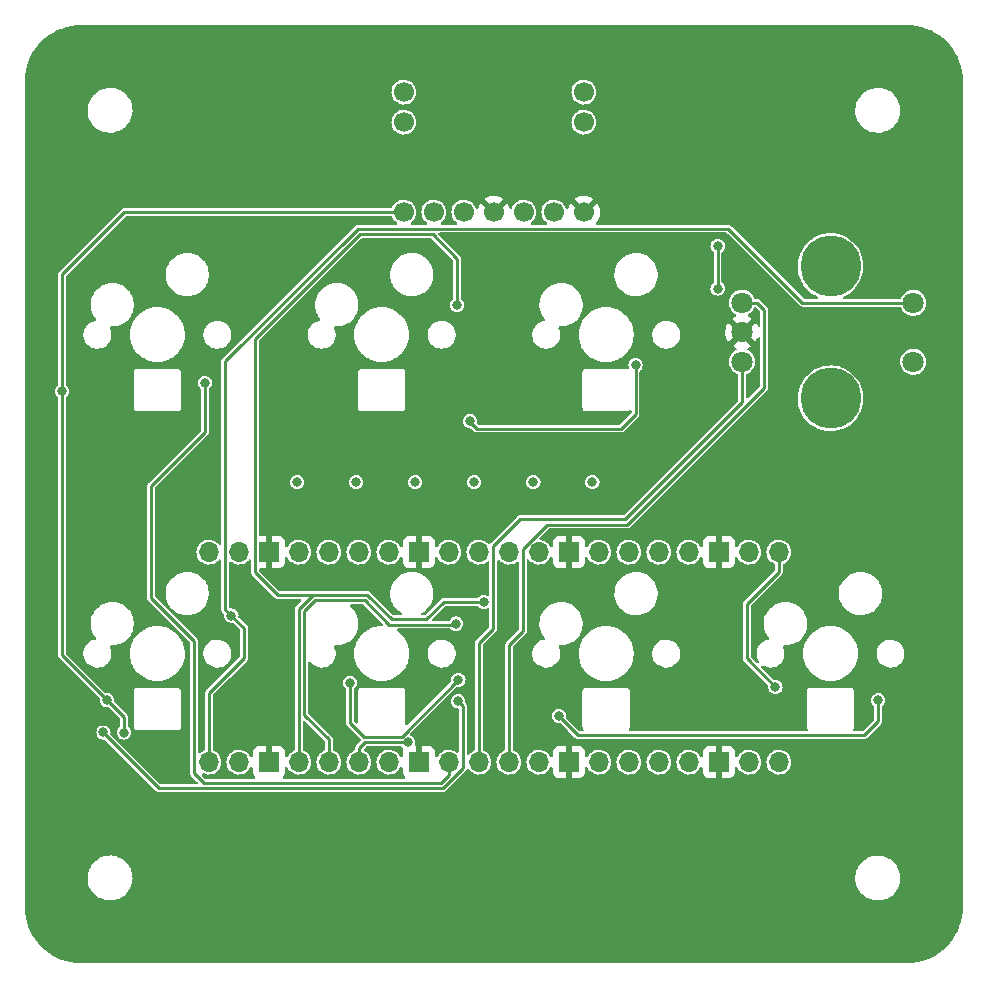
<source format=gbr>
%TF.GenerationSoftware,KiCad,Pcbnew,(6.0.0)*%
%TF.CreationDate,2022-01-03T17:45:39+09:00*%
%TF.ProjectId,MACRO-PAD,4d414352-4f2d-4504-9144-2e6b69636164,v0.2*%
%TF.SameCoordinates,Original*%
%TF.FileFunction,Copper,L1,Top*%
%TF.FilePolarity,Positive*%
%FSLAX46Y46*%
G04 Gerber Fmt 4.6, Leading zero omitted, Abs format (unit mm)*
G04 Created by KiCad (PCBNEW (6.0.0)) date 2022-01-03 17:45:39*
%MOMM*%
%LPD*%
G01*
G04 APERTURE LIST*
%TA.AperFunction,ComponentPad*%
%ADD10C,1.700000*%
%TD*%
%TA.AperFunction,ComponentPad*%
%ADD11C,1.800000*%
%TD*%
%TA.AperFunction,ComponentPad*%
%ADD12C,5.161000*%
%TD*%
%TA.AperFunction,ComponentPad*%
%ADD13O,1.700000X1.700000*%
%TD*%
%TA.AperFunction,ComponentPad*%
%ADD14R,1.700000X1.700000*%
%TD*%
%TA.AperFunction,ViaPad*%
%ADD15C,0.800000*%
%TD*%
%TA.AperFunction,Conductor*%
%ADD16C,0.250000*%
%TD*%
G04 APERTURE END LIST*
D10*
%TO.P,U9,11*%
%TO.N,N/C*%
X136180000Y-64465310D03*
%TO.P,U9,10*%
X136180000Y-67005310D03*
%TO.P,U9,9*%
X120940000Y-67005310D03*
%TO.P,U9,8*%
X120940000Y-64465310D03*
%TO.P,U9,7,GND*%
%TO.N,GND*%
X136180000Y-74625310D03*
%TO.P,U9,6,CC2*%
%TO.N,unconnected-(U9-Pad6)*%
X133640000Y-74625310D03*
%TO.P,U9,5,CC1*%
%TO.N,unconnected-(U9-Pad5)*%
X131100000Y-74625310D03*
%TO.P,U9,4,GND*%
%TO.N,GND*%
X128560000Y-74625310D03*
%TO.P,U9,3,D+*%
%TO.N,unconnected-(U9-Pad3)*%
X126020000Y-74625310D03*
%TO.P,U9,2,D-*%
%TO.N,unconnected-(U9-Pad2)*%
X123480000Y-74625310D03*
%TO.P,U9,1,VBUS*%
%TO.N,+5V*%
X120940000Y-74625310D03*
%TD*%
D11*
%TO.P,U8,1,COM*%
%TO.N,col3*%
X164060000Y-82302800D03*
%TO.P,U8,2,NO*%
%TO.N,Net-(D8-Pad2)*%
X164060000Y-87302800D03*
%TO.P,U8,A1,CHANNEL_A*%
%TO.N,A1*%
X149560000Y-82302800D03*
%TO.P,U8,B1,CHANNEL_B*%
%TO.N,B1*%
X149560000Y-87302800D03*
%TO.P,U8,C1,COMMON*%
%TO.N,GND*%
X149560000Y-84802800D03*
D12*
%TO.P,U8,MH1,MH1*%
%TO.N,unconnected-(U8-PadMH1)*%
X157060000Y-79202800D03*
%TO.P,U8,MH2,MH2*%
%TO.N,unconnected-(U8-PadMH2)*%
X157060000Y-90402800D03*
%TD*%
D13*
%TO.P,J1,1,GP0*%
%TO.N,unconnected-(J1-Pad1)*%
X152690000Y-121192800D03*
%TO.P,J1,2,GP1*%
%TO.N,unconnected-(J1-Pad2)*%
X150150000Y-121192800D03*
D14*
%TO.P,J1,3,GND_1*%
%TO.N,GND*%
X147610000Y-121192800D03*
D13*
%TO.P,J1,4,GP2*%
%TO.N,unconnected-(J1-Pad4)*%
X145070000Y-121192800D03*
%TO.P,J1,5,GP3*%
%TO.N,unconnected-(J1-Pad5)*%
X142530000Y-121192800D03*
%TO.P,J1,6,GP4*%
%TO.N,unconnected-(J1-Pad6)*%
X139990000Y-121192800D03*
%TO.P,J1,7,GP5*%
%TO.N,unconnected-(J1-Pad7)*%
X137450000Y-121192800D03*
D14*
%TO.P,J1,8,GND_2*%
%TO.N,GND*%
X134910000Y-121192800D03*
D13*
%TO.P,J1,9,GP6*%
%TO.N,unconnected-(J1-Pad9)*%
X132370000Y-121192800D03*
%TO.P,J1,10,GP7*%
%TO.N,A1*%
X129830000Y-121192800D03*
%TO.P,J1,11,GP8*%
%TO.N,B1*%
X127290000Y-121192800D03*
%TO.P,J1,12,GP9*%
%TO.N,LED*%
X124750000Y-121192800D03*
D14*
%TO.P,J1,13,GND_3*%
%TO.N,GND*%
X122210000Y-121192800D03*
D13*
%TO.P,J1,14,GP10*%
%TO.N,row0*%
X119670000Y-121192800D03*
%TO.P,J1,15,GP11*%
%TO.N,row1*%
X117130000Y-121192800D03*
%TO.P,J1,16,GP12*%
%TO.N,col0*%
X114590000Y-121192800D03*
%TO.P,J1,17,GP13*%
%TO.N,col1*%
X112050000Y-121192800D03*
D14*
%TO.P,J1,18,GND_4*%
%TO.N,GND*%
X109510000Y-121192800D03*
D13*
%TO.P,J1,19,GP14*%
%TO.N,col2*%
X106970000Y-121192800D03*
%TO.P,J1,20,GP15*%
%TO.N,col3*%
X104430000Y-121192800D03*
%TO.P,J1,21,GP16*%
%TO.N,unconnected-(J1-Pad21)*%
X104430000Y-103412800D03*
%TO.P,J1,22,GP17*%
%TO.N,unconnected-(J1-Pad22)*%
X106970000Y-103412800D03*
D14*
%TO.P,J1,23,GND_5*%
%TO.N,GND*%
X109510000Y-103412800D03*
D13*
%TO.P,J1,24,GP18*%
%TO.N,unconnected-(J1-Pad24)*%
X112050000Y-103412800D03*
%TO.P,J1,25,GP19*%
%TO.N,unconnected-(J1-Pad25)*%
X114590000Y-103412800D03*
%TO.P,J1,26,GP20*%
%TO.N,unconnected-(J1-Pad26)*%
X117130000Y-103412800D03*
%TO.P,J1,27,GP21*%
%TO.N,unconnected-(J1-Pad27)*%
X119670000Y-103412800D03*
D14*
%TO.P,J1,28,GND_6*%
%TO.N,GND*%
X122210000Y-103412800D03*
D13*
%TO.P,J1,29,GP22*%
%TO.N,unconnected-(J1-Pad29)*%
X124750000Y-103412800D03*
%TO.P,J1,30,RUN*%
%TO.N,unconnected-(J1-Pad30)*%
X127290000Y-103412800D03*
%TO.P,J1,31,GP26_A0*%
%TO.N,unconnected-(J1-Pad31)*%
X129830000Y-103412800D03*
%TO.P,J1,32,GP27_A1*%
%TO.N,unconnected-(J1-Pad32)*%
X132370000Y-103412800D03*
D14*
%TO.P,J1,33,GND_7*%
%TO.N,GND*%
X134910000Y-103412800D03*
D13*
%TO.P,J1,34,GP28_A2*%
%TO.N,unconnected-(J1-Pad34)*%
X137450000Y-103412800D03*
%TO.P,J1,35,ADC_VREF*%
%TO.N,unconnected-(J1-Pad35)*%
X139990000Y-103412800D03*
%TO.P,J1,36,3V3(OUT)*%
%TO.N,unconnected-(J1-Pad36)*%
X142530000Y-103412800D03*
%TO.P,J1,37,3V3_EN*%
%TO.N,unconnected-(J1-Pad37)*%
X145070000Y-103412800D03*
D14*
%TO.P,J1,38,GND_8*%
%TO.N,GND*%
X147610000Y-103412800D03*
D13*
%TO.P,J1,39,VSYS*%
%TO.N,unconnected-(J1-Pad39)*%
X150150000Y-103412800D03*
%TO.P,J1,40,VBUS*%
%TO.N,+5V*%
X152690000Y-103412800D03*
%TD*%
D15*
%TO.N,*%
X116900000Y-97500000D03*
X111900000Y-97500000D03*
X131900000Y-97500000D03*
X136900000Y-97500000D03*
X126900000Y-97500000D03*
X121900000Y-97500000D03*
%TO.N,row1*%
X121279600Y-119535400D03*
%TO.N,GND*%
X141500000Y-62900000D03*
X123400000Y-133500000D03*
X107130000Y-117410000D03*
X100825000Y-67900000D03*
X123864200Y-117455800D03*
X105825000Y-62900000D03*
X138400000Y-128500000D03*
X108400000Y-128500000D03*
X151500000Y-62900000D03*
X143400000Y-133500000D03*
X113400000Y-128500000D03*
X146500000Y-62900000D03*
X143400000Y-128500000D03*
X115825000Y-67900000D03*
X133400000Y-128500000D03*
X115825000Y-62900000D03*
X100825000Y-62900000D03*
X118400000Y-133500000D03*
X148400000Y-133500000D03*
X105825000Y-67900000D03*
X153400000Y-128500000D03*
X153400000Y-133500000D03*
X146500000Y-67900000D03*
X123400000Y-128500000D03*
X108400000Y-133500000D03*
X118400000Y-128500000D03*
X148400000Y-128500000D03*
X128400000Y-128500000D03*
X110825000Y-62900000D03*
X133400000Y-133500000D03*
X103400000Y-133500000D03*
X141500000Y-67900000D03*
X151500000Y-67900000D03*
X156500000Y-62900000D03*
X156500000Y-67900000D03*
X128400000Y-133500000D03*
X113400000Y-133500000D03*
X103400000Y-128500000D03*
X138400000Y-133500000D03*
X110825000Y-67900000D03*
%TO.N,LED*%
X104083500Y-89079300D03*
%TO.N,col0*%
X125350000Y-109470000D03*
%TO.N,col1*%
X125440000Y-82500000D03*
X127690900Y-107633100D03*
%TO.N,col3*%
X106334500Y-108788400D03*
%TO.N,+5V*%
X95825000Y-115965000D03*
X97230000Y-118692300D03*
X152400000Y-114860000D03*
X116380000Y-114480000D03*
X147500000Y-81100000D03*
X147500000Y-77500000D03*
X92000000Y-89800000D03*
X125550000Y-114230000D03*
%TO.N,Net-(U2-Pad4)*%
X140550000Y-87570000D03*
X126530000Y-92340000D03*
%TO.N,Net-(U4-Pad4)*%
X125540000Y-116050000D03*
X95500000Y-118690000D03*
%TO.N,Net-(U6-Pad4)*%
X161088400Y-115955800D03*
X134055200Y-117280800D03*
%TD*%
D16*
%TO.N,row1*%
X117612100Y-119535400D02*
X121279600Y-119535400D01*
X117130000Y-120017500D02*
X117612100Y-119535400D01*
X117130000Y-121192800D02*
X117130000Y-120017500D01*
%TO.N,GND*%
X109510000Y-119790000D02*
X109510000Y-121192800D01*
X107130000Y-117410000D02*
X109510000Y-119790000D01*
X122210000Y-119110000D02*
X123864200Y-117455800D01*
X122210000Y-121192800D02*
X122210000Y-119110000D01*
%TO.N,A1*%
X129830000Y-121192800D02*
X129830000Y-111295000D01*
X150832792Y-82302800D02*
X151447852Y-82917860D01*
X131004511Y-103117279D02*
X133036873Y-101084917D01*
X131004511Y-110120489D02*
X131004511Y-103117279D01*
X149560000Y-82302800D02*
X150832792Y-82302800D01*
X139850788Y-101084916D02*
X151447852Y-89487852D01*
X151447852Y-82917860D02*
X151447852Y-89487852D01*
X129830000Y-111295000D02*
X131004511Y-110120489D01*
X133036873Y-101084917D02*
X139850788Y-101084916D01*
%TO.N,B1*%
X130755406Y-100635406D02*
X139664594Y-100635406D01*
X139664594Y-100635406D02*
X149560000Y-90740000D01*
X127290000Y-111100000D02*
X128500000Y-109890000D01*
X128500000Y-102890812D02*
X130755406Y-100635406D01*
X128500000Y-109890000D02*
X128500000Y-102890812D01*
X127290000Y-121192800D02*
X127290000Y-111100000D01*
X149560000Y-90740000D02*
X149560000Y-87302800D01*
%TO.N,LED*%
X99540000Y-107332700D02*
X103171600Y-110964300D01*
X104083500Y-89079300D02*
X104083500Y-93275540D01*
X124060000Y-122950000D02*
X124750000Y-122260000D01*
X104083500Y-93275540D02*
X99540000Y-97819040D01*
X99540000Y-97819040D02*
X99540000Y-107332700D01*
X103171600Y-122121600D02*
X104000000Y-122950000D01*
X104000000Y-122950000D02*
X124060000Y-122950000D01*
X103171600Y-110964300D02*
X103171600Y-122121600D01*
X124750000Y-122260000D02*
X124750000Y-121192800D01*
%TO.N,col0*%
X114590000Y-119270000D02*
X114590000Y-121192800D01*
X125350000Y-109470000D02*
X125262621Y-109557379D01*
X117666521Y-107511279D02*
X113398721Y-107511279D01*
X112510000Y-117190000D02*
X114590000Y-119270000D01*
X112510000Y-108400000D02*
X112510000Y-117190000D01*
X119712621Y-109557379D02*
X117666521Y-107511279D01*
X125262621Y-109557379D02*
X119712621Y-109557379D01*
X113398721Y-107511279D02*
X112510000Y-108400000D01*
%TO.N,col1*%
X112050000Y-108224296D02*
X113212528Y-107061768D01*
X117200000Y-76510000D02*
X108335489Y-85374511D01*
X108335489Y-85374511D02*
X108335489Y-105115489D01*
X123370000Y-76510000D02*
X117200000Y-76510000D01*
X122828814Y-109107868D02*
X124303582Y-107633100D01*
X124303582Y-107633100D02*
X127690900Y-107633100D01*
X125440000Y-82500000D02*
X125440000Y-78580000D01*
X113212528Y-107061768D02*
X114108232Y-107061768D01*
X108335489Y-105115489D02*
X110281768Y-107061768D01*
X112050000Y-110078000D02*
X112050000Y-108224296D01*
X110281768Y-107061768D02*
X114108232Y-107061768D01*
X114108232Y-107061768D02*
X117852715Y-107061769D01*
X119898814Y-109107868D02*
X122828814Y-109107868D01*
X125440000Y-78580000D02*
X123370000Y-76510000D01*
X112050000Y-121192800D02*
X112050000Y-110078000D01*
X117852715Y-107061769D02*
X119898814Y-109107868D01*
%TO.N,col3*%
X107400000Y-112388900D02*
X107400000Y-109853900D01*
X105795489Y-108249389D02*
X105795489Y-87278807D01*
X154682800Y-82302800D02*
X164060000Y-82302800D01*
X104430000Y-115358900D02*
X107400000Y-112388900D01*
X106334500Y-108788400D02*
X105795489Y-108249389D01*
X104430000Y-121192800D02*
X104430000Y-115358900D01*
X107400000Y-109853900D02*
X106334500Y-108788400D01*
X117043806Y-76030490D02*
X148410490Y-76030490D01*
X148410490Y-76030490D02*
X154682800Y-82302800D01*
X105795489Y-87278807D02*
X117043806Y-76030490D01*
%TO.N,+5V*%
X95825000Y-115965000D02*
X92000000Y-112140000D01*
X95825000Y-115965000D02*
X97230000Y-117370000D01*
X116380000Y-117896604D02*
X117523396Y-119040000D01*
X97230000Y-117370000D02*
X97230000Y-118692300D01*
X152690000Y-105070000D02*
X149960000Y-107800000D01*
X92000000Y-89800000D02*
X92000000Y-79900000D01*
X147500000Y-81100000D02*
X147500000Y-77500000D01*
X92000000Y-79900000D02*
X96150000Y-75750000D01*
X116380000Y-114480000D02*
X116380000Y-117896604D01*
X120740000Y-119040000D02*
X125550000Y-114230000D01*
X117523396Y-119040000D02*
X120740000Y-119040000D01*
X149960000Y-112420000D02*
X152400000Y-114860000D01*
X120940000Y-74625310D02*
X97274690Y-74625310D01*
X92000000Y-112140000D02*
X92000000Y-89800000D01*
X97274690Y-74625310D02*
X96150000Y-75750000D01*
X152690000Y-103412800D02*
X152690000Y-105070000D01*
X149960000Y-107800000D02*
X149960000Y-112420000D01*
%TO.N,Net-(U2-Pad4)*%
X127110000Y-92960000D02*
X126530000Y-92380000D01*
X126530000Y-92380000D02*
X126530000Y-92340000D01*
X139320000Y-92960000D02*
X127110000Y-92960000D01*
X140550000Y-91730000D02*
X139320000Y-92960000D01*
X140550000Y-87570000D02*
X140550000Y-91730000D01*
%TO.N,Net-(U4-Pad4)*%
X125924511Y-116434511D02*
X125924511Y-121721193D01*
X124246193Y-123399511D02*
X100209511Y-123399511D01*
X125540000Y-116050000D02*
X125924511Y-116434511D01*
X100209511Y-123399511D02*
X95500000Y-118690000D01*
X125924511Y-121721193D02*
X124246193Y-123399511D01*
%TO.N,Net-(U6-Pad4)*%
X159871600Y-118928400D02*
X135702800Y-118928400D01*
X161088400Y-115955800D02*
X161088400Y-117711600D01*
X135702800Y-118928400D02*
X134055200Y-117280800D01*
X161088400Y-117711600D02*
X159871600Y-118928400D01*
%TD*%
%TA.AperFunction,Conductor*%
%TO.N,GND*%
G36*
X163547608Y-58807714D02*
G01*
X163563000Y-58810428D01*
X163573856Y-58808514D01*
X163579611Y-58808514D01*
X163597821Y-58807321D01*
X163903219Y-58820654D01*
X163966876Y-58823433D01*
X163977824Y-58824391D01*
X164373183Y-58876441D01*
X164383992Y-58878348D01*
X164773301Y-58964655D01*
X164783918Y-58967500D01*
X165164225Y-59087411D01*
X165174540Y-59091164D01*
X165542971Y-59243773D01*
X165552915Y-59248411D01*
X165906617Y-59432536D01*
X165916137Y-59438032D01*
X166252444Y-59652284D01*
X166261448Y-59658588D01*
X166577815Y-59901344D01*
X166586232Y-59908408D01*
X166590341Y-59912172D01*
X166880225Y-60177802D01*
X166887994Y-60185571D01*
X167157390Y-60479565D01*
X167164456Y-60487985D01*
X167407212Y-60804352D01*
X167413516Y-60813356D01*
X167627768Y-61149663D01*
X167633264Y-61159183D01*
X167817385Y-61512876D01*
X167822027Y-61522829D01*
X167974633Y-61891253D01*
X167978392Y-61901582D01*
X168098300Y-62281881D01*
X168101145Y-62292499D01*
X168187451Y-62681800D01*
X168189360Y-62692625D01*
X168241409Y-63087975D01*
X168242367Y-63098925D01*
X168258479Y-63467979D01*
X168257286Y-63486189D01*
X168257286Y-63491944D01*
X168255372Y-63502800D01*
X168257286Y-63513655D01*
X168258086Y-63518192D01*
X168260000Y-63540071D01*
X168260000Y-133471529D01*
X168258086Y-133493408D01*
X168255372Y-133508800D01*
X168257286Y-133519656D01*
X168257286Y-133525411D01*
X168258479Y-133543621D01*
X168242367Y-133912675D01*
X168241409Y-133923625D01*
X168189360Y-134318975D01*
X168187451Y-134329800D01*
X168101145Y-134719101D01*
X168098300Y-134729719D01*
X167978392Y-135110018D01*
X167974636Y-135120340D01*
X167929129Y-135230204D01*
X167822031Y-135488762D01*
X167817385Y-135498724D01*
X167633264Y-135852417D01*
X167627768Y-135861937D01*
X167413516Y-136198244D01*
X167407212Y-136207248D01*
X167164456Y-136523615D01*
X167157392Y-136532032D01*
X166943856Y-136765067D01*
X166887998Y-136826025D01*
X166880229Y-136833794D01*
X166586235Y-137103190D01*
X166577815Y-137110256D01*
X166261448Y-137353012D01*
X166252444Y-137359316D01*
X165916137Y-137573568D01*
X165906618Y-137579063D01*
X165552915Y-137763189D01*
X165542971Y-137767827D01*
X165174540Y-137920436D01*
X165164225Y-137924189D01*
X164783919Y-138044100D01*
X164773302Y-138046945D01*
X164383992Y-138133252D01*
X164373183Y-138135159D01*
X163977825Y-138187209D01*
X163966876Y-138188167D01*
X163903219Y-138190946D01*
X163597821Y-138204279D01*
X163579611Y-138203086D01*
X163573856Y-138203086D01*
X163563000Y-138201172D01*
X163552145Y-138203086D01*
X163547608Y-138203886D01*
X163525729Y-138205800D01*
X93594271Y-138205800D01*
X93572392Y-138203886D01*
X93567855Y-138203086D01*
X93557000Y-138201172D01*
X93546144Y-138203086D01*
X93540389Y-138203086D01*
X93522179Y-138204279D01*
X93216781Y-138190946D01*
X93153124Y-138188167D01*
X93142175Y-138187209D01*
X92746817Y-138135159D01*
X92736008Y-138133252D01*
X92346698Y-138046945D01*
X92336081Y-138044100D01*
X91955775Y-137924189D01*
X91945460Y-137920436D01*
X91577029Y-137767827D01*
X91567085Y-137763189D01*
X91213382Y-137579063D01*
X91203863Y-137573568D01*
X90867556Y-137359316D01*
X90858552Y-137353012D01*
X90542185Y-137110256D01*
X90533765Y-137103190D01*
X90239771Y-136833794D01*
X90232002Y-136826025D01*
X90176145Y-136765067D01*
X89962608Y-136532032D01*
X89955544Y-136523615D01*
X89712788Y-136207248D01*
X89706484Y-136198244D01*
X89492232Y-135861937D01*
X89486736Y-135852417D01*
X89302615Y-135498724D01*
X89297969Y-135488762D01*
X89190872Y-135230204D01*
X89145364Y-135120340D01*
X89141608Y-135110018D01*
X89021700Y-134729719D01*
X89018855Y-134719101D01*
X88932549Y-134329800D01*
X88930640Y-134318975D01*
X88878591Y-133923625D01*
X88877633Y-133912675D01*
X88861521Y-133543621D01*
X88862714Y-133525411D01*
X88862714Y-133519656D01*
X88864628Y-133508800D01*
X88861914Y-133493408D01*
X88860000Y-133471529D01*
X88860000Y-130945967D01*
X94156087Y-130945967D01*
X94158438Y-131005800D01*
X94166650Y-131214828D01*
X94214991Y-131479518D01*
X94300145Y-131734756D01*
X94420413Y-131975449D01*
X94573395Y-132196795D01*
X94756038Y-132394378D01*
X94759492Y-132397190D01*
X94961243Y-132561441D01*
X94961247Y-132561444D01*
X94964700Y-132564255D01*
X94968522Y-132566556D01*
X95124422Y-132660415D01*
X95195215Y-132703036D01*
X95291761Y-132743918D01*
X95438882Y-132806217D01*
X95438887Y-132806219D01*
X95442985Y-132807954D01*
X95447282Y-132809093D01*
X95447287Y-132809095D01*
X95698766Y-132875773D01*
X95703066Y-132876913D01*
X95707483Y-132877436D01*
X95707484Y-132877436D01*
X95789957Y-132887197D01*
X95970269Y-132908538D01*
X96239263Y-132902199D01*
X96243658Y-132901467D01*
X96243663Y-132901467D01*
X96500277Y-132858755D01*
X96500281Y-132858754D01*
X96504679Y-132858022D01*
X96671553Y-132805247D01*
X96756977Y-132778231D01*
X96756979Y-132778230D01*
X96761223Y-132776888D01*
X97003776Y-132660415D01*
X97007482Y-132657939D01*
X97223790Y-132513407D01*
X97223794Y-132513404D01*
X97227498Y-132510929D01*
X97230815Y-132507958D01*
X97230819Y-132507955D01*
X97424607Y-132334384D01*
X97424608Y-132334383D01*
X97427925Y-132331412D01*
X97601058Y-132125445D01*
X97743444Y-131897138D01*
X97852240Y-131651046D01*
X97925276Y-131392080D01*
X97930357Y-131354253D01*
X97960667Y-131128589D01*
X97960668Y-131128581D01*
X97961094Y-131125407D01*
X97964853Y-131005800D01*
X97960617Y-130945967D01*
X159156087Y-130945967D01*
X159158438Y-131005800D01*
X159166650Y-131214828D01*
X159214991Y-131479518D01*
X159300145Y-131734756D01*
X159420413Y-131975449D01*
X159573395Y-132196795D01*
X159756038Y-132394378D01*
X159759492Y-132397190D01*
X159961243Y-132561441D01*
X159961247Y-132561444D01*
X159964700Y-132564255D01*
X159968522Y-132566556D01*
X160124422Y-132660415D01*
X160195215Y-132703036D01*
X160291761Y-132743918D01*
X160438882Y-132806217D01*
X160438887Y-132806219D01*
X160442985Y-132807954D01*
X160447282Y-132809093D01*
X160447287Y-132809095D01*
X160698766Y-132875773D01*
X160703066Y-132876913D01*
X160707483Y-132877436D01*
X160707484Y-132877436D01*
X160789957Y-132887197D01*
X160970269Y-132908538D01*
X161239263Y-132902199D01*
X161243658Y-132901467D01*
X161243663Y-132901467D01*
X161500277Y-132858755D01*
X161500281Y-132858754D01*
X161504679Y-132858022D01*
X161671553Y-132805247D01*
X161756977Y-132778231D01*
X161756979Y-132778230D01*
X161761223Y-132776888D01*
X162003776Y-132660415D01*
X162007482Y-132657939D01*
X162223790Y-132513407D01*
X162223794Y-132513404D01*
X162227498Y-132510929D01*
X162230815Y-132507958D01*
X162230819Y-132507955D01*
X162424607Y-132334384D01*
X162424608Y-132334383D01*
X162427925Y-132331412D01*
X162601058Y-132125445D01*
X162743444Y-131897138D01*
X162852240Y-131651046D01*
X162925276Y-131392080D01*
X162930357Y-131354253D01*
X162960667Y-131128589D01*
X162960668Y-131128581D01*
X162961094Y-131125407D01*
X162964853Y-131005800D01*
X162945850Y-130737404D01*
X162932194Y-130673973D01*
X162890155Y-130478715D01*
X162889218Y-130474363D01*
X162869714Y-130421493D01*
X162797630Y-130226103D01*
X162796089Y-130221926D01*
X162668321Y-129985129D01*
X162508462Y-129768697D01*
X162465988Y-129725550D01*
X162322833Y-129580130D01*
X162319702Y-129576949D01*
X162316163Y-129574248D01*
X162316156Y-129574242D01*
X162109348Y-129416412D01*
X162105808Y-129413710D01*
X161871047Y-129282237D01*
X161866908Y-129280636D01*
X161866900Y-129280632D01*
X161681600Y-129208946D01*
X161620104Y-129185155D01*
X161615779Y-129184152D01*
X161615774Y-129184151D01*
X161471762Y-129150771D01*
X161357985Y-129124399D01*
X161089920Y-129101182D01*
X161085485Y-129101426D01*
X161085481Y-129101426D01*
X160976438Y-129107427D01*
X160821259Y-129115967D01*
X160557361Y-129168460D01*
X160389048Y-129227567D01*
X160307700Y-129256134D01*
X160307697Y-129256135D01*
X160303492Y-129257612D01*
X160299539Y-129259665D01*
X160299533Y-129259668D01*
X160164706Y-129329706D01*
X160064717Y-129381646D01*
X160061102Y-129384229D01*
X160061096Y-129384233D01*
X159955460Y-129459722D01*
X159845801Y-129538086D01*
X159842574Y-129541164D01*
X159842572Y-129541166D01*
X159807900Y-129574242D01*
X159651111Y-129723810D01*
X159648355Y-129727306D01*
X159603504Y-129784200D01*
X159484533Y-129935114D01*
X159420861Y-130044733D01*
X159351627Y-130163927D01*
X159351624Y-130163933D01*
X159349389Y-130167781D01*
X159347715Y-130171915D01*
X159250050Y-130413036D01*
X159250047Y-130413044D01*
X159248377Y-130417168D01*
X159183512Y-130678300D01*
X159156087Y-130945967D01*
X97960617Y-130945967D01*
X97945850Y-130737404D01*
X97932194Y-130673973D01*
X97890155Y-130478715D01*
X97889218Y-130474363D01*
X97869714Y-130421493D01*
X97797630Y-130226103D01*
X97796089Y-130221926D01*
X97668321Y-129985129D01*
X97508462Y-129768697D01*
X97465988Y-129725550D01*
X97322833Y-129580130D01*
X97319702Y-129576949D01*
X97316163Y-129574248D01*
X97316156Y-129574242D01*
X97109348Y-129416412D01*
X97105808Y-129413710D01*
X96871047Y-129282237D01*
X96866908Y-129280636D01*
X96866900Y-129280632D01*
X96681600Y-129208946D01*
X96620104Y-129185155D01*
X96615779Y-129184152D01*
X96615774Y-129184151D01*
X96471762Y-129150771D01*
X96357985Y-129124399D01*
X96089920Y-129101182D01*
X96085485Y-129101426D01*
X96085481Y-129101426D01*
X95976438Y-129107427D01*
X95821259Y-129115967D01*
X95557361Y-129168460D01*
X95389048Y-129227567D01*
X95307700Y-129256134D01*
X95307697Y-129256135D01*
X95303492Y-129257612D01*
X95299539Y-129259665D01*
X95299533Y-129259668D01*
X95164706Y-129329706D01*
X95064717Y-129381646D01*
X95061102Y-129384229D01*
X95061096Y-129384233D01*
X94955460Y-129459722D01*
X94845801Y-129538086D01*
X94842574Y-129541164D01*
X94842572Y-129541166D01*
X94807900Y-129574242D01*
X94651111Y-129723810D01*
X94648355Y-129727306D01*
X94603504Y-129784200D01*
X94484533Y-129935114D01*
X94420861Y-130044733D01*
X94351627Y-130163927D01*
X94351624Y-130163933D01*
X94349389Y-130167781D01*
X94347715Y-130171915D01*
X94250050Y-130413036D01*
X94250047Y-130413044D01*
X94248377Y-130417168D01*
X94183512Y-130678300D01*
X94156087Y-130945967D01*
X88860000Y-130945967D01*
X88860000Y-89800000D01*
X91394318Y-89800000D01*
X91414956Y-89956762D01*
X91475464Y-90102841D01*
X91571718Y-90228282D01*
X91578264Y-90233305D01*
X91625204Y-90269323D01*
X91667071Y-90326661D01*
X91674500Y-90369286D01*
X91674500Y-112120290D01*
X91674020Y-112131272D01*
X91670736Y-112168807D01*
X91680491Y-112205210D01*
X91682870Y-112215942D01*
X91689412Y-112253045D01*
X91694923Y-112262590D01*
X91696115Y-112265866D01*
X91697592Y-112269034D01*
X91700446Y-112279684D01*
X91718685Y-112305731D01*
X91722055Y-112310544D01*
X91727961Y-112319815D01*
X91737946Y-112337109D01*
X91746806Y-112352455D01*
X91773309Y-112374694D01*
X91775682Y-112376685D01*
X91783785Y-112384111D01*
X95192291Y-115792617D01*
X95226317Y-115854929D01*
X95228118Y-115898157D01*
X95219318Y-115965000D01*
X95239956Y-116121762D01*
X95300464Y-116267841D01*
X95396718Y-116393282D01*
X95522159Y-116489536D01*
X95668238Y-116550044D01*
X95825000Y-116570682D01*
X95891843Y-116561882D01*
X95961990Y-116572821D01*
X95997383Y-116597709D01*
X96867595Y-117467921D01*
X96901621Y-117530233D01*
X96904500Y-117557016D01*
X96904500Y-118123014D01*
X96884498Y-118191135D01*
X96855204Y-118222977D01*
X96810007Y-118257658D01*
X96801718Y-118264018D01*
X96705464Y-118389459D01*
X96644956Y-118535538D01*
X96624318Y-118692300D01*
X96644956Y-118849062D01*
X96705464Y-118995141D01*
X96801718Y-119120582D01*
X96808264Y-119125605D01*
X96833048Y-119144622D01*
X96927159Y-119216836D01*
X97073238Y-119277344D01*
X97230000Y-119297982D01*
X97238188Y-119296904D01*
X97255659Y-119294604D01*
X97386762Y-119277344D01*
X97532841Y-119216836D01*
X97626952Y-119144622D01*
X97651736Y-119125605D01*
X97658282Y-119120582D01*
X97754536Y-118995141D01*
X97815044Y-118849062D01*
X97835682Y-118692300D01*
X97815044Y-118535538D01*
X97754536Y-118389459D01*
X97658282Y-118264018D01*
X97649994Y-118257658D01*
X97604796Y-118222977D01*
X97570508Y-118176018D01*
X98056260Y-118176018D01*
X98057264Y-118187611D01*
X98057264Y-118187612D01*
X98059530Y-118213775D01*
X98060000Y-118224647D01*
X98060000Y-118233705D01*
X98061062Y-118239406D01*
X98061062Y-118239409D01*
X98061221Y-118240261D01*
X98062879Y-118252448D01*
X98063430Y-118258807D01*
X98065903Y-118287360D01*
X98071012Y-118297811D01*
X98071920Y-118301086D01*
X98073136Y-118304237D01*
X98075265Y-118315670D01*
X98093662Y-118345516D01*
X98099588Y-118356272D01*
X98114983Y-118387766D01*
X98123515Y-118395680D01*
X98125533Y-118398397D01*
X98127803Y-118400900D01*
X98133909Y-118410807D01*
X98161636Y-118431891D01*
X98161803Y-118432018D01*
X98171216Y-118439929D01*
X98196917Y-118463771D01*
X98207723Y-118468083D01*
X98210590Y-118469895D01*
X98213611Y-118471414D01*
X98222869Y-118478454D01*
X98234037Y-118481688D01*
X98234043Y-118481691D01*
X98256525Y-118488201D01*
X98268167Y-118492198D01*
X98292459Y-118501890D01*
X98292465Y-118501891D01*
X98300720Y-118505185D01*
X98306993Y-118505800D01*
X98310082Y-118505800D01*
X98313145Y-118505950D01*
X98313139Y-118506064D01*
X98319244Y-118506362D01*
X98330218Y-118509540D01*
X98341811Y-118508536D01*
X98341812Y-118508536D01*
X98365518Y-118506483D01*
X98367975Y-118506270D01*
X98378847Y-118505800D01*
X101707744Y-118505800D01*
X101719244Y-118506362D01*
X101730218Y-118509540D01*
X101741811Y-118508536D01*
X101741812Y-118508536D01*
X101765518Y-118506483D01*
X101767975Y-118506270D01*
X101778847Y-118505800D01*
X101787905Y-118505800D01*
X101793606Y-118504738D01*
X101793609Y-118504738D01*
X101794461Y-118504579D01*
X101806648Y-118502921D01*
X101827140Y-118501146D01*
X101841560Y-118499897D01*
X101852011Y-118494788D01*
X101855286Y-118493880D01*
X101858437Y-118492664D01*
X101869870Y-118490535D01*
X101899716Y-118472138D01*
X101910472Y-118466212D01*
X101941966Y-118450817D01*
X101949880Y-118442285D01*
X101952597Y-118440267D01*
X101955100Y-118437997D01*
X101965007Y-118431891D01*
X101986219Y-118403995D01*
X101994129Y-118394584D01*
X102017971Y-118368883D01*
X102022283Y-118358077D01*
X102024095Y-118355210D01*
X102025614Y-118352189D01*
X102032654Y-118342931D01*
X102035888Y-118331763D01*
X102035891Y-118331757D01*
X102042401Y-118309275D01*
X102046398Y-118297633D01*
X102056090Y-118273341D01*
X102056091Y-118273335D01*
X102059385Y-118265080D01*
X102060000Y-118258807D01*
X102060000Y-118255718D01*
X102060150Y-118252655D01*
X102060264Y-118252661D01*
X102060562Y-118246556D01*
X102063740Y-118235582D01*
X102060470Y-118197825D01*
X102060000Y-118186953D01*
X102060000Y-115258056D01*
X102060562Y-115246556D01*
X102063740Y-115235582D01*
X102061541Y-115210185D01*
X102060470Y-115197825D01*
X102060000Y-115186953D01*
X102060000Y-115177895D01*
X102058779Y-115171338D01*
X102057121Y-115159152D01*
X102055101Y-115135833D01*
X102054097Y-115124240D01*
X102048988Y-115113789D01*
X102048080Y-115110514D01*
X102046864Y-115107363D01*
X102044735Y-115095930D01*
X102026338Y-115066084D01*
X102020412Y-115055328D01*
X102005017Y-115023834D01*
X101996485Y-115015920D01*
X101994467Y-115013203D01*
X101992197Y-115010700D01*
X101986091Y-115000793D01*
X101958195Y-114979581D01*
X101948784Y-114971671D01*
X101923083Y-114947829D01*
X101912277Y-114943517D01*
X101909410Y-114941705D01*
X101906389Y-114940186D01*
X101897131Y-114933146D01*
X101885963Y-114929912D01*
X101885957Y-114929909D01*
X101863475Y-114923399D01*
X101851833Y-114919402D01*
X101827541Y-114909710D01*
X101827535Y-114909709D01*
X101819280Y-114906415D01*
X101813007Y-114905800D01*
X101809918Y-114905800D01*
X101806855Y-114905650D01*
X101806861Y-114905536D01*
X101800756Y-114905238D01*
X101789782Y-114902060D01*
X101778189Y-114903064D01*
X101778188Y-114903064D01*
X101754482Y-114905117D01*
X101753538Y-114905199D01*
X101752025Y-114905330D01*
X101741153Y-114905800D01*
X98412256Y-114905800D01*
X98400756Y-114905238D01*
X98389782Y-114902060D01*
X98378189Y-114903064D01*
X98378188Y-114903064D01*
X98354482Y-114905117D01*
X98353538Y-114905199D01*
X98352025Y-114905330D01*
X98341153Y-114905800D01*
X98332095Y-114905800D01*
X98326394Y-114906862D01*
X98326391Y-114906862D01*
X98325539Y-114907021D01*
X98313352Y-114908679D01*
X98292860Y-114910454D01*
X98278440Y-114911703D01*
X98267989Y-114916812D01*
X98264714Y-114917720D01*
X98261563Y-114918936D01*
X98250130Y-114921065D01*
X98220284Y-114939462D01*
X98209528Y-114945388D01*
X98178034Y-114960783D01*
X98170120Y-114969315D01*
X98167403Y-114971333D01*
X98164900Y-114973603D01*
X98154993Y-114979709D01*
X98134498Y-115006661D01*
X98133782Y-115007603D01*
X98125871Y-115017016D01*
X98102029Y-115042717D01*
X98097717Y-115053523D01*
X98095905Y-115056390D01*
X98094386Y-115059411D01*
X98087346Y-115068669D01*
X98084112Y-115079837D01*
X98084109Y-115079843D01*
X98077599Y-115102325D01*
X98073602Y-115113967D01*
X98063910Y-115138259D01*
X98063909Y-115138265D01*
X98060615Y-115146520D01*
X98060000Y-115152793D01*
X98060000Y-115155882D01*
X98059850Y-115158945D01*
X98059736Y-115158939D01*
X98059438Y-115165044D01*
X98056260Y-115176018D01*
X98057264Y-115187611D01*
X98057264Y-115187612D01*
X98059530Y-115213775D01*
X98060000Y-115224647D01*
X98060000Y-118153544D01*
X98059438Y-118165044D01*
X98056260Y-118176018D01*
X97570508Y-118176018D01*
X97562929Y-118165639D01*
X97555500Y-118123014D01*
X97555500Y-117389710D01*
X97555980Y-117378728D01*
X97558303Y-117352180D01*
X97558303Y-117352178D01*
X97559264Y-117341193D01*
X97549508Y-117304785D01*
X97547130Y-117294058D01*
X97544792Y-117280800D01*
X97540588Y-117256955D01*
X97535077Y-117247410D01*
X97533885Y-117244134D01*
X97532408Y-117240966D01*
X97529554Y-117230316D01*
X97507945Y-117199456D01*
X97502039Y-117190185D01*
X97488707Y-117167094D01*
X97483194Y-117157545D01*
X97454317Y-117133315D01*
X97446215Y-117125889D01*
X96457709Y-116137383D01*
X96423683Y-116075071D01*
X96421882Y-116031842D01*
X96429604Y-115973188D01*
X96430682Y-115965000D01*
X96410044Y-115808238D01*
X96349536Y-115662159D01*
X96253282Y-115536718D01*
X96238616Y-115525464D01*
X96160706Y-115465682D01*
X96127841Y-115440464D01*
X95981762Y-115379956D01*
X95935884Y-115373916D01*
X95833188Y-115360396D01*
X95825000Y-115359318D01*
X95758157Y-115368118D01*
X95688010Y-115357179D01*
X95652617Y-115332291D01*
X92419215Y-112098889D01*
X93797196Y-112098889D01*
X93798175Y-112104586D01*
X93798175Y-112104587D01*
X93826600Y-112270004D01*
X93833967Y-112312879D01*
X93909118Y-112516585D01*
X93912070Y-112521546D01*
X93912070Y-112521547D01*
X93994570Y-112660216D01*
X94020133Y-112703184D01*
X94163294Y-112866428D01*
X94333807Y-113000850D01*
X94338923Y-113003541D01*
X94338925Y-113003543D01*
X94340075Y-113004148D01*
X94525961Y-113101947D01*
X94733321Y-113166334D01*
X94739056Y-113167013D01*
X94739057Y-113167013D01*
X94768461Y-113170493D01*
X94909620Y-113187200D01*
X95035079Y-113187200D01*
X95196215Y-113172394D01*
X95201777Y-113170825D01*
X95201779Y-113170825D01*
X95399625Y-113115027D01*
X95399630Y-113115025D01*
X95405190Y-113113457D01*
X95410367Y-113110904D01*
X95410372Y-113110902D01*
X95594745Y-113019978D01*
X95599924Y-113017424D01*
X95773897Y-112887512D01*
X95855402Y-112799341D01*
X95917359Y-112732317D01*
X95921283Y-112728072D01*
X95973301Y-112645628D01*
X96034063Y-112549326D01*
X96034065Y-112549321D01*
X96037144Y-112544442D01*
X96117602Y-112342773D01*
X96118729Y-112337109D01*
X96158834Y-112135487D01*
X96158834Y-112135482D01*
X96159961Y-112129819D01*
X96160292Y-112104587D01*
X96161585Y-112005800D01*
X97730613Y-112005800D01*
X97730883Y-112009919D01*
X97747930Y-112270004D01*
X97750541Y-112309846D01*
X97751345Y-112313886D01*
X97751345Y-112313889D01*
X97808220Y-112599815D01*
X97809985Y-112608690D01*
X97811310Y-112612594D01*
X97811311Y-112612597D01*
X97865450Y-112772085D01*
X97907927Y-112897218D01*
X97909750Y-112900914D01*
X97909753Y-112900922D01*
X97968466Y-113019978D01*
X98042692Y-113170493D01*
X98044986Y-113173926D01*
X98044987Y-113173927D01*
X98211973Y-113423841D01*
X98214687Y-113426935D01*
X98214691Y-113426941D01*
X98387787Y-113624318D01*
X98412875Y-113652925D01*
X98415964Y-113655634D01*
X98638859Y-113851109D01*
X98638865Y-113851113D01*
X98641959Y-113853827D01*
X98895307Y-114023108D01*
X98899010Y-114024934D01*
X99164878Y-114156047D01*
X99164886Y-114156050D01*
X99168582Y-114157873D01*
X99172496Y-114159202D01*
X99172497Y-114159202D01*
X99453203Y-114254489D01*
X99453206Y-114254490D01*
X99457110Y-114255815D01*
X99461149Y-114256618D01*
X99461155Y-114256620D01*
X99751911Y-114314455D01*
X99751914Y-114314455D01*
X99755954Y-114315259D01*
X99760065Y-114315528D01*
X99760069Y-114315529D01*
X99981863Y-114330066D01*
X99981872Y-114330066D01*
X99983912Y-114330200D01*
X100136088Y-114330200D01*
X100138128Y-114330066D01*
X100138137Y-114330066D01*
X100359931Y-114315529D01*
X100359935Y-114315528D01*
X100364046Y-114315259D01*
X100368086Y-114314455D01*
X100368089Y-114314455D01*
X100658845Y-114256620D01*
X100658851Y-114256618D01*
X100662890Y-114255815D01*
X100666794Y-114254490D01*
X100666797Y-114254489D01*
X100947503Y-114159202D01*
X100947504Y-114159202D01*
X100951418Y-114157873D01*
X100955114Y-114156050D01*
X100955122Y-114156047D01*
X101220990Y-114024934D01*
X101224693Y-114023108D01*
X101478041Y-113853827D01*
X101481135Y-113851113D01*
X101481141Y-113851109D01*
X101704036Y-113655634D01*
X101707125Y-113652925D01*
X101732213Y-113624318D01*
X101905309Y-113426941D01*
X101905313Y-113426935D01*
X101908027Y-113423841D01*
X102077308Y-113170494D01*
X102079360Y-113166334D01*
X102151534Y-113019978D01*
X102212073Y-112897218D01*
X102254550Y-112772085D01*
X102308689Y-112612597D01*
X102308690Y-112612594D01*
X102310015Y-112608690D01*
X102311781Y-112599815D01*
X102368655Y-112313889D01*
X102368655Y-112313886D01*
X102369459Y-112309846D01*
X102372071Y-112270004D01*
X102389117Y-112009919D01*
X102389387Y-112005800D01*
X102381637Y-111887560D01*
X102369729Y-111705869D01*
X102369728Y-111705865D01*
X102369459Y-111701754D01*
X102364036Y-111674491D01*
X102310820Y-111406955D01*
X102310818Y-111406949D01*
X102310015Y-111402910D01*
X102275467Y-111301133D01*
X102213402Y-111118297D01*
X102213402Y-111118296D01*
X102212073Y-111114382D01*
X102210249Y-111110684D01*
X102210247Y-111110678D01*
X102087665Y-110862109D01*
X102077308Y-110841107D01*
X102075014Y-110837674D01*
X102075013Y-110837672D01*
X101999116Y-110724084D01*
X101908027Y-110587759D01*
X101905313Y-110584665D01*
X101905309Y-110584659D01*
X101709834Y-110361764D01*
X101707125Y-110358675D01*
X101605101Y-110269202D01*
X101481141Y-110160491D01*
X101481135Y-110160487D01*
X101478041Y-110157773D01*
X101233739Y-109994536D01*
X101228128Y-109990787D01*
X101228126Y-109990786D01*
X101224693Y-109988492D01*
X101113124Y-109933472D01*
X100955122Y-109855553D01*
X100955114Y-109855550D01*
X100951418Y-109853727D01*
X100769806Y-109792078D01*
X100666797Y-109757111D01*
X100666794Y-109757110D01*
X100662890Y-109755785D01*
X100658851Y-109754982D01*
X100658845Y-109754980D01*
X100368089Y-109697145D01*
X100368086Y-109697145D01*
X100364046Y-109696341D01*
X100359935Y-109696072D01*
X100359931Y-109696071D01*
X100138137Y-109681534D01*
X100138128Y-109681534D01*
X100136088Y-109681400D01*
X99983912Y-109681400D01*
X99981872Y-109681534D01*
X99981863Y-109681534D01*
X99760069Y-109696071D01*
X99760065Y-109696072D01*
X99755954Y-109696341D01*
X99751914Y-109697145D01*
X99751911Y-109697145D01*
X99461155Y-109754980D01*
X99461149Y-109754982D01*
X99457110Y-109755785D01*
X99453206Y-109757110D01*
X99453203Y-109757111D01*
X99350194Y-109792078D01*
X99168582Y-109853727D01*
X99164886Y-109855550D01*
X99164878Y-109855553D01*
X99006876Y-109933472D01*
X98895307Y-109988492D01*
X98891874Y-109990786D01*
X98891872Y-109990787D01*
X98886261Y-109994536D01*
X98641959Y-110157773D01*
X98638865Y-110160487D01*
X98638859Y-110160491D01*
X98514899Y-110269202D01*
X98412875Y-110358675D01*
X98410166Y-110361764D01*
X98214691Y-110584659D01*
X98214687Y-110584665D01*
X98211973Y-110587759D01*
X98209684Y-110591185D01*
X98209680Y-110591190D01*
X98118524Y-110727615D01*
X98042692Y-110841106D01*
X98040868Y-110844805D01*
X98040865Y-110844810D01*
X97996145Y-110935493D01*
X97907927Y-111114382D01*
X97906602Y-111118287D01*
X97906601Y-111118288D01*
X97844534Y-111301133D01*
X97809985Y-111402910D01*
X97809182Y-111406949D01*
X97809180Y-111406955D01*
X97755964Y-111674491D01*
X97750541Y-111701754D01*
X97750272Y-111705865D01*
X97750271Y-111705869D01*
X97738363Y-111887560D01*
X97730613Y-112005800D01*
X96161585Y-112005800D01*
X96161926Y-111979767D01*
X96162804Y-111912711D01*
X96126033Y-111698721D01*
X96050882Y-111495015D01*
X96045854Y-111486563D01*
X96028217Y-111417793D01*
X96050560Y-111350404D01*
X96105790Y-111305792D01*
X96157219Y-111296871D01*
X96157219Y-111296300D01*
X96319072Y-111296300D01*
X96321397Y-111296127D01*
X96321403Y-111296127D01*
X96516672Y-111281616D01*
X96516676Y-111281615D01*
X96521324Y-111281270D01*
X96748835Y-111229790D01*
X96782127Y-111222257D01*
X96782129Y-111222256D01*
X96786687Y-111221225D01*
X97040260Y-111122615D01*
X97145928Y-111062221D01*
X97272416Y-110989928D01*
X97272418Y-110989926D01*
X97276473Y-110987609D01*
X97490136Y-110819171D01*
X97606263Y-110695724D01*
X97673356Y-110624402D01*
X97673358Y-110624399D01*
X97676555Y-110621001D01*
X97831635Y-110397454D01*
X97847840Y-110364594D01*
X97949904Y-110157628D01*
X97949905Y-110157625D01*
X97951969Y-110153440D01*
X97968290Y-110102455D01*
X97993862Y-110022567D01*
X98034914Y-109894320D01*
X98036778Y-109882879D01*
X98077897Y-109630397D01*
X98078648Y-109625786D01*
X98081951Y-109373444D01*
X98082148Y-109358414D01*
X98082148Y-109358411D01*
X98082209Y-109353737D01*
X98045520Y-109084150D01*
X98035061Y-109048264D01*
X97970696Y-108827441D01*
X97970694Y-108827436D01*
X97969386Y-108822948D01*
X97938516Y-108755984D01*
X97884325Y-108638436D01*
X97855481Y-108575867D01*
X97818129Y-108518896D01*
X97708872Y-108352250D01*
X97708868Y-108352245D01*
X97706306Y-108348337D01*
X97537326Y-108159011D01*
X97528255Y-108148848D01*
X97528253Y-108148846D01*
X97525138Y-108145356D01*
X97315958Y-107971383D01*
X97083360Y-107830239D01*
X97079044Y-107828429D01*
X96836765Y-107726833D01*
X96836761Y-107726832D01*
X96832455Y-107725026D01*
X96568754Y-107658054D01*
X96564103Y-107657586D01*
X96564099Y-107657585D01*
X96345919Y-107635616D01*
X96342781Y-107635300D01*
X96180928Y-107635300D01*
X96178603Y-107635473D01*
X96178597Y-107635473D01*
X95983328Y-107649984D01*
X95983324Y-107649985D01*
X95978676Y-107650330D01*
X95783233Y-107694554D01*
X95717873Y-107709343D01*
X95717871Y-107709344D01*
X95713313Y-107710375D01*
X95459740Y-107808985D01*
X95441094Y-107819642D01*
X95239563Y-107934826D01*
X95223527Y-107943991D01*
X95009864Y-108112429D01*
X94969167Y-108155691D01*
X94853927Y-108278196D01*
X94823445Y-108310599D01*
X94820786Y-108314432D01*
X94706616Y-108479008D01*
X94668365Y-108534146D01*
X94666299Y-108538335D01*
X94666298Y-108538337D01*
X94555820Y-108762366D01*
X94548031Y-108778160D01*
X94465086Y-109037280D01*
X94464336Y-109041887D01*
X94464335Y-109041890D01*
X94442691Y-109174789D01*
X94421352Y-109305814D01*
X94420508Y-109370284D01*
X94418436Y-109528617D01*
X94417791Y-109577863D01*
X94454480Y-109847450D01*
X94455789Y-109851940D01*
X94455790Y-109851946D01*
X94529304Y-110104159D01*
X94530614Y-110108652D01*
X94532572Y-110112899D01*
X94532573Y-110112902D01*
X94549212Y-110148995D01*
X94644519Y-110355733D01*
X94647082Y-110359642D01*
X94791128Y-110579350D01*
X94791132Y-110579355D01*
X94793694Y-110583263D01*
X94796811Y-110586755D01*
X94836821Y-110631583D01*
X94867259Y-110695724D01*
X94858187Y-110766139D01*
X94812487Y-110820471D01*
X94766906Y-110838919D01*
X94763785Y-110839206D01*
X94758219Y-110840776D01*
X94758218Y-110840776D01*
X94560375Y-110896573D01*
X94560370Y-110896575D01*
X94554810Y-110898143D01*
X94549633Y-110900696D01*
X94549628Y-110900698D01*
X94400717Y-110974134D01*
X94360076Y-110994176D01*
X94186103Y-111124088D01*
X94038717Y-111283528D01*
X94019043Y-111314710D01*
X93925937Y-111462274D01*
X93925935Y-111462279D01*
X93922856Y-111467158D01*
X93842398Y-111668827D01*
X93841272Y-111674487D01*
X93841271Y-111674491D01*
X93835319Y-111704418D01*
X93800039Y-111881781D01*
X93799963Y-111887556D01*
X93799963Y-111887560D01*
X93798756Y-111979767D01*
X93797196Y-112098889D01*
X92419215Y-112098889D01*
X92362405Y-112042079D01*
X92328379Y-111979767D01*
X92325500Y-111952984D01*
X92325500Y-91176018D01*
X98056260Y-91176018D01*
X98057264Y-91187611D01*
X98057264Y-91187612D01*
X98059530Y-91213775D01*
X98060000Y-91224647D01*
X98060000Y-91233705D01*
X98061062Y-91239406D01*
X98061062Y-91239409D01*
X98061221Y-91240261D01*
X98062879Y-91252448D01*
X98063430Y-91258807D01*
X98065903Y-91287360D01*
X98071012Y-91297811D01*
X98071920Y-91301086D01*
X98073136Y-91304237D01*
X98075265Y-91315670D01*
X98093662Y-91345516D01*
X98099588Y-91356272D01*
X98114983Y-91387766D01*
X98123515Y-91395680D01*
X98125533Y-91398397D01*
X98127803Y-91400900D01*
X98133909Y-91410807D01*
X98161636Y-91431891D01*
X98161803Y-91432018D01*
X98171216Y-91439929D01*
X98196917Y-91463771D01*
X98207723Y-91468083D01*
X98210590Y-91469895D01*
X98213611Y-91471414D01*
X98222869Y-91478454D01*
X98234037Y-91481688D01*
X98234043Y-91481691D01*
X98256525Y-91488201D01*
X98268167Y-91492198D01*
X98292459Y-91501890D01*
X98292465Y-91501891D01*
X98300720Y-91505185D01*
X98306993Y-91505800D01*
X98310082Y-91505800D01*
X98313145Y-91505950D01*
X98313139Y-91506064D01*
X98319244Y-91506362D01*
X98330218Y-91509540D01*
X98341811Y-91508536D01*
X98341812Y-91508536D01*
X98365518Y-91506483D01*
X98367975Y-91506270D01*
X98378847Y-91505800D01*
X101707744Y-91505800D01*
X101719244Y-91506362D01*
X101730218Y-91509540D01*
X101741811Y-91508536D01*
X101741812Y-91508536D01*
X101765518Y-91506483D01*
X101767975Y-91506270D01*
X101778847Y-91505800D01*
X101787905Y-91505800D01*
X101793606Y-91504738D01*
X101793609Y-91504738D01*
X101794461Y-91504579D01*
X101806648Y-91502921D01*
X101827140Y-91501146D01*
X101841560Y-91499897D01*
X101852011Y-91494788D01*
X101855286Y-91493880D01*
X101858437Y-91492664D01*
X101869870Y-91490535D01*
X101899716Y-91472138D01*
X101910472Y-91466212D01*
X101941966Y-91450817D01*
X101949880Y-91442285D01*
X101952597Y-91440267D01*
X101955100Y-91437997D01*
X101965007Y-91431891D01*
X101986219Y-91403995D01*
X101994129Y-91394584D01*
X102017971Y-91368883D01*
X102022283Y-91358077D01*
X102024095Y-91355210D01*
X102025614Y-91352189D01*
X102032654Y-91342931D01*
X102035888Y-91331763D01*
X102035891Y-91331757D01*
X102042401Y-91309275D01*
X102046398Y-91297633D01*
X102056090Y-91273341D01*
X102056091Y-91273335D01*
X102059385Y-91265080D01*
X102060000Y-91258807D01*
X102060000Y-91255718D01*
X102060150Y-91252655D01*
X102060264Y-91252661D01*
X102060562Y-91246556D01*
X102063740Y-91235582D01*
X102060470Y-91197825D01*
X102060000Y-91186953D01*
X102060000Y-88258056D01*
X102060562Y-88246556D01*
X102063740Y-88235582D01*
X102060470Y-88197825D01*
X102060000Y-88186953D01*
X102060000Y-88177895D01*
X102058779Y-88171338D01*
X102057121Y-88159152D01*
X102055101Y-88135833D01*
X102054097Y-88124240D01*
X102048988Y-88113789D01*
X102048080Y-88110514D01*
X102046864Y-88107363D01*
X102044735Y-88095930D01*
X102026338Y-88066084D01*
X102020412Y-88055328D01*
X102005017Y-88023834D01*
X101996485Y-88015920D01*
X101994467Y-88013203D01*
X101992197Y-88010700D01*
X101986091Y-88000793D01*
X101958195Y-87979581D01*
X101948784Y-87971671D01*
X101923083Y-87947829D01*
X101912277Y-87943517D01*
X101909410Y-87941705D01*
X101906389Y-87940186D01*
X101897131Y-87933146D01*
X101885963Y-87929912D01*
X101885957Y-87929909D01*
X101863475Y-87923399D01*
X101851833Y-87919402D01*
X101827541Y-87909710D01*
X101827535Y-87909709D01*
X101819280Y-87906415D01*
X101813007Y-87905800D01*
X101809918Y-87905800D01*
X101806855Y-87905650D01*
X101806861Y-87905536D01*
X101800756Y-87905238D01*
X101789782Y-87902060D01*
X101778189Y-87903064D01*
X101778188Y-87903064D01*
X101754482Y-87905117D01*
X101753538Y-87905199D01*
X101752025Y-87905330D01*
X101741153Y-87905800D01*
X98412256Y-87905800D01*
X98400756Y-87905238D01*
X98389782Y-87902060D01*
X98378189Y-87903064D01*
X98378188Y-87903064D01*
X98354482Y-87905117D01*
X98353538Y-87905199D01*
X98352025Y-87905330D01*
X98341153Y-87905800D01*
X98332095Y-87905800D01*
X98326394Y-87906862D01*
X98326391Y-87906862D01*
X98325539Y-87907021D01*
X98313352Y-87908679D01*
X98292860Y-87910454D01*
X98278440Y-87911703D01*
X98267989Y-87916812D01*
X98264714Y-87917720D01*
X98261563Y-87918936D01*
X98250130Y-87921065D01*
X98220284Y-87939462D01*
X98209528Y-87945388D01*
X98178034Y-87960783D01*
X98170120Y-87969315D01*
X98167403Y-87971333D01*
X98164900Y-87973603D01*
X98154993Y-87979709D01*
X98137050Y-88003305D01*
X98133782Y-88007603D01*
X98125871Y-88017016D01*
X98102029Y-88042717D01*
X98097717Y-88053523D01*
X98095905Y-88056390D01*
X98094386Y-88059411D01*
X98087346Y-88068669D01*
X98084112Y-88079837D01*
X98084109Y-88079843D01*
X98077599Y-88102325D01*
X98073602Y-88113967D01*
X98063910Y-88138259D01*
X98063909Y-88138265D01*
X98060615Y-88146520D01*
X98060000Y-88152793D01*
X98060000Y-88155882D01*
X98059850Y-88158945D01*
X98059736Y-88158939D01*
X98059438Y-88165044D01*
X98056260Y-88176018D01*
X98057264Y-88187611D01*
X98057264Y-88187612D01*
X98059530Y-88213775D01*
X98060000Y-88224647D01*
X98060000Y-91153544D01*
X98059438Y-91165044D01*
X98056260Y-91176018D01*
X92325500Y-91176018D01*
X92325500Y-90369286D01*
X92345502Y-90301165D01*
X92374796Y-90269323D01*
X92421736Y-90233305D01*
X92428282Y-90228282D01*
X92524536Y-90102841D01*
X92585044Y-89956762D01*
X92605682Y-89800000D01*
X92587634Y-89662909D01*
X92586122Y-89651426D01*
X92585044Y-89643238D01*
X92524536Y-89497159D01*
X92428282Y-89371718D01*
X92374796Y-89330677D01*
X92332929Y-89273339D01*
X92325500Y-89230714D01*
X92325500Y-85098889D01*
X93797196Y-85098889D01*
X93798175Y-85104586D01*
X93798175Y-85104587D01*
X93829214Y-85285217D01*
X93833967Y-85312879D01*
X93909118Y-85516585D01*
X93912070Y-85521546D01*
X93912070Y-85521547D01*
X93955329Y-85594258D01*
X94020133Y-85703184D01*
X94163294Y-85866428D01*
X94333807Y-86000850D01*
X94338923Y-86003541D01*
X94338925Y-86003543D01*
X94358740Y-86013968D01*
X94525961Y-86101947D01*
X94733321Y-86166334D01*
X94739056Y-86167013D01*
X94739057Y-86167013D01*
X94768461Y-86170493D01*
X94909620Y-86187200D01*
X95035079Y-86187200D01*
X95196215Y-86172394D01*
X95201777Y-86170825D01*
X95201779Y-86170825D01*
X95399625Y-86115027D01*
X95399630Y-86115025D01*
X95405190Y-86113457D01*
X95410367Y-86110904D01*
X95410372Y-86110902D01*
X95594745Y-86019978D01*
X95599924Y-86017424D01*
X95773897Y-85887512D01*
X95921283Y-85728072D01*
X96003325Y-85598042D01*
X96034063Y-85549326D01*
X96034065Y-85549321D01*
X96037144Y-85544442D01*
X96117602Y-85342773D01*
X96122540Y-85317950D01*
X96158834Y-85135487D01*
X96158834Y-85135482D01*
X96159961Y-85129819D01*
X96160292Y-85104587D01*
X96161585Y-85005800D01*
X97730613Y-85005800D01*
X97730883Y-85009919D01*
X97748927Y-85285217D01*
X97750541Y-85309846D01*
X97751345Y-85313886D01*
X97751345Y-85313889D01*
X97807551Y-85596452D01*
X97809985Y-85608690D01*
X97907927Y-85897218D01*
X97909750Y-85900914D01*
X97909753Y-85900922D01*
X97968466Y-86019978D01*
X98042692Y-86170493D01*
X98044986Y-86173926D01*
X98044987Y-86173928D01*
X98064839Y-86203639D01*
X98211973Y-86423841D01*
X98214687Y-86426935D01*
X98214691Y-86426941D01*
X98334247Y-86563267D01*
X98412875Y-86652925D01*
X98415964Y-86655634D01*
X98638859Y-86851109D01*
X98638865Y-86851113D01*
X98641959Y-86853827D01*
X98807321Y-86964318D01*
X98842938Y-86988116D01*
X98895307Y-87023108D01*
X98899010Y-87024934D01*
X99164878Y-87156047D01*
X99164886Y-87156050D01*
X99168582Y-87157873D01*
X99172496Y-87159202D01*
X99172497Y-87159202D01*
X99453203Y-87254489D01*
X99453206Y-87254490D01*
X99457110Y-87255815D01*
X99461149Y-87256618D01*
X99461155Y-87256620D01*
X99751911Y-87314455D01*
X99751914Y-87314455D01*
X99755954Y-87315259D01*
X99760065Y-87315528D01*
X99760069Y-87315529D01*
X99981863Y-87330066D01*
X99981872Y-87330066D01*
X99983912Y-87330200D01*
X100136088Y-87330200D01*
X100138128Y-87330066D01*
X100138137Y-87330066D01*
X100359931Y-87315529D01*
X100359935Y-87315528D01*
X100364046Y-87315259D01*
X100368086Y-87314455D01*
X100368089Y-87314455D01*
X100658845Y-87256620D01*
X100658851Y-87256618D01*
X100662890Y-87255815D01*
X100666794Y-87254490D01*
X100666797Y-87254489D01*
X100947503Y-87159202D01*
X100947504Y-87159202D01*
X100951418Y-87157873D01*
X100955114Y-87156050D01*
X100955122Y-87156047D01*
X101220990Y-87024934D01*
X101224693Y-87023108D01*
X101277063Y-86988116D01*
X101312679Y-86964318D01*
X101478041Y-86853827D01*
X101481135Y-86851113D01*
X101481141Y-86851109D01*
X101704036Y-86655634D01*
X101707125Y-86652925D01*
X101785753Y-86563267D01*
X101905309Y-86426941D01*
X101905313Y-86426935D01*
X101908027Y-86423841D01*
X101918170Y-86408662D01*
X102075014Y-86173927D01*
X102077308Y-86170494D01*
X102079360Y-86166334D01*
X102154498Y-86013968D01*
X102212073Y-85897218D01*
X102310015Y-85608690D01*
X102312450Y-85596452D01*
X102368655Y-85313889D01*
X102368655Y-85313886D01*
X102369459Y-85309846D01*
X102371074Y-85285217D01*
X102383286Y-85098889D01*
X103957196Y-85098889D01*
X103958175Y-85104586D01*
X103958175Y-85104587D01*
X103989214Y-85285217D01*
X103993967Y-85312879D01*
X104069118Y-85516585D01*
X104072070Y-85521546D01*
X104072070Y-85521547D01*
X104115329Y-85594258D01*
X104180133Y-85703184D01*
X104323294Y-85866428D01*
X104493807Y-86000850D01*
X104498923Y-86003541D01*
X104498925Y-86003543D01*
X104518740Y-86013968D01*
X104685961Y-86101947D01*
X104893321Y-86166334D01*
X104899056Y-86167013D01*
X104899057Y-86167013D01*
X104928461Y-86170493D01*
X105069620Y-86187200D01*
X105195079Y-86187200D01*
X105356215Y-86172394D01*
X105361777Y-86170825D01*
X105361779Y-86170825D01*
X105559625Y-86115027D01*
X105559630Y-86115025D01*
X105565190Y-86113457D01*
X105570367Y-86110904D01*
X105570372Y-86110902D01*
X105754745Y-86019978D01*
X105759924Y-86017424D01*
X105933897Y-85887512D01*
X106081283Y-85728072D01*
X106163325Y-85598042D01*
X106194063Y-85549326D01*
X106194065Y-85549321D01*
X106197144Y-85544442D01*
X106277602Y-85342773D01*
X106282540Y-85317950D01*
X106318834Y-85135487D01*
X106318834Y-85135482D01*
X106319961Y-85129819D01*
X106320292Y-85104587D01*
X106322728Y-84918493D01*
X106322804Y-84912711D01*
X106286033Y-84698721D01*
X106210882Y-84495015D01*
X106144646Y-84383682D01*
X106102823Y-84313384D01*
X106102821Y-84313381D01*
X106099867Y-84308416D01*
X105956706Y-84145172D01*
X105786193Y-84010750D01*
X105781077Y-84008059D01*
X105781075Y-84008057D01*
X105599156Y-83912345D01*
X105599154Y-83912344D01*
X105594039Y-83909653D01*
X105386679Y-83845266D01*
X105380944Y-83844587D01*
X105380943Y-83844587D01*
X105331008Y-83838677D01*
X105210380Y-83824400D01*
X105084921Y-83824400D01*
X104923785Y-83839206D01*
X104918223Y-83840775D01*
X104918221Y-83840775D01*
X104720375Y-83896573D01*
X104720370Y-83896575D01*
X104714810Y-83898143D01*
X104709633Y-83900696D01*
X104709628Y-83900698D01*
X104686011Y-83912345D01*
X104520076Y-83994176D01*
X104346103Y-84124088D01*
X104198717Y-84283528D01*
X104175739Y-84319946D01*
X104085937Y-84462274D01*
X104085935Y-84462279D01*
X104082856Y-84467158D01*
X104002398Y-84668827D01*
X104001272Y-84674487D01*
X104001271Y-84674491D01*
X103973844Y-84812380D01*
X103960039Y-84881781D01*
X103959963Y-84887556D01*
X103959963Y-84887560D01*
X103959634Y-84912711D01*
X103957196Y-85098889D01*
X102383286Y-85098889D01*
X102389117Y-85009919D01*
X102389387Y-85005800D01*
X102381637Y-84887560D01*
X102369729Y-84705869D01*
X102369728Y-84705865D01*
X102369459Y-84701754D01*
X102364036Y-84674491D01*
X102310820Y-84406955D01*
X102310818Y-84406949D01*
X102310015Y-84402910D01*
X102212073Y-84114382D01*
X102210249Y-84110684D01*
X102210247Y-84110678D01*
X102079134Y-83844810D01*
X102077308Y-83841107D01*
X102075014Y-83837674D01*
X102075013Y-83837672D01*
X102027216Y-83766139D01*
X101908027Y-83587759D01*
X101905313Y-83584665D01*
X101905309Y-83584659D01*
X101709834Y-83361764D01*
X101707125Y-83358675D01*
X101651217Y-83309645D01*
X101481141Y-83160491D01*
X101481135Y-83160487D01*
X101478041Y-83157773D01*
X101272716Y-83020580D01*
X101228128Y-82990787D01*
X101228126Y-82990786D01*
X101224693Y-82988492D01*
X101121440Y-82937573D01*
X100955122Y-82855553D01*
X100955114Y-82855550D01*
X100951418Y-82853727D01*
X100932927Y-82847450D01*
X100666797Y-82757111D01*
X100666794Y-82757110D01*
X100662890Y-82755785D01*
X100658851Y-82754982D01*
X100658845Y-82754980D01*
X100368089Y-82697145D01*
X100368086Y-82697145D01*
X100364046Y-82696341D01*
X100359935Y-82696072D01*
X100359931Y-82696071D01*
X100138137Y-82681534D01*
X100138128Y-82681534D01*
X100136088Y-82681400D01*
X99983912Y-82681400D01*
X99981872Y-82681534D01*
X99981863Y-82681534D01*
X99760069Y-82696071D01*
X99760065Y-82696072D01*
X99755954Y-82696341D01*
X99751914Y-82697145D01*
X99751911Y-82697145D01*
X99461155Y-82754980D01*
X99461149Y-82754982D01*
X99457110Y-82755785D01*
X99453206Y-82757110D01*
X99453203Y-82757111D01*
X99187073Y-82847450D01*
X99168582Y-82853727D01*
X99164886Y-82855550D01*
X99164878Y-82855553D01*
X98998560Y-82937573D01*
X98895307Y-82988492D01*
X98891874Y-82990786D01*
X98891872Y-82990787D01*
X98847284Y-83020580D01*
X98641959Y-83157773D01*
X98638865Y-83160487D01*
X98638859Y-83160491D01*
X98468783Y-83309645D01*
X98412875Y-83358675D01*
X98410166Y-83361764D01*
X98214691Y-83584659D01*
X98214687Y-83584665D01*
X98211973Y-83587759D01*
X98209684Y-83591185D01*
X98209680Y-83591190D01*
X98139833Y-83695724D01*
X98042692Y-83841106D01*
X98040868Y-83844805D01*
X98040865Y-83844810D01*
X98014564Y-83898143D01*
X97907927Y-84114382D01*
X97906602Y-84118287D01*
X97906601Y-84118288D01*
X97904558Y-84124308D01*
X97809985Y-84402910D01*
X97809182Y-84406949D01*
X97809180Y-84406955D01*
X97755964Y-84674491D01*
X97750541Y-84701754D01*
X97750272Y-84705865D01*
X97750271Y-84705869D01*
X97738363Y-84887560D01*
X97730613Y-85005800D01*
X96161585Y-85005800D01*
X96162728Y-84918493D01*
X96162804Y-84912711D01*
X96126033Y-84698721D01*
X96050882Y-84495015D01*
X96045854Y-84486563D01*
X96028217Y-84417793D01*
X96050560Y-84350404D01*
X96105790Y-84305792D01*
X96157219Y-84296871D01*
X96157219Y-84296300D01*
X96319072Y-84296300D01*
X96321397Y-84296127D01*
X96321403Y-84296127D01*
X96516672Y-84281616D01*
X96516676Y-84281615D01*
X96521324Y-84281270D01*
X96716767Y-84237046D01*
X96782127Y-84222257D01*
X96782129Y-84222256D01*
X96786687Y-84221225D01*
X97040260Y-84122615D01*
X97229724Y-84014328D01*
X97272416Y-83989928D01*
X97272418Y-83989926D01*
X97276473Y-83987609D01*
X97490136Y-83819171D01*
X97657042Y-83641744D01*
X97673356Y-83624402D01*
X97673358Y-83624399D01*
X97676555Y-83621001D01*
X97831635Y-83397454D01*
X97833817Y-83393029D01*
X97949904Y-83157628D01*
X97949905Y-83157625D01*
X97951969Y-83153440D01*
X97967257Y-83105682D01*
X97993206Y-83024615D01*
X98034914Y-82894320D01*
X98040484Y-82860123D01*
X98077897Y-82630397D01*
X98078648Y-82625786D01*
X98082209Y-82353737D01*
X98045520Y-82084150D01*
X98043947Y-82078750D01*
X97970696Y-81827441D01*
X97970694Y-81827436D01*
X97969386Y-81822948D01*
X97938516Y-81755984D01*
X97908930Y-81691807D01*
X97855481Y-81575867D01*
X97772912Y-81449928D01*
X97708872Y-81352250D01*
X97708868Y-81352245D01*
X97706306Y-81348337D01*
X97525138Y-81145356D01*
X97315958Y-80971383D01*
X97083360Y-80830239D01*
X97048767Y-80815733D01*
X96836765Y-80726833D01*
X96836761Y-80726832D01*
X96832455Y-80725026D01*
X96568754Y-80658054D01*
X96564103Y-80657586D01*
X96564099Y-80657585D01*
X96345919Y-80635616D01*
X96342781Y-80635300D01*
X96180928Y-80635300D01*
X96178603Y-80635473D01*
X96178597Y-80635473D01*
X95983328Y-80649984D01*
X95983324Y-80649985D01*
X95978676Y-80650330D01*
X95783233Y-80694554D01*
X95717873Y-80709343D01*
X95717871Y-80709344D01*
X95713313Y-80710375D01*
X95459740Y-80808985D01*
X95441094Y-80819642D01*
X95238193Y-80935609D01*
X95223527Y-80943991D01*
X95009864Y-81112429D01*
X94975605Y-81148848D01*
X94828478Y-81305249D01*
X94823445Y-81310599D01*
X94820786Y-81314432D01*
X94677413Y-81521104D01*
X94668365Y-81534146D01*
X94666299Y-81538335D01*
X94666298Y-81538337D01*
X94552653Y-81768788D01*
X94548031Y-81778160D01*
X94465086Y-82037280D01*
X94464336Y-82041887D01*
X94464335Y-82041890D01*
X94457057Y-82086578D01*
X94421352Y-82305814D01*
X94420634Y-82360642D01*
X94417943Y-82566281D01*
X94417791Y-82577863D01*
X94454480Y-82847450D01*
X94455789Y-82851940D01*
X94455790Y-82851946D01*
X94529304Y-83104159D01*
X94530614Y-83108652D01*
X94644519Y-83355733D01*
X94658776Y-83377478D01*
X94791128Y-83579350D01*
X94791132Y-83579355D01*
X94793694Y-83583263D01*
X94796811Y-83586755D01*
X94836821Y-83631583D01*
X94867259Y-83695724D01*
X94858187Y-83766139D01*
X94812487Y-83820471D01*
X94766906Y-83838919D01*
X94763785Y-83839206D01*
X94758219Y-83840776D01*
X94758218Y-83840776D01*
X94560375Y-83896573D01*
X94560370Y-83896575D01*
X94554810Y-83898143D01*
X94549633Y-83900696D01*
X94549628Y-83900698D01*
X94526011Y-83912345D01*
X94360076Y-83994176D01*
X94186103Y-84124088D01*
X94038717Y-84283528D01*
X94015739Y-84319946D01*
X93925937Y-84462274D01*
X93925935Y-84462279D01*
X93922856Y-84467158D01*
X93842398Y-84668827D01*
X93841272Y-84674487D01*
X93841271Y-84674491D01*
X93813844Y-84812380D01*
X93800039Y-84881781D01*
X93799963Y-84887556D01*
X93799963Y-84887560D01*
X93799634Y-84912711D01*
X93797196Y-85098889D01*
X92325500Y-85098889D01*
X92325500Y-80087016D01*
X92339933Y-80037863D01*
X100767791Y-80037863D01*
X100804480Y-80307450D01*
X100805789Y-80311940D01*
X100805790Y-80311946D01*
X100874656Y-80548212D01*
X100880614Y-80568652D01*
X100882572Y-80572899D01*
X100882573Y-80572902D01*
X100918108Y-80649984D01*
X100994519Y-80815733D01*
X101019125Y-80853263D01*
X101141128Y-81039350D01*
X101141132Y-81039355D01*
X101143694Y-81043263D01*
X101186541Y-81091269D01*
X101286768Y-81203563D01*
X101324862Y-81246244D01*
X101534042Y-81420217D01*
X101766640Y-81561361D01*
X101770954Y-81563170D01*
X101770956Y-81563171D01*
X102013235Y-81664767D01*
X102013239Y-81664768D01*
X102017545Y-81666574D01*
X102281246Y-81733546D01*
X102285897Y-81734014D01*
X102285901Y-81734015D01*
X102486413Y-81754205D01*
X102507219Y-81756300D01*
X102669072Y-81756300D01*
X102671397Y-81756127D01*
X102671403Y-81756127D01*
X102866672Y-81741616D01*
X102866676Y-81741615D01*
X102871324Y-81741270D01*
X103098349Y-81689900D01*
X103132127Y-81682257D01*
X103132129Y-81682256D01*
X103136687Y-81681225D01*
X103390260Y-81582615D01*
X103497883Y-81521104D01*
X103622416Y-81449928D01*
X103622418Y-81449926D01*
X103626473Y-81447609D01*
X103840136Y-81279171D01*
X103968832Y-81142363D01*
X104023356Y-81084402D01*
X104023358Y-81084399D01*
X104026555Y-81081001D01*
X104181635Y-80857454D01*
X104193859Y-80832667D01*
X104299904Y-80617628D01*
X104299905Y-80617625D01*
X104301969Y-80613440D01*
X104314806Y-80573339D01*
X104383489Y-80358771D01*
X104384914Y-80354320D01*
X104392548Y-80307450D01*
X104427897Y-80090397D01*
X104428648Y-80085786D01*
X104431927Y-79835259D01*
X104432148Y-79818414D01*
X104432148Y-79818411D01*
X104432209Y-79813737D01*
X104395520Y-79544150D01*
X104386228Y-79512268D01*
X104320696Y-79287441D01*
X104320694Y-79287436D01*
X104319386Y-79282948D01*
X104205481Y-79035867D01*
X104093040Y-78864365D01*
X104058872Y-78812250D01*
X104058868Y-78812245D01*
X104056306Y-78808337D01*
X103875138Y-78605356D01*
X103665958Y-78431383D01*
X103433360Y-78290239D01*
X103429044Y-78288429D01*
X103186765Y-78186833D01*
X103186761Y-78186832D01*
X103182455Y-78185026D01*
X102918754Y-78118054D01*
X102914103Y-78117586D01*
X102914099Y-78117585D01*
X102695919Y-78095616D01*
X102692781Y-78095300D01*
X102530928Y-78095300D01*
X102528603Y-78095473D01*
X102528597Y-78095473D01*
X102333328Y-78109984D01*
X102333324Y-78109985D01*
X102328676Y-78110330D01*
X102133233Y-78154554D01*
X102067873Y-78169343D01*
X102067871Y-78169344D01*
X102063313Y-78170375D01*
X101809740Y-78268985D01*
X101805681Y-78271305D01*
X101637295Y-78367545D01*
X101573527Y-78403991D01*
X101359864Y-78572429D01*
X101325605Y-78608848D01*
X101176816Y-78767016D01*
X101173445Y-78770599D01*
X101018365Y-78994146D01*
X101016299Y-78998335D01*
X101016298Y-78998337D01*
X100915469Y-79202800D01*
X100898031Y-79238160D01*
X100815086Y-79497280D01*
X100814336Y-79501887D01*
X100814335Y-79501890D01*
X100806697Y-79548790D01*
X100771352Y-79765814D01*
X100770590Y-79824058D01*
X100769410Y-79914214D01*
X100767791Y-80037863D01*
X92339933Y-80037863D01*
X92345502Y-80018895D01*
X92362405Y-79997921D01*
X96400298Y-75960029D01*
X96400300Y-75960026D01*
X97372611Y-74987715D01*
X97434923Y-74953689D01*
X97461706Y-74950810D01*
X119849211Y-74950810D01*
X119917332Y-74970812D01*
X119961278Y-75019216D01*
X120019024Y-75131577D01*
X120052712Y-75197128D01*
X120180677Y-75358580D01*
X120185370Y-75362574D01*
X120185371Y-75362575D01*
X120326913Y-75483036D01*
X120365826Y-75542419D01*
X120366457Y-75613412D01*
X120328606Y-75673477D01*
X120264289Y-75703543D01*
X120245250Y-75704990D01*
X117063504Y-75704990D01*
X117052522Y-75704510D01*
X117025986Y-75702188D01*
X117025984Y-75702188D01*
X117014999Y-75701227D01*
X117004349Y-75704081D01*
X117004347Y-75704081D01*
X116978610Y-75710978D01*
X116967875Y-75713358D01*
X116967864Y-75713360D01*
X116930761Y-75719902D01*
X116921213Y-75725414D01*
X116917936Y-75726607D01*
X116914768Y-75728084D01*
X116904122Y-75730937D01*
X116895093Y-75737259D01*
X116873259Y-75752547D01*
X116863991Y-75758451D01*
X116831351Y-75777296D01*
X116824265Y-75785741D01*
X116824263Y-75785743D01*
X116807132Y-75806159D01*
X116799706Y-75814263D01*
X105579273Y-87034697D01*
X105571170Y-87042123D01*
X105542295Y-87066352D01*
X105536782Y-87075901D01*
X105523450Y-87098992D01*
X105517544Y-87108263D01*
X105495935Y-87139123D01*
X105493081Y-87149773D01*
X105491604Y-87152941D01*
X105490412Y-87156217D01*
X105484901Y-87165762D01*
X105478951Y-87199506D01*
X105478359Y-87202865D01*
X105475981Y-87213592D01*
X105466225Y-87250000D01*
X105467186Y-87260985D01*
X105467186Y-87260987D01*
X105469509Y-87287535D01*
X105469989Y-87298517D01*
X105469989Y-102671925D01*
X105449987Y-102740046D01*
X105396331Y-102786539D01*
X105326057Y-102796643D01*
X105261477Y-102767149D01*
X105246346Y-102751561D01*
X105182906Y-102673775D01*
X105182903Y-102673772D01*
X105179011Y-102669000D01*
X105156767Y-102650598D01*
X105025025Y-102541611D01*
X105025021Y-102541609D01*
X105020275Y-102537682D01*
X104839055Y-102439697D01*
X104642254Y-102378777D01*
X104636129Y-102378133D01*
X104636128Y-102378133D01*
X104443498Y-102357887D01*
X104443496Y-102357887D01*
X104437369Y-102357243D01*
X104350529Y-102365146D01*
X104238342Y-102375355D01*
X104238339Y-102375356D01*
X104232203Y-102375914D01*
X104034572Y-102434080D01*
X103852002Y-102529526D01*
X103847201Y-102533386D01*
X103847198Y-102533388D01*
X103785941Y-102582640D01*
X103691447Y-102658615D01*
X103559024Y-102816430D01*
X103556056Y-102821828D01*
X103556053Y-102821833D01*
X103466614Y-102984524D01*
X103459776Y-102996962D01*
X103397484Y-103193332D01*
X103396798Y-103199449D01*
X103396797Y-103199453D01*
X103390706Y-103253757D01*
X103374520Y-103398062D01*
X103391759Y-103603353D01*
X103448544Y-103801386D01*
X103451359Y-103806863D01*
X103451360Y-103806866D01*
X103515666Y-103931992D01*
X103542712Y-103984618D01*
X103670677Y-104146070D01*
X103675370Y-104150064D01*
X103675371Y-104150065D01*
X103793500Y-104250600D01*
X103827564Y-104279591D01*
X104007398Y-104380097D01*
X104102238Y-104410912D01*
X104197471Y-104441856D01*
X104197475Y-104441857D01*
X104203329Y-104443759D01*
X104407894Y-104468151D01*
X104414029Y-104467679D01*
X104414031Y-104467679D01*
X104470039Y-104463369D01*
X104613300Y-104452346D01*
X104619230Y-104450690D01*
X104619232Y-104450690D01*
X104805797Y-104398600D01*
X104805796Y-104398600D01*
X104811725Y-104396945D01*
X104817214Y-104394172D01*
X104817220Y-104394170D01*
X104990116Y-104306833D01*
X104995610Y-104304058D01*
X105028545Y-104278327D01*
X105076780Y-104240641D01*
X105157951Y-104177224D01*
X105177542Y-104154528D01*
X105248607Y-104072197D01*
X105308260Y-104033700D01*
X105379256Y-104033564D01*
X105439056Y-104071834D01*
X105468672Y-104136358D01*
X105469989Y-104154528D01*
X105469989Y-108229679D01*
X105469509Y-108240661D01*
X105469021Y-108246244D01*
X105466225Y-108278196D01*
X105469079Y-108288845D01*
X105475980Y-108314599D01*
X105478359Y-108325331D01*
X105484901Y-108362434D01*
X105490412Y-108371979D01*
X105491604Y-108375255D01*
X105493081Y-108378423D01*
X105495935Y-108389073D01*
X105502259Y-108398104D01*
X105517544Y-108419933D01*
X105523450Y-108429204D01*
X105535415Y-108449928D01*
X105542295Y-108461844D01*
X105550740Y-108468930D01*
X105571171Y-108486074D01*
X105579274Y-108493500D01*
X105701791Y-108616017D01*
X105735817Y-108678329D01*
X105737618Y-108721557D01*
X105728818Y-108788400D01*
X105749456Y-108945162D01*
X105809964Y-109091241D01*
X105906218Y-109216682D01*
X106031659Y-109312936D01*
X106177738Y-109373444D01*
X106334500Y-109394082D01*
X106401343Y-109385282D01*
X106471490Y-109396221D01*
X106506883Y-109421109D01*
X107037595Y-109951821D01*
X107071621Y-110014133D01*
X107074500Y-110040916D01*
X107074500Y-112201883D01*
X107054498Y-112270004D01*
X107037595Y-112290978D01*
X104213784Y-115114790D01*
X104205681Y-115122216D01*
X104176806Y-115146445D01*
X104171293Y-115155994D01*
X104157961Y-115179085D01*
X104152055Y-115188356D01*
X104130446Y-115219216D01*
X104127592Y-115229866D01*
X104126115Y-115233034D01*
X104124923Y-115236310D01*
X104119412Y-115245855D01*
X104117261Y-115258056D01*
X104112870Y-115282958D01*
X104110492Y-115293685D01*
X104100736Y-115330093D01*
X104101697Y-115341078D01*
X104101697Y-115341080D01*
X104104020Y-115367628D01*
X104104500Y-115378610D01*
X104104500Y-120101488D01*
X104084498Y-120169609D01*
X104033436Y-120211907D01*
X104034572Y-120214080D01*
X103852002Y-120309526D01*
X103787921Y-120361048D01*
X103702052Y-120430088D01*
X103636429Y-120457184D01*
X103566575Y-120444500D01*
X103514667Y-120396064D01*
X103497100Y-120331891D01*
X103497100Y-112098889D01*
X103957196Y-112098889D01*
X103958175Y-112104586D01*
X103958175Y-112104587D01*
X103986600Y-112270004D01*
X103993967Y-112312879D01*
X104069118Y-112516585D01*
X104072070Y-112521546D01*
X104072070Y-112521547D01*
X104154570Y-112660216D01*
X104180133Y-112703184D01*
X104323294Y-112866428D01*
X104493807Y-113000850D01*
X104498923Y-113003541D01*
X104498925Y-113003543D01*
X104500075Y-113004148D01*
X104685961Y-113101947D01*
X104893321Y-113166334D01*
X104899056Y-113167013D01*
X104899057Y-113167013D01*
X104928461Y-113170493D01*
X105069620Y-113187200D01*
X105195079Y-113187200D01*
X105356215Y-113172394D01*
X105361777Y-113170825D01*
X105361779Y-113170825D01*
X105559625Y-113115027D01*
X105559630Y-113115025D01*
X105565190Y-113113457D01*
X105570367Y-113110904D01*
X105570372Y-113110902D01*
X105754745Y-113019978D01*
X105759924Y-113017424D01*
X105933897Y-112887512D01*
X106015402Y-112799341D01*
X106077359Y-112732317D01*
X106081283Y-112728072D01*
X106133301Y-112645628D01*
X106194063Y-112549326D01*
X106194065Y-112549321D01*
X106197144Y-112544442D01*
X106277602Y-112342773D01*
X106278729Y-112337109D01*
X106318834Y-112135487D01*
X106318834Y-112135482D01*
X106319961Y-112129819D01*
X106320292Y-112104587D01*
X106321926Y-111979767D01*
X106322804Y-111912711D01*
X106286033Y-111698721D01*
X106210882Y-111495015D01*
X106153761Y-111399003D01*
X106102823Y-111313384D01*
X106102821Y-111313381D01*
X106099867Y-111308416D01*
X105956706Y-111145172D01*
X105786193Y-111010750D01*
X105781077Y-111008059D01*
X105781075Y-111008057D01*
X105599156Y-110912345D01*
X105599154Y-110912344D01*
X105594039Y-110909653D01*
X105386679Y-110845266D01*
X105380944Y-110844587D01*
X105380943Y-110844587D01*
X105331008Y-110838677D01*
X105210380Y-110824400D01*
X105084921Y-110824400D01*
X104940480Y-110837672D01*
X104929695Y-110838663D01*
X104923785Y-110839206D01*
X104918223Y-110840775D01*
X104918221Y-110840775D01*
X104720375Y-110896573D01*
X104720370Y-110896575D01*
X104714810Y-110898143D01*
X104709633Y-110900696D01*
X104709628Y-110900698D01*
X104560717Y-110974134D01*
X104520076Y-110994176D01*
X104346103Y-111124088D01*
X104198717Y-111283528D01*
X104179043Y-111314710D01*
X104085937Y-111462274D01*
X104085935Y-111462279D01*
X104082856Y-111467158D01*
X104002398Y-111668827D01*
X104001272Y-111674487D01*
X104001271Y-111674491D01*
X103995319Y-111704418D01*
X103960039Y-111881781D01*
X103959963Y-111887556D01*
X103959963Y-111887560D01*
X103958756Y-111979767D01*
X103957196Y-112098889D01*
X103497100Y-112098889D01*
X103497100Y-110984010D01*
X103497580Y-110973028D01*
X103499903Y-110946480D01*
X103499903Y-110946478D01*
X103500864Y-110935493D01*
X103491108Y-110899085D01*
X103488730Y-110888358D01*
X103487337Y-110880459D01*
X103482188Y-110851255D01*
X103476677Y-110841710D01*
X103475485Y-110838434D01*
X103474008Y-110835266D01*
X103471154Y-110824616D01*
X103449545Y-110793756D01*
X103443639Y-110784485D01*
X103430307Y-110761394D01*
X103424794Y-110751845D01*
X103395917Y-110727615D01*
X103387815Y-110720189D01*
X99902405Y-107234779D01*
X99868379Y-107172467D01*
X99865500Y-107145684D01*
X99865500Y-107037863D01*
X100767791Y-107037863D01*
X100804480Y-107307450D01*
X100805789Y-107311940D01*
X100805790Y-107311946D01*
X100879304Y-107564159D01*
X100880614Y-107568652D01*
X100882572Y-107572899D01*
X100882573Y-107572902D01*
X100918108Y-107649984D01*
X100994519Y-107815733D01*
X101008317Y-107836779D01*
X101141128Y-108039350D01*
X101141132Y-108039355D01*
X101143694Y-108043263D01*
X101177377Y-108081001D01*
X101317240Y-108237704D01*
X101324862Y-108246244D01*
X101534042Y-108420217D01*
X101766640Y-108561361D01*
X101770954Y-108563170D01*
X101770956Y-108563171D01*
X102013235Y-108664767D01*
X102013239Y-108664768D01*
X102017545Y-108666574D01*
X102281246Y-108733546D01*
X102285897Y-108734014D01*
X102285901Y-108734015D01*
X102486413Y-108754205D01*
X102507219Y-108756300D01*
X102669072Y-108756300D01*
X102671397Y-108756127D01*
X102671403Y-108756127D01*
X102866672Y-108741616D01*
X102866676Y-108741615D01*
X102871324Y-108741270D01*
X103066767Y-108697046D01*
X103132127Y-108682257D01*
X103132129Y-108682256D01*
X103136687Y-108681225D01*
X103390260Y-108582615D01*
X103601567Y-108461844D01*
X103622416Y-108449928D01*
X103622418Y-108449926D01*
X103626473Y-108447609D01*
X103840136Y-108279171D01*
X103928873Y-108184840D01*
X104023356Y-108084402D01*
X104023358Y-108084399D01*
X104026555Y-108081001D01*
X104181635Y-107857454D01*
X104195056Y-107830239D01*
X104299904Y-107617628D01*
X104299905Y-107617625D01*
X104301969Y-107613440D01*
X104307202Y-107597094D01*
X104364887Y-107416885D01*
X104384914Y-107354320D01*
X104387268Y-107339870D01*
X104427897Y-107090397D01*
X104428648Y-107085786D01*
X104432209Y-106813737D01*
X104395520Y-106544150D01*
X104383203Y-106501890D01*
X104320696Y-106287441D01*
X104320694Y-106287436D01*
X104319386Y-106282948D01*
X104205481Y-106035867D01*
X104170929Y-105983166D01*
X104058872Y-105812250D01*
X104058868Y-105812245D01*
X104056306Y-105808337D01*
X103875138Y-105605356D01*
X103665958Y-105431383D01*
X103433360Y-105290239D01*
X103423330Y-105286033D01*
X103186765Y-105186833D01*
X103186761Y-105186832D01*
X103182455Y-105185026D01*
X102918754Y-105118054D01*
X102914103Y-105117586D01*
X102914099Y-105117585D01*
X102695919Y-105095616D01*
X102692781Y-105095300D01*
X102530928Y-105095300D01*
X102528603Y-105095473D01*
X102528597Y-105095473D01*
X102333328Y-105109984D01*
X102333324Y-105109985D01*
X102328676Y-105110330D01*
X102133233Y-105154554D01*
X102067873Y-105169343D01*
X102067871Y-105169344D01*
X102063313Y-105170375D01*
X101809740Y-105268985D01*
X101805681Y-105271305D01*
X101651196Y-105359600D01*
X101573527Y-105403991D01*
X101359864Y-105572429D01*
X101173445Y-105770599D01*
X101018365Y-105994146D01*
X101016299Y-105998335D01*
X101016298Y-105998337D01*
X100995697Y-106040113D01*
X100898031Y-106238160D01*
X100815086Y-106497280D01*
X100814336Y-106501887D01*
X100814335Y-106501890D01*
X100806697Y-106548790D01*
X100771352Y-106765814D01*
X100770414Y-106837450D01*
X100767914Y-107028496D01*
X100767791Y-107037863D01*
X99865500Y-107037863D01*
X99865500Y-98006056D01*
X99885502Y-97937935D01*
X99902405Y-97916961D01*
X104299725Y-93519641D01*
X104307831Y-93512213D01*
X104328249Y-93495081D01*
X104336694Y-93487995D01*
X104342204Y-93478452D01*
X104342207Y-93478448D01*
X104355536Y-93455361D01*
X104361441Y-93446091D01*
X104376732Y-93424253D01*
X104383054Y-93415224D01*
X104385907Y-93404576D01*
X104387386Y-93401405D01*
X104388578Y-93398129D01*
X104394088Y-93388585D01*
X104400634Y-93351464D01*
X104403008Y-93340757D01*
X104412763Y-93304347D01*
X104411444Y-93289264D01*
X104409479Y-93266809D01*
X104409000Y-93255828D01*
X104409000Y-89648586D01*
X104429002Y-89580465D01*
X104458296Y-89548623D01*
X104505236Y-89512605D01*
X104511782Y-89507582D01*
X104608036Y-89382141D01*
X104668544Y-89236062D01*
X104689182Y-89079300D01*
X104668544Y-88922538D01*
X104608036Y-88776459D01*
X104511782Y-88651018D01*
X104386341Y-88554764D01*
X104240262Y-88494256D01*
X104083500Y-88473618D01*
X103926738Y-88494256D01*
X103780659Y-88554764D01*
X103655218Y-88651018D01*
X103558964Y-88776459D01*
X103498456Y-88922538D01*
X103477818Y-89079300D01*
X103498456Y-89236062D01*
X103558964Y-89382141D01*
X103655218Y-89507582D01*
X103661764Y-89512605D01*
X103708704Y-89548623D01*
X103750571Y-89605961D01*
X103758000Y-89648586D01*
X103758000Y-93088523D01*
X103737998Y-93156644D01*
X103721095Y-93177618D01*
X99323784Y-97574930D01*
X99315681Y-97582356D01*
X99286806Y-97606585D01*
X99281293Y-97616134D01*
X99267961Y-97639225D01*
X99262055Y-97648496D01*
X99240446Y-97679356D01*
X99237592Y-97690006D01*
X99236115Y-97693174D01*
X99234923Y-97696450D01*
X99229412Y-97705995D01*
X99223462Y-97739739D01*
X99222870Y-97743098D01*
X99220492Y-97753825D01*
X99210736Y-97790233D01*
X99211697Y-97801218D01*
X99211697Y-97801220D01*
X99214020Y-97827768D01*
X99214500Y-97838750D01*
X99214500Y-107312990D01*
X99214020Y-107323972D01*
X99210736Y-107361507D01*
X99220491Y-107397910D01*
X99222870Y-107408642D01*
X99229412Y-107445745D01*
X99234923Y-107455290D01*
X99236115Y-107458566D01*
X99237592Y-107461734D01*
X99240446Y-107472384D01*
X99246770Y-107481415D01*
X99262055Y-107503244D01*
X99267961Y-107512515D01*
X99278749Y-107531200D01*
X99286806Y-107545155D01*
X99308449Y-107563316D01*
X99315682Y-107569385D01*
X99323785Y-107576811D01*
X102809195Y-111062221D01*
X102843221Y-111124533D01*
X102846100Y-111151316D01*
X102846100Y-122101890D01*
X102845620Y-122112872D01*
X102842336Y-122150407D01*
X102852091Y-122186810D01*
X102854470Y-122197542D01*
X102861012Y-122234645D01*
X102866523Y-122244190D01*
X102867715Y-122247466D01*
X102869192Y-122250634D01*
X102872046Y-122261284D01*
X102890470Y-122287595D01*
X102893655Y-122292144D01*
X102899561Y-122301415D01*
X102912893Y-122324506D01*
X102918406Y-122334055D01*
X102926851Y-122341141D01*
X102947282Y-122358285D01*
X102955385Y-122365711D01*
X103448590Y-122858916D01*
X103482616Y-122921228D01*
X103477551Y-122992043D01*
X103435004Y-123048879D01*
X103368484Y-123073690D01*
X103359495Y-123074011D01*
X100396528Y-123074011D01*
X100328407Y-123054009D01*
X100307433Y-123037106D01*
X96132709Y-118862383D01*
X96098683Y-118800071D01*
X96096882Y-118756842D01*
X96102457Y-118714500D01*
X96105682Y-118690000D01*
X96085044Y-118533238D01*
X96024536Y-118387159D01*
X95928282Y-118261718D01*
X95802841Y-118165464D01*
X95656762Y-118104956D01*
X95500000Y-118084318D01*
X95343238Y-118104956D01*
X95197159Y-118165464D01*
X95071718Y-118261718D01*
X94975464Y-118387159D01*
X94914956Y-118533238D01*
X94894318Y-118690000D01*
X94914956Y-118846762D01*
X94975464Y-118992841D01*
X95071718Y-119118282D01*
X95078264Y-119123305D01*
X95087401Y-119130316D01*
X95197159Y-119214536D01*
X95343238Y-119275044D01*
X95351426Y-119276122D01*
X95371251Y-119278732D01*
X95500000Y-119295682D01*
X95566843Y-119286882D01*
X95636990Y-119297821D01*
X95672383Y-119322709D01*
X99965410Y-123615736D01*
X99972838Y-123623842D01*
X99997056Y-123652705D01*
X100006599Y-123658215D01*
X100006603Y-123658218D01*
X100029690Y-123671547D01*
X100038959Y-123677451D01*
X100069827Y-123699065D01*
X100080475Y-123701918D01*
X100083646Y-123703397D01*
X100086922Y-123704589D01*
X100096466Y-123710099D01*
X100133587Y-123716645D01*
X100144294Y-123719019D01*
X100180704Y-123728774D01*
X100191679Y-123727814D01*
X100191681Y-123727814D01*
X100218242Y-123725490D01*
X100229223Y-123725011D01*
X124226483Y-123725011D01*
X124237465Y-123725491D01*
X124264013Y-123727814D01*
X124264015Y-123727814D01*
X124275000Y-123728775D01*
X124311408Y-123719019D01*
X124322135Y-123716641D01*
X124325494Y-123716049D01*
X124359238Y-123710099D01*
X124368783Y-123704588D01*
X124372059Y-123703396D01*
X124375227Y-123701919D01*
X124385877Y-123699065D01*
X124416743Y-123677452D01*
X124426008Y-123671550D01*
X124449099Y-123658218D01*
X124458648Y-123652705D01*
X124482878Y-123623828D01*
X124490304Y-123615726D01*
X126140726Y-121965304D01*
X126148830Y-121957877D01*
X126169260Y-121940734D01*
X126177705Y-121933648D01*
X126184869Y-121921239D01*
X126196550Y-121901008D01*
X126202456Y-121891737D01*
X126217741Y-121869908D01*
X126224065Y-121860877D01*
X126226919Y-121850226D01*
X126229008Y-121845746D01*
X126229934Y-121843967D01*
X126230692Y-121842136D01*
X126230923Y-121841640D01*
X126231468Y-121841021D01*
X126234079Y-121836005D01*
X126235099Y-121834238D01*
X126235099Y-121834237D01*
X126236648Y-121835131D01*
X126277814Y-121788332D01*
X126346082Y-121768839D01*
X126414052Y-121789348D01*
X126443888Y-121816570D01*
X126510813Y-121901008D01*
X126530677Y-121926070D01*
X126687564Y-122059591D01*
X126867398Y-122160097D01*
X126949612Y-122186810D01*
X127057471Y-122221856D01*
X127057475Y-122221857D01*
X127063329Y-122223759D01*
X127267894Y-122248151D01*
X127274029Y-122247679D01*
X127274031Y-122247679D01*
X127330039Y-122243369D01*
X127473300Y-122232346D01*
X127479230Y-122230690D01*
X127479232Y-122230690D01*
X127636392Y-122186810D01*
X127671725Y-122176945D01*
X127677214Y-122174172D01*
X127677220Y-122174170D01*
X127850116Y-122086833D01*
X127855610Y-122084058D01*
X128017951Y-121957224D01*
X128046544Y-121924099D01*
X128148540Y-121805934D01*
X128148540Y-121805933D01*
X128152564Y-121801272D01*
X128157992Y-121791718D01*
X128206130Y-121706979D01*
X128254323Y-121622144D01*
X128319351Y-121426663D01*
X128345171Y-121222274D01*
X128345583Y-121192800D01*
X128325480Y-120987770D01*
X128265935Y-120790549D01*
X128169218Y-120608649D01*
X128045686Y-120457184D01*
X128042906Y-120453775D01*
X128042903Y-120453772D01*
X128039011Y-120449000D01*
X128034262Y-120445071D01*
X127885025Y-120321611D01*
X127885021Y-120321609D01*
X127880275Y-120317682D01*
X127699055Y-120219697D01*
X127693167Y-120217874D01*
X127692676Y-120217668D01*
X127637628Y-120172833D01*
X127615500Y-120101512D01*
X127615500Y-111287016D01*
X127635502Y-111218895D01*
X127652405Y-111197921D01*
X128716222Y-110134105D01*
X128724326Y-110126678D01*
X128744749Y-110109541D01*
X128753194Y-110102455D01*
X128772039Y-110069815D01*
X128777943Y-110060547D01*
X128793231Y-110038713D01*
X128799553Y-110029684D01*
X128802406Y-110019038D01*
X128803883Y-110015870D01*
X128805076Y-110012593D01*
X128810588Y-110003045D01*
X128817132Y-109965931D01*
X128819512Y-109955196D01*
X128826410Y-109929454D01*
X128829263Y-109918807D01*
X128827468Y-109898282D01*
X128825979Y-109881269D01*
X128825500Y-109870288D01*
X128825500Y-104198556D01*
X128845502Y-104130435D01*
X128899158Y-104083942D01*
X128969432Y-104073838D01*
X129034012Y-104103332D01*
X129050244Y-104120290D01*
X129070677Y-104146070D01*
X129075370Y-104150064D01*
X129075371Y-104150065D01*
X129193500Y-104250600D01*
X129227564Y-104279591D01*
X129407398Y-104380097D01*
X129502238Y-104410912D01*
X129597471Y-104441856D01*
X129597475Y-104441857D01*
X129603329Y-104443759D01*
X129807894Y-104468151D01*
X129814029Y-104467679D01*
X129814031Y-104467679D01*
X129870039Y-104463369D01*
X130013300Y-104452346D01*
X130019230Y-104450690D01*
X130019232Y-104450690D01*
X130205797Y-104398600D01*
X130205796Y-104398600D01*
X130211725Y-104396945D01*
X130217214Y-104394172D01*
X130217220Y-104394170D01*
X130390116Y-104306833D01*
X130395610Y-104304058D01*
X130428545Y-104278327D01*
X130475438Y-104241690D01*
X130541432Y-104215513D01*
X130611103Y-104229171D01*
X130662330Y-104278327D01*
X130679011Y-104340980D01*
X130679011Y-109933472D01*
X130659009Y-110001593D01*
X130642106Y-110022567D01*
X129613784Y-111050890D01*
X129605681Y-111058316D01*
X129576806Y-111082545D01*
X129571293Y-111092094D01*
X129557961Y-111115185D01*
X129552055Y-111124456D01*
X129530446Y-111155316D01*
X129527592Y-111165966D01*
X129526115Y-111169134D01*
X129524923Y-111172410D01*
X129519412Y-111181955D01*
X129513462Y-111215699D01*
X129512870Y-111219058D01*
X129510492Y-111229785D01*
X129500736Y-111266193D01*
X129501697Y-111277178D01*
X129501697Y-111277180D01*
X129504020Y-111303728D01*
X129504500Y-111314710D01*
X129504500Y-120101488D01*
X129484498Y-120169609D01*
X129433436Y-120211907D01*
X129434572Y-120214080D01*
X129252002Y-120309526D01*
X129247201Y-120313386D01*
X129247198Y-120313388D01*
X129144370Y-120396064D01*
X129091447Y-120438615D01*
X128959024Y-120596430D01*
X128956056Y-120601828D01*
X128956053Y-120601833D01*
X128864722Y-120767966D01*
X128859776Y-120776962D01*
X128797484Y-120973332D01*
X128796798Y-120979449D01*
X128796797Y-120979453D01*
X128790011Y-121039956D01*
X128774520Y-121178062D01*
X128775036Y-121184206D01*
X128790902Y-121373142D01*
X128791759Y-121383353D01*
X128848544Y-121581386D01*
X128851359Y-121586863D01*
X128851360Y-121586866D01*
X128915666Y-121711992D01*
X128942712Y-121764618D01*
X129070677Y-121926070D01*
X129227564Y-122059591D01*
X129407398Y-122160097D01*
X129489612Y-122186810D01*
X129597471Y-122221856D01*
X129597475Y-122221857D01*
X129603329Y-122223759D01*
X129807894Y-122248151D01*
X129814029Y-122247679D01*
X129814031Y-122247679D01*
X129870039Y-122243369D01*
X130013300Y-122232346D01*
X130019230Y-122230690D01*
X130019232Y-122230690D01*
X130176392Y-122186810D01*
X130211725Y-122176945D01*
X130217214Y-122174172D01*
X130217220Y-122174170D01*
X130390116Y-122086833D01*
X130395610Y-122084058D01*
X130557951Y-121957224D01*
X130586544Y-121924099D01*
X130688540Y-121805934D01*
X130688540Y-121805933D01*
X130692564Y-121801272D01*
X130697992Y-121791718D01*
X130746130Y-121706979D01*
X130794323Y-121622144D01*
X130859351Y-121426663D01*
X130885171Y-121222274D01*
X130885583Y-121192800D01*
X130884138Y-121178062D01*
X131314520Y-121178062D01*
X131315036Y-121184206D01*
X131330902Y-121373142D01*
X131331759Y-121383353D01*
X131388544Y-121581386D01*
X131391359Y-121586863D01*
X131391360Y-121586866D01*
X131455666Y-121711992D01*
X131482712Y-121764618D01*
X131610677Y-121926070D01*
X131767564Y-122059591D01*
X131947398Y-122160097D01*
X132029612Y-122186810D01*
X132137471Y-122221856D01*
X132137475Y-122221857D01*
X132143329Y-122223759D01*
X132347894Y-122248151D01*
X132354029Y-122247679D01*
X132354031Y-122247679D01*
X132410039Y-122243369D01*
X132553300Y-122232346D01*
X132559230Y-122230690D01*
X132559232Y-122230690D01*
X132716392Y-122186810D01*
X132751725Y-122176945D01*
X132757214Y-122174172D01*
X132757220Y-122174170D01*
X132930116Y-122086833D01*
X132935610Y-122084058D01*
X133097951Y-121957224D01*
X133126544Y-121924099D01*
X133228540Y-121805934D01*
X133228540Y-121805933D01*
X133232564Y-121801272D01*
X133237992Y-121791718D01*
X133316445Y-121653615D01*
X133367484Y-121604264D01*
X133437102Y-121590342D01*
X133503196Y-121616268D01*
X133544781Y-121673811D01*
X133552001Y-121715852D01*
X133552001Y-122087469D01*
X133552371Y-122094290D01*
X133557895Y-122145152D01*
X133561521Y-122160404D01*
X133606676Y-122280854D01*
X133615214Y-122296449D01*
X133691715Y-122398524D01*
X133704276Y-122411085D01*
X133806351Y-122487586D01*
X133821946Y-122496124D01*
X133942394Y-122541278D01*
X133957649Y-122544905D01*
X134008514Y-122550431D01*
X134015328Y-122550800D01*
X134637885Y-122550800D01*
X134653124Y-122546325D01*
X134654329Y-122544935D01*
X134656000Y-122537252D01*
X134656000Y-122532684D01*
X135164000Y-122532684D01*
X135168475Y-122547923D01*
X135169865Y-122549128D01*
X135177548Y-122550799D01*
X135804669Y-122550799D01*
X135811490Y-122550429D01*
X135862352Y-122544905D01*
X135877604Y-122541279D01*
X135998054Y-122496124D01*
X136013649Y-122487586D01*
X136115724Y-122411085D01*
X136128285Y-122398524D01*
X136204786Y-122296449D01*
X136213324Y-122280854D01*
X136258478Y-122160406D01*
X136262105Y-122145151D01*
X136267631Y-122094286D01*
X136268000Y-122087472D01*
X136268000Y-121711992D01*
X136288002Y-121643871D01*
X136341658Y-121597378D01*
X136411932Y-121587274D01*
X136476512Y-121616768D01*
X136506067Y-121654398D01*
X136562712Y-121764618D01*
X136690677Y-121926070D01*
X136847564Y-122059591D01*
X137027398Y-122160097D01*
X137109612Y-122186810D01*
X137217471Y-122221856D01*
X137217475Y-122221857D01*
X137223329Y-122223759D01*
X137427894Y-122248151D01*
X137434029Y-122247679D01*
X137434031Y-122247679D01*
X137490039Y-122243369D01*
X137633300Y-122232346D01*
X137639230Y-122230690D01*
X137639232Y-122230690D01*
X137796392Y-122186810D01*
X137831725Y-122176945D01*
X137837214Y-122174172D01*
X137837220Y-122174170D01*
X138010116Y-122086833D01*
X138015610Y-122084058D01*
X138177951Y-121957224D01*
X138206544Y-121924099D01*
X138308540Y-121805934D01*
X138308540Y-121805933D01*
X138312564Y-121801272D01*
X138317992Y-121791718D01*
X138366130Y-121706979D01*
X138414323Y-121622144D01*
X138479351Y-121426663D01*
X138505171Y-121222274D01*
X138505583Y-121192800D01*
X138504138Y-121178062D01*
X138934520Y-121178062D01*
X138935036Y-121184206D01*
X138950902Y-121373142D01*
X138951759Y-121383353D01*
X139008544Y-121581386D01*
X139011359Y-121586863D01*
X139011360Y-121586866D01*
X139075666Y-121711992D01*
X139102712Y-121764618D01*
X139230677Y-121926070D01*
X139387564Y-122059591D01*
X139567398Y-122160097D01*
X139649612Y-122186810D01*
X139757471Y-122221856D01*
X139757475Y-122221857D01*
X139763329Y-122223759D01*
X139967894Y-122248151D01*
X139974029Y-122247679D01*
X139974031Y-122247679D01*
X140030039Y-122243369D01*
X140173300Y-122232346D01*
X140179230Y-122230690D01*
X140179232Y-122230690D01*
X140336392Y-122186810D01*
X140371725Y-122176945D01*
X140377214Y-122174172D01*
X140377220Y-122174170D01*
X140550116Y-122086833D01*
X140555610Y-122084058D01*
X140717951Y-121957224D01*
X140746544Y-121924099D01*
X140848540Y-121805934D01*
X140848540Y-121805933D01*
X140852564Y-121801272D01*
X140857992Y-121791718D01*
X140906130Y-121706979D01*
X140954323Y-121622144D01*
X141019351Y-121426663D01*
X141045171Y-121222274D01*
X141045583Y-121192800D01*
X141044138Y-121178062D01*
X141474520Y-121178062D01*
X141475036Y-121184206D01*
X141490902Y-121373142D01*
X141491759Y-121383353D01*
X141548544Y-121581386D01*
X141551359Y-121586863D01*
X141551360Y-121586866D01*
X141615666Y-121711992D01*
X141642712Y-121764618D01*
X141770677Y-121926070D01*
X141927564Y-122059591D01*
X142107398Y-122160097D01*
X142189612Y-122186810D01*
X142297471Y-122221856D01*
X142297475Y-122221857D01*
X142303329Y-122223759D01*
X142507894Y-122248151D01*
X142514029Y-122247679D01*
X142514031Y-122247679D01*
X142570039Y-122243369D01*
X142713300Y-122232346D01*
X142719230Y-122230690D01*
X142719232Y-122230690D01*
X142876392Y-122186810D01*
X142911725Y-122176945D01*
X142917214Y-122174172D01*
X142917220Y-122174170D01*
X143090116Y-122086833D01*
X143095610Y-122084058D01*
X143257951Y-121957224D01*
X143286544Y-121924099D01*
X143388540Y-121805934D01*
X143388540Y-121805933D01*
X143392564Y-121801272D01*
X143397992Y-121791718D01*
X143446130Y-121706979D01*
X143494323Y-121622144D01*
X143559351Y-121426663D01*
X143585171Y-121222274D01*
X143585583Y-121192800D01*
X143584138Y-121178062D01*
X144014520Y-121178062D01*
X144015036Y-121184206D01*
X144030902Y-121373142D01*
X144031759Y-121383353D01*
X144088544Y-121581386D01*
X144091359Y-121586863D01*
X144091360Y-121586866D01*
X144155666Y-121711992D01*
X144182712Y-121764618D01*
X144310677Y-121926070D01*
X144467564Y-122059591D01*
X144647398Y-122160097D01*
X144729612Y-122186810D01*
X144837471Y-122221856D01*
X144837475Y-122221857D01*
X144843329Y-122223759D01*
X145047894Y-122248151D01*
X145054029Y-122247679D01*
X145054031Y-122247679D01*
X145110039Y-122243369D01*
X145253300Y-122232346D01*
X145259230Y-122230690D01*
X145259232Y-122230690D01*
X145416392Y-122186810D01*
X145451725Y-122176945D01*
X145457214Y-122174172D01*
X145457220Y-122174170D01*
X145630116Y-122086833D01*
X145635610Y-122084058D01*
X145797951Y-121957224D01*
X145826544Y-121924099D01*
X145928540Y-121805934D01*
X145928540Y-121805933D01*
X145932564Y-121801272D01*
X145937992Y-121791718D01*
X146016445Y-121653615D01*
X146067484Y-121604264D01*
X146137102Y-121590342D01*
X146203196Y-121616268D01*
X146244781Y-121673811D01*
X146252001Y-121715852D01*
X146252001Y-122087469D01*
X146252371Y-122094290D01*
X146257895Y-122145152D01*
X146261521Y-122160404D01*
X146306676Y-122280854D01*
X146315214Y-122296449D01*
X146391715Y-122398524D01*
X146404276Y-122411085D01*
X146506351Y-122487586D01*
X146521946Y-122496124D01*
X146642394Y-122541278D01*
X146657649Y-122544905D01*
X146708514Y-122550431D01*
X146715328Y-122550800D01*
X147337885Y-122550800D01*
X147353124Y-122546325D01*
X147354329Y-122544935D01*
X147356000Y-122537252D01*
X147356000Y-122532684D01*
X147864000Y-122532684D01*
X147868475Y-122547923D01*
X147869865Y-122549128D01*
X147877548Y-122550799D01*
X148504669Y-122550799D01*
X148511490Y-122550429D01*
X148562352Y-122544905D01*
X148577604Y-122541279D01*
X148698054Y-122496124D01*
X148713649Y-122487586D01*
X148815724Y-122411085D01*
X148828285Y-122398524D01*
X148904786Y-122296449D01*
X148913324Y-122280854D01*
X148958478Y-122160406D01*
X148962105Y-122145151D01*
X148967631Y-122094286D01*
X148968000Y-122087472D01*
X148968000Y-121711992D01*
X148988002Y-121643871D01*
X149041658Y-121597378D01*
X149111932Y-121587274D01*
X149176512Y-121616768D01*
X149206067Y-121654398D01*
X149262712Y-121764618D01*
X149390677Y-121926070D01*
X149547564Y-122059591D01*
X149727398Y-122160097D01*
X149809612Y-122186810D01*
X149917471Y-122221856D01*
X149917475Y-122221857D01*
X149923329Y-122223759D01*
X150127894Y-122248151D01*
X150134029Y-122247679D01*
X150134031Y-122247679D01*
X150190039Y-122243369D01*
X150333300Y-122232346D01*
X150339230Y-122230690D01*
X150339232Y-122230690D01*
X150496392Y-122186810D01*
X150531725Y-122176945D01*
X150537214Y-122174172D01*
X150537220Y-122174170D01*
X150710116Y-122086833D01*
X150715610Y-122084058D01*
X150877951Y-121957224D01*
X150906544Y-121924099D01*
X151008540Y-121805934D01*
X151008540Y-121805933D01*
X151012564Y-121801272D01*
X151017992Y-121791718D01*
X151066130Y-121706979D01*
X151114323Y-121622144D01*
X151179351Y-121426663D01*
X151205171Y-121222274D01*
X151205583Y-121192800D01*
X151204138Y-121178062D01*
X151634520Y-121178062D01*
X151635036Y-121184206D01*
X151650902Y-121373142D01*
X151651759Y-121383353D01*
X151708544Y-121581386D01*
X151711359Y-121586863D01*
X151711360Y-121586866D01*
X151775666Y-121711992D01*
X151802712Y-121764618D01*
X151930677Y-121926070D01*
X152087564Y-122059591D01*
X152267398Y-122160097D01*
X152349612Y-122186810D01*
X152457471Y-122221856D01*
X152457475Y-122221857D01*
X152463329Y-122223759D01*
X152667894Y-122248151D01*
X152674029Y-122247679D01*
X152674031Y-122247679D01*
X152730039Y-122243369D01*
X152873300Y-122232346D01*
X152879230Y-122230690D01*
X152879232Y-122230690D01*
X153036392Y-122186810D01*
X153071725Y-122176945D01*
X153077214Y-122174172D01*
X153077220Y-122174170D01*
X153250116Y-122086833D01*
X153255610Y-122084058D01*
X153417951Y-121957224D01*
X153446544Y-121924099D01*
X153548540Y-121805934D01*
X153548540Y-121805933D01*
X153552564Y-121801272D01*
X153557992Y-121791718D01*
X153606130Y-121706979D01*
X153654323Y-121622144D01*
X153719351Y-121426663D01*
X153745171Y-121222274D01*
X153745583Y-121192800D01*
X153725480Y-120987770D01*
X153665935Y-120790549D01*
X153569218Y-120608649D01*
X153445686Y-120457184D01*
X153442906Y-120453775D01*
X153442903Y-120453772D01*
X153439011Y-120449000D01*
X153434262Y-120445071D01*
X153285025Y-120321611D01*
X153285021Y-120321609D01*
X153280275Y-120317682D01*
X153099055Y-120219697D01*
X152902254Y-120158777D01*
X152896129Y-120158133D01*
X152896128Y-120158133D01*
X152703498Y-120137887D01*
X152703496Y-120137887D01*
X152697369Y-120137243D01*
X152610529Y-120145146D01*
X152498342Y-120155355D01*
X152498339Y-120155356D01*
X152492203Y-120155914D01*
X152294572Y-120214080D01*
X152112002Y-120309526D01*
X152107201Y-120313386D01*
X152107198Y-120313388D01*
X152004370Y-120396064D01*
X151951447Y-120438615D01*
X151819024Y-120596430D01*
X151816056Y-120601828D01*
X151816053Y-120601833D01*
X151724722Y-120767966D01*
X151719776Y-120776962D01*
X151657484Y-120973332D01*
X151656798Y-120979449D01*
X151656797Y-120979453D01*
X151650011Y-121039956D01*
X151634520Y-121178062D01*
X151204138Y-121178062D01*
X151185480Y-120987770D01*
X151125935Y-120790549D01*
X151029218Y-120608649D01*
X150905686Y-120457184D01*
X150902906Y-120453775D01*
X150902903Y-120453772D01*
X150899011Y-120449000D01*
X150894262Y-120445071D01*
X150745025Y-120321611D01*
X150745021Y-120321609D01*
X150740275Y-120317682D01*
X150559055Y-120219697D01*
X150362254Y-120158777D01*
X150356129Y-120158133D01*
X150356128Y-120158133D01*
X150163498Y-120137887D01*
X150163496Y-120137887D01*
X150157369Y-120137243D01*
X150070529Y-120145146D01*
X149958342Y-120155355D01*
X149958339Y-120155356D01*
X149952203Y-120155914D01*
X149754572Y-120214080D01*
X149572002Y-120309526D01*
X149567201Y-120313386D01*
X149567198Y-120313388D01*
X149464370Y-120396064D01*
X149411447Y-120438615D01*
X149279024Y-120596430D01*
X149276054Y-120601833D01*
X149276053Y-120601834D01*
X149204414Y-120732145D01*
X149154068Y-120782204D01*
X149084651Y-120797097D01*
X149018202Y-120772096D01*
X148975818Y-120715139D01*
X148967999Y-120671444D01*
X148967999Y-120298131D01*
X148967629Y-120291310D01*
X148962105Y-120240448D01*
X148958479Y-120225196D01*
X148913324Y-120104746D01*
X148904786Y-120089151D01*
X148828285Y-119987076D01*
X148815724Y-119974515D01*
X148713649Y-119898014D01*
X148698054Y-119889476D01*
X148577606Y-119844322D01*
X148562351Y-119840695D01*
X148511486Y-119835169D01*
X148504672Y-119834800D01*
X147882115Y-119834800D01*
X147866876Y-119839275D01*
X147865671Y-119840665D01*
X147864000Y-119848348D01*
X147864000Y-122532684D01*
X147356000Y-122532684D01*
X147356000Y-119852916D01*
X147351525Y-119837677D01*
X147350135Y-119836472D01*
X147342452Y-119834801D01*
X146715331Y-119834801D01*
X146708510Y-119835171D01*
X146657648Y-119840695D01*
X146642396Y-119844321D01*
X146521946Y-119889476D01*
X146506351Y-119898014D01*
X146404276Y-119974515D01*
X146391715Y-119987076D01*
X146315214Y-120089151D01*
X146306676Y-120104746D01*
X146261522Y-120225194D01*
X146257895Y-120240449D01*
X146252369Y-120291314D01*
X146252000Y-120298128D01*
X146252000Y-120672742D01*
X146231998Y-120740863D01*
X146178342Y-120787356D01*
X146108068Y-120797460D01*
X146043488Y-120767966D01*
X146014748Y-120731895D01*
X145983297Y-120672742D01*
X145949218Y-120608649D01*
X145825686Y-120457184D01*
X145822906Y-120453775D01*
X145822903Y-120453772D01*
X145819011Y-120449000D01*
X145814262Y-120445071D01*
X145665025Y-120321611D01*
X145665021Y-120321609D01*
X145660275Y-120317682D01*
X145479055Y-120219697D01*
X145282254Y-120158777D01*
X145276129Y-120158133D01*
X145276128Y-120158133D01*
X145083498Y-120137887D01*
X145083496Y-120137887D01*
X145077369Y-120137243D01*
X144990529Y-120145146D01*
X144878342Y-120155355D01*
X144878339Y-120155356D01*
X144872203Y-120155914D01*
X144674572Y-120214080D01*
X144492002Y-120309526D01*
X144487201Y-120313386D01*
X144487198Y-120313388D01*
X144384370Y-120396064D01*
X144331447Y-120438615D01*
X144199024Y-120596430D01*
X144196056Y-120601828D01*
X144196053Y-120601833D01*
X144104722Y-120767966D01*
X144099776Y-120776962D01*
X144037484Y-120973332D01*
X144036798Y-120979449D01*
X144036797Y-120979453D01*
X144030011Y-121039956D01*
X144014520Y-121178062D01*
X143584138Y-121178062D01*
X143565480Y-120987770D01*
X143505935Y-120790549D01*
X143409218Y-120608649D01*
X143285686Y-120457184D01*
X143282906Y-120453775D01*
X143282903Y-120453772D01*
X143279011Y-120449000D01*
X143274262Y-120445071D01*
X143125025Y-120321611D01*
X143125021Y-120321609D01*
X143120275Y-120317682D01*
X142939055Y-120219697D01*
X142742254Y-120158777D01*
X142736129Y-120158133D01*
X142736128Y-120158133D01*
X142543498Y-120137887D01*
X142543496Y-120137887D01*
X142537369Y-120137243D01*
X142450529Y-120145146D01*
X142338342Y-120155355D01*
X142338339Y-120155356D01*
X142332203Y-120155914D01*
X142134572Y-120214080D01*
X141952002Y-120309526D01*
X141947201Y-120313386D01*
X141947198Y-120313388D01*
X141844370Y-120396064D01*
X141791447Y-120438615D01*
X141659024Y-120596430D01*
X141656056Y-120601828D01*
X141656053Y-120601833D01*
X141564722Y-120767966D01*
X141559776Y-120776962D01*
X141497484Y-120973332D01*
X141496798Y-120979449D01*
X141496797Y-120979453D01*
X141490011Y-121039956D01*
X141474520Y-121178062D01*
X141044138Y-121178062D01*
X141025480Y-120987770D01*
X140965935Y-120790549D01*
X140869218Y-120608649D01*
X140745686Y-120457184D01*
X140742906Y-120453775D01*
X140742903Y-120453772D01*
X140739011Y-120449000D01*
X140734262Y-120445071D01*
X140585025Y-120321611D01*
X140585021Y-120321609D01*
X140580275Y-120317682D01*
X140399055Y-120219697D01*
X140202254Y-120158777D01*
X140196129Y-120158133D01*
X140196128Y-120158133D01*
X140003498Y-120137887D01*
X140003496Y-120137887D01*
X139997369Y-120137243D01*
X139910529Y-120145146D01*
X139798342Y-120155355D01*
X139798339Y-120155356D01*
X139792203Y-120155914D01*
X139594572Y-120214080D01*
X139412002Y-120309526D01*
X139407201Y-120313386D01*
X139407198Y-120313388D01*
X139304370Y-120396064D01*
X139251447Y-120438615D01*
X139119024Y-120596430D01*
X139116056Y-120601828D01*
X139116053Y-120601833D01*
X139024722Y-120767966D01*
X139019776Y-120776962D01*
X138957484Y-120973332D01*
X138956798Y-120979449D01*
X138956797Y-120979453D01*
X138950011Y-121039956D01*
X138934520Y-121178062D01*
X138504138Y-121178062D01*
X138485480Y-120987770D01*
X138425935Y-120790549D01*
X138329218Y-120608649D01*
X138205686Y-120457184D01*
X138202906Y-120453775D01*
X138202903Y-120453772D01*
X138199011Y-120449000D01*
X138194262Y-120445071D01*
X138045025Y-120321611D01*
X138045021Y-120321609D01*
X138040275Y-120317682D01*
X137859055Y-120219697D01*
X137662254Y-120158777D01*
X137656129Y-120158133D01*
X137656128Y-120158133D01*
X137463498Y-120137887D01*
X137463496Y-120137887D01*
X137457369Y-120137243D01*
X137370529Y-120145146D01*
X137258342Y-120155355D01*
X137258339Y-120155356D01*
X137252203Y-120155914D01*
X137054572Y-120214080D01*
X136872002Y-120309526D01*
X136867201Y-120313386D01*
X136867198Y-120313388D01*
X136764370Y-120396064D01*
X136711447Y-120438615D01*
X136579024Y-120596430D01*
X136576054Y-120601833D01*
X136576053Y-120601834D01*
X136504414Y-120732145D01*
X136454068Y-120782204D01*
X136384651Y-120797097D01*
X136318202Y-120772096D01*
X136275818Y-120715139D01*
X136267999Y-120671444D01*
X136267999Y-120298131D01*
X136267629Y-120291310D01*
X136262105Y-120240448D01*
X136258479Y-120225196D01*
X136213324Y-120104746D01*
X136204786Y-120089151D01*
X136128285Y-119987076D01*
X136115724Y-119974515D01*
X136013649Y-119898014D01*
X135998054Y-119889476D01*
X135877606Y-119844322D01*
X135862351Y-119840695D01*
X135811486Y-119835169D01*
X135804672Y-119834800D01*
X135182115Y-119834800D01*
X135166876Y-119839275D01*
X135165671Y-119840665D01*
X135164000Y-119848348D01*
X135164000Y-122532684D01*
X134656000Y-122532684D01*
X134656000Y-119852916D01*
X134651525Y-119837677D01*
X134650135Y-119836472D01*
X134642452Y-119834801D01*
X134015331Y-119834801D01*
X134008510Y-119835171D01*
X133957648Y-119840695D01*
X133942396Y-119844321D01*
X133821946Y-119889476D01*
X133806351Y-119898014D01*
X133704276Y-119974515D01*
X133691715Y-119987076D01*
X133615214Y-120089151D01*
X133606676Y-120104746D01*
X133561522Y-120225194D01*
X133557895Y-120240449D01*
X133552369Y-120291314D01*
X133552000Y-120298128D01*
X133552000Y-120672742D01*
X133531998Y-120740863D01*
X133478342Y-120787356D01*
X133408068Y-120797460D01*
X133343488Y-120767966D01*
X133314748Y-120731895D01*
X133283297Y-120672742D01*
X133249218Y-120608649D01*
X133125686Y-120457184D01*
X133122906Y-120453775D01*
X133122903Y-120453772D01*
X133119011Y-120449000D01*
X133114262Y-120445071D01*
X132965025Y-120321611D01*
X132965021Y-120321609D01*
X132960275Y-120317682D01*
X132779055Y-120219697D01*
X132582254Y-120158777D01*
X132576129Y-120158133D01*
X132576128Y-120158133D01*
X132383498Y-120137887D01*
X132383496Y-120137887D01*
X132377369Y-120137243D01*
X132290529Y-120145146D01*
X132178342Y-120155355D01*
X132178339Y-120155356D01*
X132172203Y-120155914D01*
X131974572Y-120214080D01*
X131792002Y-120309526D01*
X131787201Y-120313386D01*
X131787198Y-120313388D01*
X131684370Y-120396064D01*
X131631447Y-120438615D01*
X131499024Y-120596430D01*
X131496056Y-120601828D01*
X131496053Y-120601833D01*
X131404722Y-120767966D01*
X131399776Y-120776962D01*
X131337484Y-120973332D01*
X131336798Y-120979449D01*
X131336797Y-120979453D01*
X131330011Y-121039956D01*
X131314520Y-121178062D01*
X130884138Y-121178062D01*
X130865480Y-120987770D01*
X130805935Y-120790549D01*
X130709218Y-120608649D01*
X130585686Y-120457184D01*
X130582906Y-120453775D01*
X130582903Y-120453772D01*
X130579011Y-120449000D01*
X130574262Y-120445071D01*
X130425025Y-120321611D01*
X130425021Y-120321609D01*
X130420275Y-120317682D01*
X130239055Y-120219697D01*
X130233167Y-120217874D01*
X130232676Y-120217668D01*
X130177628Y-120172833D01*
X130155500Y-120101512D01*
X130155500Y-117280800D01*
X133449518Y-117280800D01*
X133470156Y-117437562D01*
X133530664Y-117583641D01*
X133626918Y-117709082D01*
X133752359Y-117805336D01*
X133898438Y-117865844D01*
X134055200Y-117886482D01*
X134122043Y-117877682D01*
X134192190Y-117888621D01*
X134227583Y-117913509D01*
X134843315Y-118529242D01*
X135458695Y-119144622D01*
X135466115Y-119152718D01*
X135490345Y-119181594D01*
X135499888Y-119187104D01*
X135499892Y-119187107D01*
X135522979Y-119200436D01*
X135532248Y-119206340D01*
X135563116Y-119227954D01*
X135573764Y-119230807D01*
X135576935Y-119232286D01*
X135580211Y-119233478D01*
X135589755Y-119238988D01*
X135626876Y-119245534D01*
X135637583Y-119247908D01*
X135673993Y-119257663D01*
X135684968Y-119256703D01*
X135684970Y-119256703D01*
X135711531Y-119254379D01*
X135722512Y-119253900D01*
X159851890Y-119253900D01*
X159862872Y-119254380D01*
X159889420Y-119256703D01*
X159889422Y-119256703D01*
X159900407Y-119257664D01*
X159936815Y-119247908D01*
X159947542Y-119245530D01*
X159950901Y-119244938D01*
X159984645Y-119238988D01*
X159994190Y-119233477D01*
X159997466Y-119232285D01*
X160000634Y-119230808D01*
X160011284Y-119227954D01*
X160042150Y-119206341D01*
X160051415Y-119200439D01*
X160074506Y-119187107D01*
X160084055Y-119181594D01*
X160108285Y-119152717D01*
X160115711Y-119144615D01*
X161304615Y-117955711D01*
X161312719Y-117948284D01*
X161333149Y-117931141D01*
X161341594Y-117924055D01*
X161347683Y-117913509D01*
X161360439Y-117891415D01*
X161366345Y-117882144D01*
X161381630Y-117860315D01*
X161387954Y-117851284D01*
X161390808Y-117840634D01*
X161392285Y-117837466D01*
X161393477Y-117834190D01*
X161398988Y-117824645D01*
X161405530Y-117787542D01*
X161407909Y-117776810D01*
X161411937Y-117761778D01*
X161417664Y-117740407D01*
X161414380Y-117702872D01*
X161413900Y-117691890D01*
X161413900Y-116525086D01*
X161433902Y-116456965D01*
X161463196Y-116425123D01*
X161510136Y-116389105D01*
X161516682Y-116384082D01*
X161612936Y-116258641D01*
X161673444Y-116112562D01*
X161694082Y-115955800D01*
X161673444Y-115799038D01*
X161612936Y-115652959D01*
X161516682Y-115527518D01*
X161488379Y-115505800D01*
X161472643Y-115493726D01*
X161391241Y-115431264D01*
X161245162Y-115370756D01*
X161225125Y-115368118D01*
X161096588Y-115351196D01*
X161088400Y-115350118D01*
X161080212Y-115351196D01*
X160951676Y-115368118D01*
X160931638Y-115370756D01*
X160785559Y-115431264D01*
X160704157Y-115493726D01*
X160688422Y-115505800D01*
X160660118Y-115527518D01*
X160563864Y-115652959D01*
X160503356Y-115799038D01*
X160482718Y-115955800D01*
X160503356Y-116112562D01*
X160563864Y-116258641D01*
X160660118Y-116384082D01*
X160666664Y-116389105D01*
X160713604Y-116425123D01*
X160755471Y-116482461D01*
X160762900Y-116525086D01*
X160762900Y-117524584D01*
X160742898Y-117592705D01*
X160725995Y-117613679D01*
X159773679Y-118565995D01*
X159711367Y-118600021D01*
X159684584Y-118602900D01*
X159089635Y-118602900D01*
X159021514Y-118582898D01*
X158975021Y-118529242D01*
X158964917Y-118458968D01*
X158997258Y-118391211D01*
X159017971Y-118368883D01*
X159022283Y-118358077D01*
X159024095Y-118355210D01*
X159025614Y-118352189D01*
X159032654Y-118342931D01*
X159035888Y-118331763D01*
X159035891Y-118331757D01*
X159042401Y-118309275D01*
X159046398Y-118297633D01*
X159056090Y-118273341D01*
X159056091Y-118273335D01*
X159059385Y-118265080D01*
X159060000Y-118258807D01*
X159060000Y-118255718D01*
X159060150Y-118252655D01*
X159060264Y-118252661D01*
X159060562Y-118246556D01*
X159063740Y-118235582D01*
X159060470Y-118197825D01*
X159060000Y-118186953D01*
X159060000Y-115258056D01*
X159060562Y-115246556D01*
X159063740Y-115235582D01*
X159061541Y-115210185D01*
X159060470Y-115197825D01*
X159060000Y-115186953D01*
X159060000Y-115177895D01*
X159058779Y-115171338D01*
X159057121Y-115159152D01*
X159055101Y-115135833D01*
X159054097Y-115124240D01*
X159048988Y-115113789D01*
X159048080Y-115110514D01*
X159046864Y-115107363D01*
X159044735Y-115095930D01*
X159026338Y-115066084D01*
X159020412Y-115055328D01*
X159005017Y-115023834D01*
X158996485Y-115015920D01*
X158994467Y-115013203D01*
X158992197Y-115010700D01*
X158986091Y-115000793D01*
X158958195Y-114979581D01*
X158948784Y-114971671D01*
X158923083Y-114947829D01*
X158912277Y-114943517D01*
X158909410Y-114941705D01*
X158906389Y-114940186D01*
X158897131Y-114933146D01*
X158885963Y-114929912D01*
X158885957Y-114929909D01*
X158863475Y-114923399D01*
X158851833Y-114919402D01*
X158827541Y-114909710D01*
X158827535Y-114909709D01*
X158819280Y-114906415D01*
X158813007Y-114905800D01*
X158809918Y-114905800D01*
X158806855Y-114905650D01*
X158806861Y-114905536D01*
X158800756Y-114905238D01*
X158789782Y-114902060D01*
X158778189Y-114903064D01*
X158778188Y-114903064D01*
X158754482Y-114905117D01*
X158753538Y-114905199D01*
X158752025Y-114905330D01*
X158741153Y-114905800D01*
X155412256Y-114905800D01*
X155400756Y-114905238D01*
X155389782Y-114902060D01*
X155378189Y-114903064D01*
X155378188Y-114903064D01*
X155354482Y-114905117D01*
X155353538Y-114905199D01*
X155352025Y-114905330D01*
X155341153Y-114905800D01*
X155332095Y-114905800D01*
X155326394Y-114906862D01*
X155326391Y-114906862D01*
X155325539Y-114907021D01*
X155313352Y-114908679D01*
X155292860Y-114910454D01*
X155278440Y-114911703D01*
X155267989Y-114916812D01*
X155264714Y-114917720D01*
X155261563Y-114918936D01*
X155250130Y-114921065D01*
X155220284Y-114939462D01*
X155209528Y-114945388D01*
X155178034Y-114960783D01*
X155170120Y-114969315D01*
X155167403Y-114971333D01*
X155164900Y-114973603D01*
X155154993Y-114979709D01*
X155134498Y-115006661D01*
X155133782Y-115007603D01*
X155125871Y-115017016D01*
X155102029Y-115042717D01*
X155097717Y-115053523D01*
X155095905Y-115056390D01*
X155094386Y-115059411D01*
X155087346Y-115068669D01*
X155084112Y-115079837D01*
X155084109Y-115079843D01*
X155077599Y-115102325D01*
X155073602Y-115113967D01*
X155063910Y-115138259D01*
X155063909Y-115138265D01*
X155060615Y-115146520D01*
X155060000Y-115152793D01*
X155060000Y-115155882D01*
X155059850Y-115158945D01*
X155059736Y-115158939D01*
X155059438Y-115165044D01*
X155056260Y-115176018D01*
X155057264Y-115187611D01*
X155057264Y-115187612D01*
X155059530Y-115213775D01*
X155060000Y-115224647D01*
X155060000Y-118153544D01*
X155059438Y-118165044D01*
X155056260Y-118176018D01*
X155057264Y-118187611D01*
X155057264Y-118187612D01*
X155059530Y-118213775D01*
X155060000Y-118224647D01*
X155060000Y-118233705D01*
X155061062Y-118239406D01*
X155061062Y-118239409D01*
X155061221Y-118240261D01*
X155062879Y-118252448D01*
X155063430Y-118258807D01*
X155065903Y-118287360D01*
X155071012Y-118297811D01*
X155071920Y-118301086D01*
X155073136Y-118304237D01*
X155075265Y-118315670D01*
X155093662Y-118345516D01*
X155099588Y-118356272D01*
X155114983Y-118387766D01*
X155123516Y-118395681D01*
X155126562Y-118399782D01*
X155132677Y-118408808D01*
X155133909Y-118410807D01*
X155133911Y-118410810D01*
X155152612Y-118479299D01*
X155131317Y-118547026D01*
X155076786Y-118592489D01*
X155026635Y-118602900D01*
X140089635Y-118602900D01*
X140021514Y-118582898D01*
X139975021Y-118529242D01*
X139964917Y-118458968D01*
X139997258Y-118391211D01*
X140017971Y-118368883D01*
X140022283Y-118358077D01*
X140024095Y-118355210D01*
X140025614Y-118352189D01*
X140032654Y-118342931D01*
X140035888Y-118331763D01*
X140035891Y-118331757D01*
X140042401Y-118309275D01*
X140046398Y-118297633D01*
X140056090Y-118273341D01*
X140056091Y-118273335D01*
X140059385Y-118265080D01*
X140060000Y-118258807D01*
X140060000Y-118255718D01*
X140060150Y-118252655D01*
X140060264Y-118252661D01*
X140060562Y-118246556D01*
X140063740Y-118235582D01*
X140060470Y-118197825D01*
X140060000Y-118186953D01*
X140060000Y-115258056D01*
X140060562Y-115246556D01*
X140063740Y-115235582D01*
X140061541Y-115210185D01*
X140060470Y-115197825D01*
X140060000Y-115186953D01*
X140060000Y-115177895D01*
X140058779Y-115171338D01*
X140057121Y-115159152D01*
X140055101Y-115135833D01*
X140054097Y-115124240D01*
X140048988Y-115113789D01*
X140048080Y-115110514D01*
X140046864Y-115107363D01*
X140044735Y-115095930D01*
X140026338Y-115066084D01*
X140020412Y-115055328D01*
X140005017Y-115023834D01*
X139996485Y-115015920D01*
X139994467Y-115013203D01*
X139992197Y-115010700D01*
X139986091Y-115000793D01*
X139958195Y-114979581D01*
X139948784Y-114971671D01*
X139923083Y-114947829D01*
X139912277Y-114943517D01*
X139909410Y-114941705D01*
X139906389Y-114940186D01*
X139897131Y-114933146D01*
X139885963Y-114929912D01*
X139885957Y-114929909D01*
X139863475Y-114923399D01*
X139851833Y-114919402D01*
X139827541Y-114909710D01*
X139827535Y-114909709D01*
X139819280Y-114906415D01*
X139813007Y-114905800D01*
X139809918Y-114905800D01*
X139806855Y-114905650D01*
X139806861Y-114905536D01*
X139800756Y-114905238D01*
X139789782Y-114902060D01*
X139778189Y-114903064D01*
X139778188Y-114903064D01*
X139754482Y-114905117D01*
X139753538Y-114905199D01*
X139752025Y-114905330D01*
X139741153Y-114905800D01*
X136412256Y-114905800D01*
X136400756Y-114905238D01*
X136389782Y-114902060D01*
X136378189Y-114903064D01*
X136378188Y-114903064D01*
X136354482Y-114905117D01*
X136353538Y-114905199D01*
X136352025Y-114905330D01*
X136341153Y-114905800D01*
X136332095Y-114905800D01*
X136326394Y-114906862D01*
X136326391Y-114906862D01*
X136325539Y-114907021D01*
X136313352Y-114908679D01*
X136292860Y-114910454D01*
X136278440Y-114911703D01*
X136267989Y-114916812D01*
X136264714Y-114917720D01*
X136261563Y-114918936D01*
X136250130Y-114921065D01*
X136220284Y-114939462D01*
X136209528Y-114945388D01*
X136178034Y-114960783D01*
X136170120Y-114969315D01*
X136167403Y-114971333D01*
X136164900Y-114973603D01*
X136154993Y-114979709D01*
X136134498Y-115006661D01*
X136133782Y-115007603D01*
X136125871Y-115017016D01*
X136102029Y-115042717D01*
X136097717Y-115053523D01*
X136095905Y-115056390D01*
X136094386Y-115059411D01*
X136087346Y-115068669D01*
X136084112Y-115079837D01*
X136084109Y-115079843D01*
X136077599Y-115102325D01*
X136073602Y-115113967D01*
X136063910Y-115138259D01*
X136063909Y-115138265D01*
X136060615Y-115146520D01*
X136060000Y-115152793D01*
X136060000Y-115155882D01*
X136059850Y-115158945D01*
X136059736Y-115158939D01*
X136059438Y-115165044D01*
X136056260Y-115176018D01*
X136057264Y-115187611D01*
X136057264Y-115187612D01*
X136059530Y-115213775D01*
X136060000Y-115224647D01*
X136060000Y-118153544D01*
X136059438Y-118165044D01*
X136056260Y-118176018D01*
X136057264Y-118187611D01*
X136057264Y-118187612D01*
X136059530Y-118213775D01*
X136060000Y-118224647D01*
X136060000Y-118233705D01*
X136061062Y-118239406D01*
X136061062Y-118239409D01*
X136061221Y-118240261D01*
X136062879Y-118252448D01*
X136063430Y-118258807D01*
X136065903Y-118287360D01*
X136071012Y-118297811D01*
X136071920Y-118301086D01*
X136073136Y-118304237D01*
X136075265Y-118315670D01*
X136093662Y-118345516D01*
X136099588Y-118356272D01*
X136114983Y-118387766D01*
X136123516Y-118395681D01*
X136126562Y-118399782D01*
X136132677Y-118408808D01*
X136133909Y-118410807D01*
X136133911Y-118410810D01*
X136152612Y-118479299D01*
X136131317Y-118547026D01*
X136076786Y-118592489D01*
X136026635Y-118602900D01*
X135889817Y-118602900D01*
X135821696Y-118582898D01*
X135800722Y-118565995D01*
X134687909Y-117453183D01*
X134653884Y-117390871D01*
X134652082Y-117347642D01*
X134659804Y-117288988D01*
X134660882Y-117280800D01*
X134640244Y-117124038D01*
X134579736Y-116977959D01*
X134483482Y-116852518D01*
X134358041Y-116756264D01*
X134211962Y-116695756D01*
X134055200Y-116675118D01*
X133898438Y-116695756D01*
X133752359Y-116756264D01*
X133626918Y-116852518D01*
X133530664Y-116977959D01*
X133470156Y-117124038D01*
X133449518Y-117280800D01*
X130155500Y-117280800D01*
X130155500Y-112098889D01*
X131797196Y-112098889D01*
X131798175Y-112104586D01*
X131798175Y-112104587D01*
X131826600Y-112270004D01*
X131833967Y-112312879D01*
X131909118Y-112516585D01*
X131912070Y-112521546D01*
X131912070Y-112521547D01*
X131994570Y-112660216D01*
X132020133Y-112703184D01*
X132163294Y-112866428D01*
X132333807Y-113000850D01*
X132338923Y-113003541D01*
X132338925Y-113003543D01*
X132340075Y-113004148D01*
X132525961Y-113101947D01*
X132733321Y-113166334D01*
X132739056Y-113167013D01*
X132739057Y-113167013D01*
X132768461Y-113170493D01*
X132909620Y-113187200D01*
X133035079Y-113187200D01*
X133196215Y-113172394D01*
X133201777Y-113170825D01*
X133201779Y-113170825D01*
X133399625Y-113115027D01*
X133399630Y-113115025D01*
X133405190Y-113113457D01*
X133410367Y-113110904D01*
X133410372Y-113110902D01*
X133594745Y-113019978D01*
X133599924Y-113017424D01*
X133773897Y-112887512D01*
X133855402Y-112799341D01*
X133917359Y-112732317D01*
X133921283Y-112728072D01*
X133973301Y-112645628D01*
X134034063Y-112549326D01*
X134034065Y-112549321D01*
X134037144Y-112544442D01*
X134117602Y-112342773D01*
X134118729Y-112337109D01*
X134158834Y-112135487D01*
X134158834Y-112135482D01*
X134159961Y-112129819D01*
X134160292Y-112104587D01*
X134161585Y-112005800D01*
X135730613Y-112005800D01*
X135730883Y-112009919D01*
X135747930Y-112270004D01*
X135750541Y-112309846D01*
X135751345Y-112313886D01*
X135751345Y-112313889D01*
X135808220Y-112599815D01*
X135809985Y-112608690D01*
X135811310Y-112612594D01*
X135811311Y-112612597D01*
X135865450Y-112772085D01*
X135907927Y-112897218D01*
X135909750Y-112900914D01*
X135909753Y-112900922D01*
X135968466Y-113019978D01*
X136042692Y-113170493D01*
X136044986Y-113173926D01*
X136044987Y-113173927D01*
X136211973Y-113423841D01*
X136214687Y-113426935D01*
X136214691Y-113426941D01*
X136387787Y-113624318D01*
X136412875Y-113652925D01*
X136415964Y-113655634D01*
X136638859Y-113851109D01*
X136638865Y-113851113D01*
X136641959Y-113853827D01*
X136895307Y-114023108D01*
X136899010Y-114024934D01*
X137164878Y-114156047D01*
X137164886Y-114156050D01*
X137168582Y-114157873D01*
X137172496Y-114159202D01*
X137172497Y-114159202D01*
X137453203Y-114254489D01*
X137453206Y-114254490D01*
X137457110Y-114255815D01*
X137461149Y-114256618D01*
X137461155Y-114256620D01*
X137751911Y-114314455D01*
X137751914Y-114314455D01*
X137755954Y-114315259D01*
X137760065Y-114315528D01*
X137760069Y-114315529D01*
X137981863Y-114330066D01*
X137981872Y-114330066D01*
X137983912Y-114330200D01*
X138136088Y-114330200D01*
X138138128Y-114330066D01*
X138138137Y-114330066D01*
X138359931Y-114315529D01*
X138359935Y-114315528D01*
X138364046Y-114315259D01*
X138368086Y-114314455D01*
X138368089Y-114314455D01*
X138658845Y-114256620D01*
X138658851Y-114256618D01*
X138662890Y-114255815D01*
X138666794Y-114254490D01*
X138666797Y-114254489D01*
X138947503Y-114159202D01*
X138947504Y-114159202D01*
X138951418Y-114157873D01*
X138955114Y-114156050D01*
X138955122Y-114156047D01*
X139220990Y-114024934D01*
X139224693Y-114023108D01*
X139478041Y-113853827D01*
X139481135Y-113851113D01*
X139481141Y-113851109D01*
X139704036Y-113655634D01*
X139707125Y-113652925D01*
X139732213Y-113624318D01*
X139905309Y-113426941D01*
X139905313Y-113426935D01*
X139908027Y-113423841D01*
X140077308Y-113170494D01*
X140079360Y-113166334D01*
X140151534Y-113019978D01*
X140212073Y-112897218D01*
X140254550Y-112772085D01*
X140308689Y-112612597D01*
X140308690Y-112612594D01*
X140310015Y-112608690D01*
X140311781Y-112599815D01*
X140368655Y-112313889D01*
X140368655Y-112313886D01*
X140369459Y-112309846D01*
X140372071Y-112270004D01*
X140383286Y-112098889D01*
X141957196Y-112098889D01*
X141958175Y-112104586D01*
X141958175Y-112104587D01*
X141986600Y-112270004D01*
X141993967Y-112312879D01*
X142069118Y-112516585D01*
X142072070Y-112521546D01*
X142072070Y-112521547D01*
X142154570Y-112660216D01*
X142180133Y-112703184D01*
X142323294Y-112866428D01*
X142493807Y-113000850D01*
X142498923Y-113003541D01*
X142498925Y-113003543D01*
X142500075Y-113004148D01*
X142685961Y-113101947D01*
X142893321Y-113166334D01*
X142899056Y-113167013D01*
X142899057Y-113167013D01*
X142928461Y-113170493D01*
X143069620Y-113187200D01*
X143195079Y-113187200D01*
X143356215Y-113172394D01*
X143361777Y-113170825D01*
X143361779Y-113170825D01*
X143559625Y-113115027D01*
X143559630Y-113115025D01*
X143565190Y-113113457D01*
X143570367Y-113110904D01*
X143570372Y-113110902D01*
X143754745Y-113019978D01*
X143759924Y-113017424D01*
X143933897Y-112887512D01*
X144015402Y-112799341D01*
X144077359Y-112732317D01*
X144081283Y-112728072D01*
X144133301Y-112645628D01*
X144194063Y-112549326D01*
X144194065Y-112549321D01*
X144197144Y-112544442D01*
X144235299Y-112448807D01*
X149630736Y-112448807D01*
X149633590Y-112459456D01*
X149640491Y-112485210D01*
X149642870Y-112495942D01*
X149649412Y-112533045D01*
X149654923Y-112542590D01*
X149656115Y-112545866D01*
X149657592Y-112549034D01*
X149660446Y-112559684D01*
X149666770Y-112568715D01*
X149682055Y-112590544D01*
X149687961Y-112599815D01*
X149695341Y-112612597D01*
X149706806Y-112632455D01*
X149715251Y-112639541D01*
X149735682Y-112656685D01*
X149743785Y-112664111D01*
X151767291Y-114687617D01*
X151801317Y-114749929D01*
X151803118Y-114793157D01*
X151794318Y-114860000D01*
X151795396Y-114868188D01*
X151809039Y-114971814D01*
X151814956Y-115016762D01*
X151875464Y-115162841D01*
X151971718Y-115288282D01*
X152097159Y-115384536D01*
X152243238Y-115445044D01*
X152400000Y-115465682D01*
X152408188Y-115464604D01*
X152548574Y-115446122D01*
X152556762Y-115445044D01*
X152702841Y-115384536D01*
X152828282Y-115288282D01*
X152924536Y-115162841D01*
X152985044Y-115016762D01*
X152990962Y-114971814D01*
X153004604Y-114868188D01*
X153005682Y-114860000D01*
X152994519Y-114775211D01*
X152986122Y-114711426D01*
X152985044Y-114703238D01*
X152924536Y-114557159D01*
X152828282Y-114431718D01*
X152702841Y-114335464D01*
X152556762Y-114274956D01*
X152400000Y-114254318D01*
X152333157Y-114263118D01*
X152263010Y-114252179D01*
X152227617Y-114227291D01*
X151219248Y-113218922D01*
X151185222Y-113156610D01*
X151190287Y-113085795D01*
X151232834Y-113028959D01*
X151299354Y-113004148D01*
X151367010Y-113018319D01*
X151525961Y-113101947D01*
X151733321Y-113166334D01*
X151739056Y-113167013D01*
X151739057Y-113167013D01*
X151768461Y-113170493D01*
X151909620Y-113187200D01*
X152035079Y-113187200D01*
X152196215Y-113172394D01*
X152201777Y-113170825D01*
X152201779Y-113170825D01*
X152399625Y-113115027D01*
X152399630Y-113115025D01*
X152405190Y-113113457D01*
X152410367Y-113110904D01*
X152410372Y-113110902D01*
X152594745Y-113019978D01*
X152599924Y-113017424D01*
X152773897Y-112887512D01*
X152855402Y-112799341D01*
X152917359Y-112732317D01*
X152921283Y-112728072D01*
X152973301Y-112645628D01*
X153034063Y-112549326D01*
X153034065Y-112549321D01*
X153037144Y-112544442D01*
X153117602Y-112342773D01*
X153118729Y-112337109D01*
X153158834Y-112135487D01*
X153158834Y-112135482D01*
X153159961Y-112129819D01*
X153160292Y-112104587D01*
X153161585Y-112005800D01*
X154730613Y-112005800D01*
X154730883Y-112009919D01*
X154747930Y-112270004D01*
X154750541Y-112309846D01*
X154751345Y-112313886D01*
X154751345Y-112313889D01*
X154808220Y-112599815D01*
X154809985Y-112608690D01*
X154811310Y-112612594D01*
X154811311Y-112612597D01*
X154865450Y-112772085D01*
X154907927Y-112897218D01*
X154909750Y-112900914D01*
X154909753Y-112900922D01*
X154968466Y-113019978D01*
X155042692Y-113170493D01*
X155044986Y-113173926D01*
X155044987Y-113173927D01*
X155211973Y-113423841D01*
X155214687Y-113426935D01*
X155214691Y-113426941D01*
X155387787Y-113624318D01*
X155412875Y-113652925D01*
X155415964Y-113655634D01*
X155638859Y-113851109D01*
X155638865Y-113851113D01*
X155641959Y-113853827D01*
X155895307Y-114023108D01*
X155899010Y-114024934D01*
X156164878Y-114156047D01*
X156164886Y-114156050D01*
X156168582Y-114157873D01*
X156172496Y-114159202D01*
X156172497Y-114159202D01*
X156453203Y-114254489D01*
X156453206Y-114254490D01*
X156457110Y-114255815D01*
X156461149Y-114256618D01*
X156461155Y-114256620D01*
X156751911Y-114314455D01*
X156751914Y-114314455D01*
X156755954Y-114315259D01*
X156760065Y-114315528D01*
X156760069Y-114315529D01*
X156981863Y-114330066D01*
X156981872Y-114330066D01*
X156983912Y-114330200D01*
X157136088Y-114330200D01*
X157138128Y-114330066D01*
X157138137Y-114330066D01*
X157359931Y-114315529D01*
X157359935Y-114315528D01*
X157364046Y-114315259D01*
X157368086Y-114314455D01*
X157368089Y-114314455D01*
X157658845Y-114256620D01*
X157658851Y-114256618D01*
X157662890Y-114255815D01*
X157666794Y-114254490D01*
X157666797Y-114254489D01*
X157947503Y-114159202D01*
X157947504Y-114159202D01*
X157951418Y-114157873D01*
X157955114Y-114156050D01*
X157955122Y-114156047D01*
X158220990Y-114024934D01*
X158224693Y-114023108D01*
X158478041Y-113853827D01*
X158481135Y-113851113D01*
X158481141Y-113851109D01*
X158704036Y-113655634D01*
X158707125Y-113652925D01*
X158732213Y-113624318D01*
X158905309Y-113426941D01*
X158905313Y-113426935D01*
X158908027Y-113423841D01*
X159077308Y-113170494D01*
X159079360Y-113166334D01*
X159151534Y-113019978D01*
X159212073Y-112897218D01*
X159254550Y-112772085D01*
X159308689Y-112612597D01*
X159308690Y-112612594D01*
X159310015Y-112608690D01*
X159311781Y-112599815D01*
X159368655Y-112313889D01*
X159368655Y-112313886D01*
X159369459Y-112309846D01*
X159372071Y-112270004D01*
X159383286Y-112098889D01*
X160957196Y-112098889D01*
X160958175Y-112104586D01*
X160958175Y-112104587D01*
X160986600Y-112270004D01*
X160993967Y-112312879D01*
X161069118Y-112516585D01*
X161072070Y-112521546D01*
X161072070Y-112521547D01*
X161154570Y-112660216D01*
X161180133Y-112703184D01*
X161323294Y-112866428D01*
X161493807Y-113000850D01*
X161498923Y-113003541D01*
X161498925Y-113003543D01*
X161500075Y-113004148D01*
X161685961Y-113101947D01*
X161893321Y-113166334D01*
X161899056Y-113167013D01*
X161899057Y-113167013D01*
X161928461Y-113170493D01*
X162069620Y-113187200D01*
X162195079Y-113187200D01*
X162356215Y-113172394D01*
X162361777Y-113170825D01*
X162361779Y-113170825D01*
X162559625Y-113115027D01*
X162559630Y-113115025D01*
X162565190Y-113113457D01*
X162570367Y-113110904D01*
X162570372Y-113110902D01*
X162754745Y-113019978D01*
X162759924Y-113017424D01*
X162933897Y-112887512D01*
X163015402Y-112799341D01*
X163077359Y-112732317D01*
X163081283Y-112728072D01*
X163133301Y-112645628D01*
X163194063Y-112549326D01*
X163194065Y-112549321D01*
X163197144Y-112544442D01*
X163277602Y-112342773D01*
X163278729Y-112337109D01*
X163318834Y-112135487D01*
X163318834Y-112135482D01*
X163319961Y-112129819D01*
X163320292Y-112104587D01*
X163321926Y-111979767D01*
X163322804Y-111912711D01*
X163286033Y-111698721D01*
X163210882Y-111495015D01*
X163153761Y-111399003D01*
X163102823Y-111313384D01*
X163102821Y-111313381D01*
X163099867Y-111308416D01*
X162956706Y-111145172D01*
X162786193Y-111010750D01*
X162781077Y-111008059D01*
X162781075Y-111008057D01*
X162599156Y-110912345D01*
X162599154Y-110912344D01*
X162594039Y-110909653D01*
X162386679Y-110845266D01*
X162380944Y-110844587D01*
X162380943Y-110844587D01*
X162331008Y-110838677D01*
X162210380Y-110824400D01*
X162084921Y-110824400D01*
X161940480Y-110837672D01*
X161929695Y-110838663D01*
X161923785Y-110839206D01*
X161918223Y-110840775D01*
X161918221Y-110840775D01*
X161720375Y-110896573D01*
X161720370Y-110896575D01*
X161714810Y-110898143D01*
X161709633Y-110900696D01*
X161709628Y-110900698D01*
X161560717Y-110974134D01*
X161520076Y-110994176D01*
X161346103Y-111124088D01*
X161198717Y-111283528D01*
X161179043Y-111314710D01*
X161085937Y-111462274D01*
X161085935Y-111462279D01*
X161082856Y-111467158D01*
X161002398Y-111668827D01*
X161001272Y-111674487D01*
X161001271Y-111674491D01*
X160995319Y-111704418D01*
X160960039Y-111881781D01*
X160959963Y-111887556D01*
X160959963Y-111887560D01*
X160958756Y-111979767D01*
X160957196Y-112098889D01*
X159383286Y-112098889D01*
X159389117Y-112009919D01*
X159389387Y-112005800D01*
X159381637Y-111887560D01*
X159369729Y-111705869D01*
X159369728Y-111705865D01*
X159369459Y-111701754D01*
X159364036Y-111674491D01*
X159310820Y-111406955D01*
X159310818Y-111406949D01*
X159310015Y-111402910D01*
X159275467Y-111301133D01*
X159213402Y-111118297D01*
X159213402Y-111118296D01*
X159212073Y-111114382D01*
X159210249Y-111110684D01*
X159210247Y-111110678D01*
X159087665Y-110862109D01*
X159077308Y-110841107D01*
X159075014Y-110837674D01*
X159075013Y-110837672D01*
X158999116Y-110724084D01*
X158908027Y-110587759D01*
X158905313Y-110584665D01*
X158905309Y-110584659D01*
X158709834Y-110361764D01*
X158707125Y-110358675D01*
X158605101Y-110269202D01*
X158481141Y-110160491D01*
X158481135Y-110160487D01*
X158478041Y-110157773D01*
X158233739Y-109994536D01*
X158228128Y-109990787D01*
X158228126Y-109990786D01*
X158224693Y-109988492D01*
X158113124Y-109933472D01*
X157955122Y-109855553D01*
X157955114Y-109855550D01*
X157951418Y-109853727D01*
X157769806Y-109792078D01*
X157666797Y-109757111D01*
X157666794Y-109757110D01*
X157662890Y-109755785D01*
X157658851Y-109754982D01*
X157658845Y-109754980D01*
X157368089Y-109697145D01*
X157368086Y-109697145D01*
X157364046Y-109696341D01*
X157359935Y-109696072D01*
X157359931Y-109696071D01*
X157138137Y-109681534D01*
X157138128Y-109681534D01*
X157136088Y-109681400D01*
X156983912Y-109681400D01*
X156981872Y-109681534D01*
X156981863Y-109681534D01*
X156760069Y-109696071D01*
X156760065Y-109696072D01*
X156755954Y-109696341D01*
X156751914Y-109697145D01*
X156751911Y-109697145D01*
X156461155Y-109754980D01*
X156461149Y-109754982D01*
X156457110Y-109755785D01*
X156453206Y-109757110D01*
X156453203Y-109757111D01*
X156350194Y-109792078D01*
X156168582Y-109853727D01*
X156164886Y-109855550D01*
X156164878Y-109855553D01*
X156006876Y-109933472D01*
X155895307Y-109988492D01*
X155891874Y-109990786D01*
X155891872Y-109990787D01*
X155886261Y-109994536D01*
X155641959Y-110157773D01*
X155638865Y-110160487D01*
X155638859Y-110160491D01*
X155514899Y-110269202D01*
X155412875Y-110358675D01*
X155410166Y-110361764D01*
X155214691Y-110584659D01*
X155214687Y-110584665D01*
X155211973Y-110587759D01*
X155209684Y-110591185D01*
X155209680Y-110591190D01*
X155118524Y-110727615D01*
X155042692Y-110841106D01*
X155040868Y-110844805D01*
X155040865Y-110844810D01*
X154996145Y-110935493D01*
X154907927Y-111114382D01*
X154906602Y-111118287D01*
X154906601Y-111118288D01*
X154844534Y-111301133D01*
X154809985Y-111402910D01*
X154809182Y-111406949D01*
X154809180Y-111406955D01*
X154755964Y-111674491D01*
X154750541Y-111701754D01*
X154750272Y-111705865D01*
X154750271Y-111705869D01*
X154738363Y-111887560D01*
X154730613Y-112005800D01*
X153161585Y-112005800D01*
X153161926Y-111979767D01*
X153162804Y-111912711D01*
X153126033Y-111698721D01*
X153050882Y-111495015D01*
X153045854Y-111486563D01*
X153028217Y-111417793D01*
X153050560Y-111350404D01*
X153105790Y-111305792D01*
X153157219Y-111296871D01*
X153157219Y-111296300D01*
X153319072Y-111296300D01*
X153321397Y-111296127D01*
X153321403Y-111296127D01*
X153516672Y-111281616D01*
X153516676Y-111281615D01*
X153521324Y-111281270D01*
X153748835Y-111229790D01*
X153782127Y-111222257D01*
X153782129Y-111222256D01*
X153786687Y-111221225D01*
X154040260Y-111122615D01*
X154145928Y-111062221D01*
X154272416Y-110989928D01*
X154272418Y-110989926D01*
X154276473Y-110987609D01*
X154490136Y-110819171D01*
X154606263Y-110695724D01*
X154673356Y-110624402D01*
X154673358Y-110624399D01*
X154676555Y-110621001D01*
X154831635Y-110397454D01*
X154847840Y-110364594D01*
X154949904Y-110157628D01*
X154949905Y-110157625D01*
X154951969Y-110153440D01*
X154968290Y-110102455D01*
X154993862Y-110022567D01*
X155034914Y-109894320D01*
X155036778Y-109882879D01*
X155077897Y-109630397D01*
X155078648Y-109625786D01*
X155081951Y-109373444D01*
X155082148Y-109358414D01*
X155082148Y-109358411D01*
X155082209Y-109353737D01*
X155045520Y-109084150D01*
X155035061Y-109048264D01*
X154970696Y-108827441D01*
X154970694Y-108827436D01*
X154969386Y-108822948D01*
X154938516Y-108755984D01*
X154884325Y-108638436D01*
X154855481Y-108575867D01*
X154818129Y-108518896D01*
X154708872Y-108352250D01*
X154708868Y-108352245D01*
X154706306Y-108348337D01*
X154537326Y-108159011D01*
X154528255Y-108148848D01*
X154528253Y-108148846D01*
X154525138Y-108145356D01*
X154315958Y-107971383D01*
X154083360Y-107830239D01*
X154079044Y-107828429D01*
X153836765Y-107726833D01*
X153836761Y-107726832D01*
X153832455Y-107725026D01*
X153568754Y-107658054D01*
X153564103Y-107657586D01*
X153564099Y-107657585D01*
X153345919Y-107635616D01*
X153342781Y-107635300D01*
X153180928Y-107635300D01*
X153178603Y-107635473D01*
X153178597Y-107635473D01*
X152983328Y-107649984D01*
X152983324Y-107649985D01*
X152978676Y-107650330D01*
X152783233Y-107694554D01*
X152717873Y-107709343D01*
X152717871Y-107709344D01*
X152713313Y-107710375D01*
X152459740Y-107808985D01*
X152441094Y-107819642D01*
X152239563Y-107934826D01*
X152223527Y-107943991D01*
X152009864Y-108112429D01*
X151969167Y-108155691D01*
X151853927Y-108278196D01*
X151823445Y-108310599D01*
X151820786Y-108314432D01*
X151706616Y-108479008D01*
X151668365Y-108534146D01*
X151666299Y-108538335D01*
X151666298Y-108538337D01*
X151555820Y-108762366D01*
X151548031Y-108778160D01*
X151465086Y-109037280D01*
X151464336Y-109041887D01*
X151464335Y-109041890D01*
X151442691Y-109174789D01*
X151421352Y-109305814D01*
X151420508Y-109370284D01*
X151418436Y-109528617D01*
X151417791Y-109577863D01*
X151454480Y-109847450D01*
X151455789Y-109851940D01*
X151455790Y-109851946D01*
X151529304Y-110104159D01*
X151530614Y-110108652D01*
X151532572Y-110112899D01*
X151532573Y-110112902D01*
X151549212Y-110148995D01*
X151644519Y-110355733D01*
X151647082Y-110359642D01*
X151791128Y-110579350D01*
X151791132Y-110579355D01*
X151793694Y-110583263D01*
X151796811Y-110586755D01*
X151836821Y-110631583D01*
X151867259Y-110695724D01*
X151858187Y-110766139D01*
X151812487Y-110820471D01*
X151766906Y-110838919D01*
X151763785Y-110839206D01*
X151758219Y-110840776D01*
X151758218Y-110840776D01*
X151560375Y-110896573D01*
X151560370Y-110896575D01*
X151554810Y-110898143D01*
X151549633Y-110900696D01*
X151549628Y-110900698D01*
X151400717Y-110974134D01*
X151360076Y-110994176D01*
X151186103Y-111124088D01*
X151038717Y-111283528D01*
X151019043Y-111314710D01*
X150925937Y-111462274D01*
X150925935Y-111462279D01*
X150922856Y-111467158D01*
X150842398Y-111668827D01*
X150841272Y-111674487D01*
X150841271Y-111674491D01*
X150835319Y-111704418D01*
X150800039Y-111881781D01*
X150799963Y-111887556D01*
X150799963Y-111887560D01*
X150798756Y-111979767D01*
X150797196Y-112098889D01*
X150798175Y-112104586D01*
X150798175Y-112104587D01*
X150826600Y-112270004D01*
X150833967Y-112312879D01*
X150909118Y-112516585D01*
X150912070Y-112521546D01*
X150912070Y-112521547D01*
X150969791Y-112618567D01*
X150987431Y-112687337D01*
X150965091Y-112754727D01*
X150909863Y-112799341D01*
X150839282Y-112807015D01*
X150772411Y-112772085D01*
X150322405Y-112322079D01*
X150288379Y-112259767D01*
X150285500Y-112232984D01*
X150285500Y-107987016D01*
X150305502Y-107918895D01*
X150322405Y-107897921D01*
X151182463Y-107037863D01*
X157767791Y-107037863D01*
X157804480Y-107307450D01*
X157805789Y-107311940D01*
X157805790Y-107311946D01*
X157879304Y-107564159D01*
X157880614Y-107568652D01*
X157882572Y-107572899D01*
X157882573Y-107572902D01*
X157918108Y-107649984D01*
X157994519Y-107815733D01*
X158008317Y-107836779D01*
X158141128Y-108039350D01*
X158141132Y-108039355D01*
X158143694Y-108043263D01*
X158177377Y-108081001D01*
X158317240Y-108237704D01*
X158324862Y-108246244D01*
X158534042Y-108420217D01*
X158766640Y-108561361D01*
X158770954Y-108563170D01*
X158770956Y-108563171D01*
X159013235Y-108664767D01*
X159013239Y-108664768D01*
X159017545Y-108666574D01*
X159281246Y-108733546D01*
X159285897Y-108734014D01*
X159285901Y-108734015D01*
X159486413Y-108754205D01*
X159507219Y-108756300D01*
X159669072Y-108756300D01*
X159671397Y-108756127D01*
X159671403Y-108756127D01*
X159866672Y-108741616D01*
X159866676Y-108741615D01*
X159871324Y-108741270D01*
X160066767Y-108697046D01*
X160132127Y-108682257D01*
X160132129Y-108682256D01*
X160136687Y-108681225D01*
X160390260Y-108582615D01*
X160601567Y-108461844D01*
X160622416Y-108449928D01*
X160622418Y-108449926D01*
X160626473Y-108447609D01*
X160840136Y-108279171D01*
X160928873Y-108184840D01*
X161023356Y-108084402D01*
X161023358Y-108084399D01*
X161026555Y-108081001D01*
X161181635Y-107857454D01*
X161195056Y-107830239D01*
X161299904Y-107617628D01*
X161299905Y-107617625D01*
X161301969Y-107613440D01*
X161307202Y-107597094D01*
X161364887Y-107416885D01*
X161384914Y-107354320D01*
X161387268Y-107339870D01*
X161427897Y-107090397D01*
X161428648Y-107085786D01*
X161432209Y-106813737D01*
X161395520Y-106544150D01*
X161383203Y-106501890D01*
X161320696Y-106287441D01*
X161320694Y-106287436D01*
X161319386Y-106282948D01*
X161205481Y-106035867D01*
X161170929Y-105983166D01*
X161058872Y-105812250D01*
X161058868Y-105812245D01*
X161056306Y-105808337D01*
X160875138Y-105605356D01*
X160665958Y-105431383D01*
X160433360Y-105290239D01*
X160423330Y-105286033D01*
X160186765Y-105186833D01*
X160186761Y-105186832D01*
X160182455Y-105185026D01*
X159918754Y-105118054D01*
X159914103Y-105117586D01*
X159914099Y-105117585D01*
X159695919Y-105095616D01*
X159692781Y-105095300D01*
X159530928Y-105095300D01*
X159528603Y-105095473D01*
X159528597Y-105095473D01*
X159333328Y-105109984D01*
X159333324Y-105109985D01*
X159328676Y-105110330D01*
X159133233Y-105154554D01*
X159067873Y-105169343D01*
X159067871Y-105169344D01*
X159063313Y-105170375D01*
X158809740Y-105268985D01*
X158805681Y-105271305D01*
X158651196Y-105359600D01*
X158573527Y-105403991D01*
X158359864Y-105572429D01*
X158173445Y-105770599D01*
X158018365Y-105994146D01*
X158016299Y-105998335D01*
X158016298Y-105998337D01*
X157995697Y-106040113D01*
X157898031Y-106238160D01*
X157815086Y-106497280D01*
X157814336Y-106501887D01*
X157814335Y-106501890D01*
X157806697Y-106548790D01*
X157771352Y-106765814D01*
X157770414Y-106837450D01*
X157767914Y-107028496D01*
X157767791Y-107037863D01*
X151182463Y-107037863D01*
X152906215Y-105314111D01*
X152914319Y-105306684D01*
X152934749Y-105289541D01*
X152943194Y-105282455D01*
X152958945Y-105255173D01*
X152962039Y-105249815D01*
X152967945Y-105240544D01*
X152983230Y-105218715D01*
X152989554Y-105209684D01*
X152992408Y-105199034D01*
X152993885Y-105195866D01*
X152995077Y-105192590D01*
X153000588Y-105183045D01*
X153007130Y-105145942D01*
X153009509Y-105135210D01*
X153019264Y-105098807D01*
X153015980Y-105061272D01*
X153015500Y-105050290D01*
X153015500Y-104502862D01*
X153035502Y-104434741D01*
X153084690Y-104390396D01*
X153250113Y-104306835D01*
X153250116Y-104306833D01*
X153255610Y-104304058D01*
X153288545Y-104278327D01*
X153336780Y-104240641D01*
X153417951Y-104177224D01*
X153437542Y-104154528D01*
X153548540Y-104025934D01*
X153548540Y-104025933D01*
X153552564Y-104021272D01*
X153573387Y-103984618D01*
X153651276Y-103847507D01*
X153654323Y-103842144D01*
X153719351Y-103646663D01*
X153745171Y-103442274D01*
X153745583Y-103412800D01*
X153725480Y-103207770D01*
X153665935Y-103010549D01*
X153569218Y-102828649D01*
X153451377Y-102684162D01*
X153442906Y-102673775D01*
X153442903Y-102673772D01*
X153439011Y-102669000D01*
X153416767Y-102650598D01*
X153285025Y-102541611D01*
X153285021Y-102541609D01*
X153280275Y-102537682D01*
X153099055Y-102439697D01*
X152902254Y-102378777D01*
X152896129Y-102378133D01*
X152896128Y-102378133D01*
X152703498Y-102357887D01*
X152703496Y-102357887D01*
X152697369Y-102357243D01*
X152610529Y-102365146D01*
X152498342Y-102375355D01*
X152498339Y-102375356D01*
X152492203Y-102375914D01*
X152294572Y-102434080D01*
X152112002Y-102529526D01*
X152107201Y-102533386D01*
X152107198Y-102533388D01*
X152045941Y-102582640D01*
X151951447Y-102658615D01*
X151819024Y-102816430D01*
X151816056Y-102821828D01*
X151816053Y-102821833D01*
X151726614Y-102984524D01*
X151719776Y-102996962D01*
X151657484Y-103193332D01*
X151656798Y-103199449D01*
X151656797Y-103199453D01*
X151650706Y-103253757D01*
X151634520Y-103398062D01*
X151651759Y-103603353D01*
X151708544Y-103801386D01*
X151711359Y-103806863D01*
X151711360Y-103806866D01*
X151775666Y-103931992D01*
X151802712Y-103984618D01*
X151930677Y-104146070D01*
X151935370Y-104150064D01*
X151935371Y-104150065D01*
X152053500Y-104250600D01*
X152087564Y-104279591D01*
X152267398Y-104380097D01*
X152273255Y-104382000D01*
X152277441Y-104383360D01*
X152336045Y-104423436D01*
X152363679Y-104488834D01*
X152364500Y-104503192D01*
X152364500Y-104882984D01*
X152344498Y-104951105D01*
X152327595Y-104972079D01*
X149743785Y-107555889D01*
X149735681Y-107563316D01*
X149706806Y-107587545D01*
X149701293Y-107597094D01*
X149687961Y-107620185D01*
X149682055Y-107629456D01*
X149660446Y-107660316D01*
X149657592Y-107670966D01*
X149656115Y-107674134D01*
X149654923Y-107677410D01*
X149649412Y-107686955D01*
X149645465Y-107709343D01*
X149642870Y-107724058D01*
X149640492Y-107734785D01*
X149630736Y-107771193D01*
X149631697Y-107782178D01*
X149631697Y-107782180D01*
X149634020Y-107808728D01*
X149634500Y-107819710D01*
X149634500Y-112400290D01*
X149634020Y-112411272D01*
X149630736Y-112448807D01*
X144235299Y-112448807D01*
X144277602Y-112342773D01*
X144278729Y-112337109D01*
X144318834Y-112135487D01*
X144318834Y-112135482D01*
X144319961Y-112129819D01*
X144320292Y-112104587D01*
X144321926Y-111979767D01*
X144322804Y-111912711D01*
X144286033Y-111698721D01*
X144210882Y-111495015D01*
X144153761Y-111399003D01*
X144102823Y-111313384D01*
X144102821Y-111313381D01*
X144099867Y-111308416D01*
X143956706Y-111145172D01*
X143786193Y-111010750D01*
X143781077Y-111008059D01*
X143781075Y-111008057D01*
X143599156Y-110912345D01*
X143599154Y-110912344D01*
X143594039Y-110909653D01*
X143386679Y-110845266D01*
X143380944Y-110844587D01*
X143380943Y-110844587D01*
X143331008Y-110838677D01*
X143210380Y-110824400D01*
X143084921Y-110824400D01*
X142940480Y-110837672D01*
X142929695Y-110838663D01*
X142923785Y-110839206D01*
X142918223Y-110840775D01*
X142918221Y-110840775D01*
X142720375Y-110896573D01*
X142720370Y-110896575D01*
X142714810Y-110898143D01*
X142709633Y-110900696D01*
X142709628Y-110900698D01*
X142560717Y-110974134D01*
X142520076Y-110994176D01*
X142346103Y-111124088D01*
X142198717Y-111283528D01*
X142179043Y-111314710D01*
X142085937Y-111462274D01*
X142085935Y-111462279D01*
X142082856Y-111467158D01*
X142002398Y-111668827D01*
X142001272Y-111674487D01*
X142001271Y-111674491D01*
X141995319Y-111704418D01*
X141960039Y-111881781D01*
X141959963Y-111887556D01*
X141959963Y-111887560D01*
X141958756Y-111979767D01*
X141957196Y-112098889D01*
X140383286Y-112098889D01*
X140389117Y-112009919D01*
X140389387Y-112005800D01*
X140381637Y-111887560D01*
X140369729Y-111705869D01*
X140369728Y-111705865D01*
X140369459Y-111701754D01*
X140364036Y-111674491D01*
X140310820Y-111406955D01*
X140310818Y-111406949D01*
X140310015Y-111402910D01*
X140275467Y-111301133D01*
X140213402Y-111118297D01*
X140213402Y-111118296D01*
X140212073Y-111114382D01*
X140210249Y-111110684D01*
X140210247Y-111110678D01*
X140087665Y-110862109D01*
X140077308Y-110841107D01*
X140075014Y-110837674D01*
X140075013Y-110837672D01*
X139999116Y-110724084D01*
X139908027Y-110587759D01*
X139905313Y-110584665D01*
X139905309Y-110584659D01*
X139709834Y-110361764D01*
X139707125Y-110358675D01*
X139605101Y-110269202D01*
X139481141Y-110160491D01*
X139481135Y-110160487D01*
X139478041Y-110157773D01*
X139233739Y-109994536D01*
X139228128Y-109990787D01*
X139228126Y-109990786D01*
X139224693Y-109988492D01*
X139113124Y-109933472D01*
X138955122Y-109855553D01*
X138955114Y-109855550D01*
X138951418Y-109853727D01*
X138769806Y-109792078D01*
X138666797Y-109757111D01*
X138666794Y-109757110D01*
X138662890Y-109755785D01*
X138658851Y-109754982D01*
X138658845Y-109754980D01*
X138368089Y-109697145D01*
X138368086Y-109697145D01*
X138364046Y-109696341D01*
X138359935Y-109696072D01*
X138359931Y-109696071D01*
X138138137Y-109681534D01*
X138138128Y-109681534D01*
X138136088Y-109681400D01*
X137983912Y-109681400D01*
X137981872Y-109681534D01*
X137981863Y-109681534D01*
X137760069Y-109696071D01*
X137760065Y-109696072D01*
X137755954Y-109696341D01*
X137751914Y-109697145D01*
X137751911Y-109697145D01*
X137461155Y-109754980D01*
X137461149Y-109754982D01*
X137457110Y-109755785D01*
X137453206Y-109757110D01*
X137453203Y-109757111D01*
X137350194Y-109792078D01*
X137168582Y-109853727D01*
X137164886Y-109855550D01*
X137164878Y-109855553D01*
X137006876Y-109933472D01*
X136895307Y-109988492D01*
X136891874Y-109990786D01*
X136891872Y-109990787D01*
X136886261Y-109994536D01*
X136641959Y-110157773D01*
X136638865Y-110160487D01*
X136638859Y-110160491D01*
X136514899Y-110269202D01*
X136412875Y-110358675D01*
X136410166Y-110361764D01*
X136214691Y-110584659D01*
X136214687Y-110584665D01*
X136211973Y-110587759D01*
X136209684Y-110591185D01*
X136209680Y-110591190D01*
X136118524Y-110727615D01*
X136042692Y-110841106D01*
X136040868Y-110844805D01*
X136040865Y-110844810D01*
X135996145Y-110935493D01*
X135907927Y-111114382D01*
X135906602Y-111118287D01*
X135906601Y-111118288D01*
X135844534Y-111301133D01*
X135809985Y-111402910D01*
X135809182Y-111406949D01*
X135809180Y-111406955D01*
X135755964Y-111674491D01*
X135750541Y-111701754D01*
X135750272Y-111705865D01*
X135750271Y-111705869D01*
X135738363Y-111887560D01*
X135730613Y-112005800D01*
X134161585Y-112005800D01*
X134161926Y-111979767D01*
X134162804Y-111912711D01*
X134126033Y-111698721D01*
X134050882Y-111495015D01*
X134045854Y-111486563D01*
X134028217Y-111417793D01*
X134050560Y-111350404D01*
X134105790Y-111305792D01*
X134157219Y-111296871D01*
X134157219Y-111296300D01*
X134319072Y-111296300D01*
X134321397Y-111296127D01*
X134321403Y-111296127D01*
X134516672Y-111281616D01*
X134516676Y-111281615D01*
X134521324Y-111281270D01*
X134748835Y-111229790D01*
X134782127Y-111222257D01*
X134782129Y-111222256D01*
X134786687Y-111221225D01*
X135040260Y-111122615D01*
X135145928Y-111062221D01*
X135272416Y-110989928D01*
X135272418Y-110989926D01*
X135276473Y-110987609D01*
X135490136Y-110819171D01*
X135606263Y-110695724D01*
X135673356Y-110624402D01*
X135673358Y-110624399D01*
X135676555Y-110621001D01*
X135831635Y-110397454D01*
X135847840Y-110364594D01*
X135949904Y-110157628D01*
X135949905Y-110157625D01*
X135951969Y-110153440D01*
X135968290Y-110102455D01*
X135993862Y-110022567D01*
X136034914Y-109894320D01*
X136036778Y-109882879D01*
X136077897Y-109630397D01*
X136078648Y-109625786D01*
X136081951Y-109373444D01*
X136082148Y-109358414D01*
X136082148Y-109358411D01*
X136082209Y-109353737D01*
X136045520Y-109084150D01*
X136035061Y-109048264D01*
X135970696Y-108827441D01*
X135970694Y-108827436D01*
X135969386Y-108822948D01*
X135938516Y-108755984D01*
X135884325Y-108638436D01*
X135855481Y-108575867D01*
X135818129Y-108518896D01*
X135708872Y-108352250D01*
X135708868Y-108352245D01*
X135706306Y-108348337D01*
X135537326Y-108159011D01*
X135528255Y-108148848D01*
X135528253Y-108148846D01*
X135525138Y-108145356D01*
X135315958Y-107971383D01*
X135083360Y-107830239D01*
X135079044Y-107828429D01*
X134836765Y-107726833D01*
X134836761Y-107726832D01*
X134832455Y-107725026D01*
X134568754Y-107658054D01*
X134564103Y-107657586D01*
X134564099Y-107657585D01*
X134345919Y-107635616D01*
X134342781Y-107635300D01*
X134180928Y-107635300D01*
X134178603Y-107635473D01*
X134178597Y-107635473D01*
X133983328Y-107649984D01*
X133983324Y-107649985D01*
X133978676Y-107650330D01*
X133783233Y-107694554D01*
X133717873Y-107709343D01*
X133717871Y-107709344D01*
X133713313Y-107710375D01*
X133459740Y-107808985D01*
X133441094Y-107819642D01*
X133239563Y-107934826D01*
X133223527Y-107943991D01*
X133009864Y-108112429D01*
X132969167Y-108155691D01*
X132853927Y-108278196D01*
X132823445Y-108310599D01*
X132820786Y-108314432D01*
X132706616Y-108479008D01*
X132668365Y-108534146D01*
X132666299Y-108538335D01*
X132666298Y-108538337D01*
X132555820Y-108762366D01*
X132548031Y-108778160D01*
X132465086Y-109037280D01*
X132464336Y-109041887D01*
X132464335Y-109041890D01*
X132442691Y-109174789D01*
X132421352Y-109305814D01*
X132420508Y-109370284D01*
X132418436Y-109528617D01*
X132417791Y-109577863D01*
X132454480Y-109847450D01*
X132455789Y-109851940D01*
X132455790Y-109851946D01*
X132529304Y-110104159D01*
X132530614Y-110108652D01*
X132532572Y-110112899D01*
X132532573Y-110112902D01*
X132549212Y-110148995D01*
X132644519Y-110355733D01*
X132647082Y-110359642D01*
X132791128Y-110579350D01*
X132791132Y-110579355D01*
X132793694Y-110583263D01*
X132796811Y-110586755D01*
X132836821Y-110631583D01*
X132867259Y-110695724D01*
X132858187Y-110766139D01*
X132812487Y-110820471D01*
X132766906Y-110838919D01*
X132763785Y-110839206D01*
X132758219Y-110840776D01*
X132758218Y-110840776D01*
X132560375Y-110896573D01*
X132560370Y-110896575D01*
X132554810Y-110898143D01*
X132549633Y-110900696D01*
X132549628Y-110900698D01*
X132400717Y-110974134D01*
X132360076Y-110994176D01*
X132186103Y-111124088D01*
X132038717Y-111283528D01*
X132019043Y-111314710D01*
X131925937Y-111462274D01*
X131925935Y-111462279D01*
X131922856Y-111467158D01*
X131842398Y-111668827D01*
X131841272Y-111674487D01*
X131841271Y-111674491D01*
X131835319Y-111704418D01*
X131800039Y-111881781D01*
X131799963Y-111887556D01*
X131799963Y-111887560D01*
X131798756Y-111979767D01*
X131797196Y-112098889D01*
X130155500Y-112098889D01*
X130155500Y-111482016D01*
X130175502Y-111413895D01*
X130192405Y-111392921D01*
X130691552Y-110893775D01*
X131220733Y-110364594D01*
X131228837Y-110357167D01*
X131249260Y-110340030D01*
X131257705Y-110332944D01*
X131276550Y-110300304D01*
X131282454Y-110291036D01*
X131297742Y-110269202D01*
X131304064Y-110260173D01*
X131306917Y-110249527D01*
X131308394Y-110246359D01*
X131309587Y-110243082D01*
X131315099Y-110233534D01*
X131321643Y-110196420D01*
X131324023Y-110185685D01*
X131330921Y-110159943D01*
X131333774Y-110149296D01*
X131332105Y-110130209D01*
X131330490Y-110111758D01*
X131330011Y-110100777D01*
X131330011Y-107037863D01*
X138767791Y-107037863D01*
X138804480Y-107307450D01*
X138805789Y-107311940D01*
X138805790Y-107311946D01*
X138879304Y-107564159D01*
X138880614Y-107568652D01*
X138882572Y-107572899D01*
X138882573Y-107572902D01*
X138918108Y-107649984D01*
X138994519Y-107815733D01*
X139008317Y-107836779D01*
X139141128Y-108039350D01*
X139141132Y-108039355D01*
X139143694Y-108043263D01*
X139177377Y-108081001D01*
X139317240Y-108237704D01*
X139324862Y-108246244D01*
X139534042Y-108420217D01*
X139766640Y-108561361D01*
X139770954Y-108563170D01*
X139770956Y-108563171D01*
X140013235Y-108664767D01*
X140013239Y-108664768D01*
X140017545Y-108666574D01*
X140281246Y-108733546D01*
X140285897Y-108734014D01*
X140285901Y-108734015D01*
X140486413Y-108754205D01*
X140507219Y-108756300D01*
X140669072Y-108756300D01*
X140671397Y-108756127D01*
X140671403Y-108756127D01*
X140866672Y-108741616D01*
X140866676Y-108741615D01*
X140871324Y-108741270D01*
X141066767Y-108697046D01*
X141132127Y-108682257D01*
X141132129Y-108682256D01*
X141136687Y-108681225D01*
X141390260Y-108582615D01*
X141601567Y-108461844D01*
X141622416Y-108449928D01*
X141622418Y-108449926D01*
X141626473Y-108447609D01*
X141840136Y-108279171D01*
X141928873Y-108184840D01*
X142023356Y-108084402D01*
X142023358Y-108084399D01*
X142026555Y-108081001D01*
X142181635Y-107857454D01*
X142195056Y-107830239D01*
X142299904Y-107617628D01*
X142299905Y-107617625D01*
X142301969Y-107613440D01*
X142307202Y-107597094D01*
X142364887Y-107416885D01*
X142384914Y-107354320D01*
X142387268Y-107339870D01*
X142427897Y-107090397D01*
X142428648Y-107085786D01*
X142432209Y-106813737D01*
X142395520Y-106544150D01*
X142383203Y-106501890D01*
X142320696Y-106287441D01*
X142320694Y-106287436D01*
X142319386Y-106282948D01*
X142205481Y-106035867D01*
X142170929Y-105983166D01*
X142058872Y-105812250D01*
X142058868Y-105812245D01*
X142056306Y-105808337D01*
X141875138Y-105605356D01*
X141665958Y-105431383D01*
X141433360Y-105290239D01*
X141423330Y-105286033D01*
X141186765Y-105186833D01*
X141186761Y-105186832D01*
X141182455Y-105185026D01*
X140918754Y-105118054D01*
X140914103Y-105117586D01*
X140914099Y-105117585D01*
X140695919Y-105095616D01*
X140692781Y-105095300D01*
X140530928Y-105095300D01*
X140528603Y-105095473D01*
X140528597Y-105095473D01*
X140333328Y-105109984D01*
X140333324Y-105109985D01*
X140328676Y-105110330D01*
X140133233Y-105154554D01*
X140067873Y-105169343D01*
X140067871Y-105169344D01*
X140063313Y-105170375D01*
X139809740Y-105268985D01*
X139805681Y-105271305D01*
X139651196Y-105359600D01*
X139573527Y-105403991D01*
X139359864Y-105572429D01*
X139173445Y-105770599D01*
X139018365Y-105994146D01*
X139016299Y-105998335D01*
X139016298Y-105998337D01*
X138995697Y-106040113D01*
X138898031Y-106238160D01*
X138815086Y-106497280D01*
X138814336Y-106501887D01*
X138814335Y-106501890D01*
X138806697Y-106548790D01*
X138771352Y-106765814D01*
X138770414Y-106837450D01*
X138767914Y-107028496D01*
X138767791Y-107037863D01*
X131330011Y-107037863D01*
X131330011Y-104153780D01*
X131350013Y-104085659D01*
X131403669Y-104039166D01*
X131473943Y-104029062D01*
X131538523Y-104058556D01*
X131554757Y-104075516D01*
X131606849Y-104141241D01*
X131606852Y-104141244D01*
X131610677Y-104146070D01*
X131615370Y-104150064D01*
X131615371Y-104150065D01*
X131733500Y-104250600D01*
X131767564Y-104279591D01*
X131947398Y-104380097D01*
X132042238Y-104410912D01*
X132137471Y-104441856D01*
X132137475Y-104441857D01*
X132143329Y-104443759D01*
X132347894Y-104468151D01*
X132354029Y-104467679D01*
X132354031Y-104467679D01*
X132410039Y-104463369D01*
X132553300Y-104452346D01*
X132559230Y-104450690D01*
X132559232Y-104450690D01*
X132745797Y-104398600D01*
X132745796Y-104398600D01*
X132751725Y-104396945D01*
X132757214Y-104394172D01*
X132757220Y-104394170D01*
X132930116Y-104306833D01*
X132935610Y-104304058D01*
X132968545Y-104278327D01*
X133016780Y-104240641D01*
X133097951Y-104177224D01*
X133117542Y-104154528D01*
X133228540Y-104025934D01*
X133228540Y-104025933D01*
X133232564Y-104021272D01*
X133253387Y-103984618D01*
X133316445Y-103873615D01*
X133367484Y-103824264D01*
X133437102Y-103810342D01*
X133503196Y-103836268D01*
X133544781Y-103893811D01*
X133552001Y-103935852D01*
X133552001Y-104307469D01*
X133552371Y-104314290D01*
X133557895Y-104365152D01*
X133561521Y-104380404D01*
X133606676Y-104500854D01*
X133615214Y-104516449D01*
X133691715Y-104618524D01*
X133704276Y-104631085D01*
X133806351Y-104707586D01*
X133821946Y-104716124D01*
X133942394Y-104761278D01*
X133957649Y-104764905D01*
X134008514Y-104770431D01*
X134015328Y-104770800D01*
X134637885Y-104770800D01*
X134653124Y-104766325D01*
X134654329Y-104764935D01*
X134656000Y-104757252D01*
X134656000Y-104752684D01*
X135164000Y-104752684D01*
X135168475Y-104767923D01*
X135169865Y-104769128D01*
X135177548Y-104770799D01*
X135804669Y-104770799D01*
X135811490Y-104770429D01*
X135862352Y-104764905D01*
X135877604Y-104761279D01*
X135998054Y-104716124D01*
X136013649Y-104707586D01*
X136115724Y-104631085D01*
X136128285Y-104618524D01*
X136204786Y-104516449D01*
X136213324Y-104500854D01*
X136258478Y-104380406D01*
X136262105Y-104365151D01*
X136267631Y-104314286D01*
X136268000Y-104307472D01*
X136268000Y-103931992D01*
X136288002Y-103863871D01*
X136341658Y-103817378D01*
X136411932Y-103807274D01*
X136476512Y-103836768D01*
X136506067Y-103874398D01*
X136562712Y-103984618D01*
X136690677Y-104146070D01*
X136695370Y-104150064D01*
X136695371Y-104150065D01*
X136813500Y-104250600D01*
X136847564Y-104279591D01*
X137027398Y-104380097D01*
X137122238Y-104410912D01*
X137217471Y-104441856D01*
X137217475Y-104441857D01*
X137223329Y-104443759D01*
X137427894Y-104468151D01*
X137434029Y-104467679D01*
X137434031Y-104467679D01*
X137490039Y-104463369D01*
X137633300Y-104452346D01*
X137639230Y-104450690D01*
X137639232Y-104450690D01*
X137825797Y-104398600D01*
X137825796Y-104398600D01*
X137831725Y-104396945D01*
X137837214Y-104394172D01*
X137837220Y-104394170D01*
X138010116Y-104306833D01*
X138015610Y-104304058D01*
X138048545Y-104278327D01*
X138096780Y-104240641D01*
X138177951Y-104177224D01*
X138197542Y-104154528D01*
X138308540Y-104025934D01*
X138308540Y-104025933D01*
X138312564Y-104021272D01*
X138333387Y-103984618D01*
X138411276Y-103847507D01*
X138414323Y-103842144D01*
X138479351Y-103646663D01*
X138505171Y-103442274D01*
X138505583Y-103412800D01*
X138504138Y-103398062D01*
X138934520Y-103398062D01*
X138951759Y-103603353D01*
X139008544Y-103801386D01*
X139011359Y-103806863D01*
X139011360Y-103806866D01*
X139075666Y-103931992D01*
X139102712Y-103984618D01*
X139230677Y-104146070D01*
X139235370Y-104150064D01*
X139235371Y-104150065D01*
X139353500Y-104250600D01*
X139387564Y-104279591D01*
X139567398Y-104380097D01*
X139662238Y-104410912D01*
X139757471Y-104441856D01*
X139757475Y-104441857D01*
X139763329Y-104443759D01*
X139967894Y-104468151D01*
X139974029Y-104467679D01*
X139974031Y-104467679D01*
X140030039Y-104463369D01*
X140173300Y-104452346D01*
X140179230Y-104450690D01*
X140179232Y-104450690D01*
X140365797Y-104398600D01*
X140365796Y-104398600D01*
X140371725Y-104396945D01*
X140377214Y-104394172D01*
X140377220Y-104394170D01*
X140550116Y-104306833D01*
X140555610Y-104304058D01*
X140588545Y-104278327D01*
X140636780Y-104240641D01*
X140717951Y-104177224D01*
X140737542Y-104154528D01*
X140848540Y-104025934D01*
X140848540Y-104025933D01*
X140852564Y-104021272D01*
X140873387Y-103984618D01*
X140951276Y-103847507D01*
X140954323Y-103842144D01*
X141019351Y-103646663D01*
X141045171Y-103442274D01*
X141045583Y-103412800D01*
X141044138Y-103398062D01*
X141474520Y-103398062D01*
X141491759Y-103603353D01*
X141548544Y-103801386D01*
X141551359Y-103806863D01*
X141551360Y-103806866D01*
X141615666Y-103931992D01*
X141642712Y-103984618D01*
X141770677Y-104146070D01*
X141775370Y-104150064D01*
X141775371Y-104150065D01*
X141893500Y-104250600D01*
X141927564Y-104279591D01*
X142107398Y-104380097D01*
X142202238Y-104410912D01*
X142297471Y-104441856D01*
X142297475Y-104441857D01*
X142303329Y-104443759D01*
X142507894Y-104468151D01*
X142514029Y-104467679D01*
X142514031Y-104467679D01*
X142570039Y-104463369D01*
X142713300Y-104452346D01*
X142719230Y-104450690D01*
X142719232Y-104450690D01*
X142905797Y-104398600D01*
X142905796Y-104398600D01*
X142911725Y-104396945D01*
X142917214Y-104394172D01*
X142917220Y-104394170D01*
X143090116Y-104306833D01*
X143095610Y-104304058D01*
X143128545Y-104278327D01*
X143176780Y-104240641D01*
X143257951Y-104177224D01*
X143277542Y-104154528D01*
X143388540Y-104025934D01*
X143388540Y-104025933D01*
X143392564Y-104021272D01*
X143413387Y-103984618D01*
X143491276Y-103847507D01*
X143494323Y-103842144D01*
X143559351Y-103646663D01*
X143585171Y-103442274D01*
X143585583Y-103412800D01*
X143584138Y-103398062D01*
X144014520Y-103398062D01*
X144031759Y-103603353D01*
X144088544Y-103801386D01*
X144091359Y-103806863D01*
X144091360Y-103806866D01*
X144155666Y-103931992D01*
X144182712Y-103984618D01*
X144310677Y-104146070D01*
X144315370Y-104150064D01*
X144315371Y-104150065D01*
X144433500Y-104250600D01*
X144467564Y-104279591D01*
X144647398Y-104380097D01*
X144742238Y-104410912D01*
X144837471Y-104441856D01*
X144837475Y-104441857D01*
X144843329Y-104443759D01*
X145047894Y-104468151D01*
X145054029Y-104467679D01*
X145054031Y-104467679D01*
X145110039Y-104463369D01*
X145253300Y-104452346D01*
X145259230Y-104450690D01*
X145259232Y-104450690D01*
X145445797Y-104398600D01*
X145445796Y-104398600D01*
X145451725Y-104396945D01*
X145457214Y-104394172D01*
X145457220Y-104394170D01*
X145630116Y-104306833D01*
X145635610Y-104304058D01*
X145668545Y-104278327D01*
X145716780Y-104240641D01*
X145797951Y-104177224D01*
X145817542Y-104154528D01*
X145928540Y-104025934D01*
X145928540Y-104025933D01*
X145932564Y-104021272D01*
X145953387Y-103984618D01*
X146016445Y-103873615D01*
X146067484Y-103824264D01*
X146137102Y-103810342D01*
X146203196Y-103836268D01*
X146244781Y-103893811D01*
X146252001Y-103935852D01*
X146252001Y-104307469D01*
X146252371Y-104314290D01*
X146257895Y-104365152D01*
X146261521Y-104380404D01*
X146306676Y-104500854D01*
X146315214Y-104516449D01*
X146391715Y-104618524D01*
X146404276Y-104631085D01*
X146506351Y-104707586D01*
X146521946Y-104716124D01*
X146642394Y-104761278D01*
X146657649Y-104764905D01*
X146708514Y-104770431D01*
X146715328Y-104770800D01*
X147337885Y-104770800D01*
X147353124Y-104766325D01*
X147354329Y-104764935D01*
X147356000Y-104757252D01*
X147356000Y-104752684D01*
X147864000Y-104752684D01*
X147868475Y-104767923D01*
X147869865Y-104769128D01*
X147877548Y-104770799D01*
X148504669Y-104770799D01*
X148511490Y-104770429D01*
X148562352Y-104764905D01*
X148577604Y-104761279D01*
X148698054Y-104716124D01*
X148713649Y-104707586D01*
X148815724Y-104631085D01*
X148828285Y-104618524D01*
X148904786Y-104516449D01*
X148913324Y-104500854D01*
X148958478Y-104380406D01*
X148962105Y-104365151D01*
X148967631Y-104314286D01*
X148968000Y-104307472D01*
X148968000Y-103931992D01*
X148988002Y-103863871D01*
X149041658Y-103817378D01*
X149111932Y-103807274D01*
X149176512Y-103836768D01*
X149206067Y-103874398D01*
X149262712Y-103984618D01*
X149390677Y-104146070D01*
X149395370Y-104150064D01*
X149395371Y-104150065D01*
X149513500Y-104250600D01*
X149547564Y-104279591D01*
X149727398Y-104380097D01*
X149822238Y-104410912D01*
X149917471Y-104441856D01*
X149917475Y-104441857D01*
X149923329Y-104443759D01*
X150127894Y-104468151D01*
X150134029Y-104467679D01*
X150134031Y-104467679D01*
X150190039Y-104463369D01*
X150333300Y-104452346D01*
X150339230Y-104450690D01*
X150339232Y-104450690D01*
X150525797Y-104398600D01*
X150525796Y-104398600D01*
X150531725Y-104396945D01*
X150537214Y-104394172D01*
X150537220Y-104394170D01*
X150710116Y-104306833D01*
X150715610Y-104304058D01*
X150748545Y-104278327D01*
X150796780Y-104240641D01*
X150877951Y-104177224D01*
X150897542Y-104154528D01*
X151008540Y-104025934D01*
X151008540Y-104025933D01*
X151012564Y-104021272D01*
X151033387Y-103984618D01*
X151111276Y-103847507D01*
X151114323Y-103842144D01*
X151179351Y-103646663D01*
X151205171Y-103442274D01*
X151205583Y-103412800D01*
X151185480Y-103207770D01*
X151125935Y-103010549D01*
X151029218Y-102828649D01*
X150911377Y-102684162D01*
X150902906Y-102673775D01*
X150902903Y-102673772D01*
X150899011Y-102669000D01*
X150876767Y-102650598D01*
X150745025Y-102541611D01*
X150745021Y-102541609D01*
X150740275Y-102537682D01*
X150559055Y-102439697D01*
X150362254Y-102378777D01*
X150356129Y-102378133D01*
X150356128Y-102378133D01*
X150163498Y-102357887D01*
X150163496Y-102357887D01*
X150157369Y-102357243D01*
X150070529Y-102365146D01*
X149958342Y-102375355D01*
X149958339Y-102375356D01*
X149952203Y-102375914D01*
X149754572Y-102434080D01*
X149572002Y-102529526D01*
X149567201Y-102533386D01*
X149567198Y-102533388D01*
X149505941Y-102582640D01*
X149411447Y-102658615D01*
X149279024Y-102816430D01*
X149276054Y-102821833D01*
X149276053Y-102821834D01*
X149204414Y-102952145D01*
X149154068Y-103002204D01*
X149084651Y-103017097D01*
X149018202Y-102992096D01*
X148975818Y-102935139D01*
X148967999Y-102891444D01*
X148967999Y-102518131D01*
X148967629Y-102511310D01*
X148962105Y-102460448D01*
X148958479Y-102445196D01*
X148913324Y-102324746D01*
X148904786Y-102309151D01*
X148828285Y-102207076D01*
X148815724Y-102194515D01*
X148713649Y-102118014D01*
X148698054Y-102109476D01*
X148577606Y-102064322D01*
X148562351Y-102060695D01*
X148511486Y-102055169D01*
X148504672Y-102054800D01*
X147882115Y-102054800D01*
X147866876Y-102059275D01*
X147865671Y-102060665D01*
X147864000Y-102068348D01*
X147864000Y-104752684D01*
X147356000Y-104752684D01*
X147356000Y-102072916D01*
X147351525Y-102057677D01*
X147350135Y-102056472D01*
X147342452Y-102054801D01*
X146715331Y-102054801D01*
X146708510Y-102055171D01*
X146657648Y-102060695D01*
X146642396Y-102064321D01*
X146521946Y-102109476D01*
X146506351Y-102118014D01*
X146404276Y-102194515D01*
X146391715Y-102207076D01*
X146315214Y-102309151D01*
X146306676Y-102324746D01*
X146261522Y-102445194D01*
X146257895Y-102460449D01*
X146252369Y-102511314D01*
X146252000Y-102518128D01*
X146252000Y-102892742D01*
X146231998Y-102960863D01*
X146178342Y-103007356D01*
X146108068Y-103017460D01*
X146043488Y-102987966D01*
X146014748Y-102951895D01*
X145990486Y-102906263D01*
X145949218Y-102828649D01*
X145831377Y-102684162D01*
X145822906Y-102673775D01*
X145822903Y-102673772D01*
X145819011Y-102669000D01*
X145796767Y-102650598D01*
X145665025Y-102541611D01*
X145665021Y-102541609D01*
X145660275Y-102537682D01*
X145479055Y-102439697D01*
X145282254Y-102378777D01*
X145276129Y-102378133D01*
X145276128Y-102378133D01*
X145083498Y-102357887D01*
X145083496Y-102357887D01*
X145077369Y-102357243D01*
X144990529Y-102365146D01*
X144878342Y-102375355D01*
X144878339Y-102375356D01*
X144872203Y-102375914D01*
X144674572Y-102434080D01*
X144492002Y-102529526D01*
X144487201Y-102533386D01*
X144487198Y-102533388D01*
X144425941Y-102582640D01*
X144331447Y-102658615D01*
X144199024Y-102816430D01*
X144196056Y-102821828D01*
X144196053Y-102821833D01*
X144106614Y-102984524D01*
X144099776Y-102996962D01*
X144037484Y-103193332D01*
X144036798Y-103199449D01*
X144036797Y-103199453D01*
X144030706Y-103253757D01*
X144014520Y-103398062D01*
X143584138Y-103398062D01*
X143565480Y-103207770D01*
X143505935Y-103010549D01*
X143409218Y-102828649D01*
X143291377Y-102684162D01*
X143282906Y-102673775D01*
X143282903Y-102673772D01*
X143279011Y-102669000D01*
X143256767Y-102650598D01*
X143125025Y-102541611D01*
X143125021Y-102541609D01*
X143120275Y-102537682D01*
X142939055Y-102439697D01*
X142742254Y-102378777D01*
X142736129Y-102378133D01*
X142736128Y-102378133D01*
X142543498Y-102357887D01*
X142543496Y-102357887D01*
X142537369Y-102357243D01*
X142450529Y-102365146D01*
X142338342Y-102375355D01*
X142338339Y-102375356D01*
X142332203Y-102375914D01*
X142134572Y-102434080D01*
X141952002Y-102529526D01*
X141947201Y-102533386D01*
X141947198Y-102533388D01*
X141885941Y-102582640D01*
X141791447Y-102658615D01*
X141659024Y-102816430D01*
X141656056Y-102821828D01*
X141656053Y-102821833D01*
X141566614Y-102984524D01*
X141559776Y-102996962D01*
X141497484Y-103193332D01*
X141496798Y-103199449D01*
X141496797Y-103199453D01*
X141490706Y-103253757D01*
X141474520Y-103398062D01*
X141044138Y-103398062D01*
X141025480Y-103207770D01*
X140965935Y-103010549D01*
X140869218Y-102828649D01*
X140751377Y-102684162D01*
X140742906Y-102673775D01*
X140742903Y-102673772D01*
X140739011Y-102669000D01*
X140716767Y-102650598D01*
X140585025Y-102541611D01*
X140585021Y-102541609D01*
X140580275Y-102537682D01*
X140399055Y-102439697D01*
X140202254Y-102378777D01*
X140196129Y-102378133D01*
X140196128Y-102378133D01*
X140003498Y-102357887D01*
X140003496Y-102357887D01*
X139997369Y-102357243D01*
X139910529Y-102365146D01*
X139798342Y-102375355D01*
X139798339Y-102375356D01*
X139792203Y-102375914D01*
X139594572Y-102434080D01*
X139412002Y-102529526D01*
X139407201Y-102533386D01*
X139407198Y-102533388D01*
X139345941Y-102582640D01*
X139251447Y-102658615D01*
X139119024Y-102816430D01*
X139116056Y-102821828D01*
X139116053Y-102821833D01*
X139026614Y-102984524D01*
X139019776Y-102996962D01*
X138957484Y-103193332D01*
X138956798Y-103199449D01*
X138956797Y-103199453D01*
X138950706Y-103253757D01*
X138934520Y-103398062D01*
X138504138Y-103398062D01*
X138485480Y-103207770D01*
X138425935Y-103010549D01*
X138329218Y-102828649D01*
X138211377Y-102684162D01*
X138202906Y-102673775D01*
X138202903Y-102673772D01*
X138199011Y-102669000D01*
X138176767Y-102650598D01*
X138045025Y-102541611D01*
X138045021Y-102541609D01*
X138040275Y-102537682D01*
X137859055Y-102439697D01*
X137662254Y-102378777D01*
X137656129Y-102378133D01*
X137656128Y-102378133D01*
X137463498Y-102357887D01*
X137463496Y-102357887D01*
X137457369Y-102357243D01*
X137370529Y-102365146D01*
X137258342Y-102375355D01*
X137258339Y-102375356D01*
X137252203Y-102375914D01*
X137054572Y-102434080D01*
X136872002Y-102529526D01*
X136867201Y-102533386D01*
X136867198Y-102533388D01*
X136805941Y-102582640D01*
X136711447Y-102658615D01*
X136579024Y-102816430D01*
X136576054Y-102821833D01*
X136576053Y-102821834D01*
X136504414Y-102952145D01*
X136454068Y-103002204D01*
X136384651Y-103017097D01*
X136318202Y-102992096D01*
X136275818Y-102935139D01*
X136267999Y-102891444D01*
X136267999Y-102518131D01*
X136267629Y-102511310D01*
X136262105Y-102460448D01*
X136258479Y-102445196D01*
X136213324Y-102324746D01*
X136204786Y-102309151D01*
X136128285Y-102207076D01*
X136115724Y-102194515D01*
X136013649Y-102118014D01*
X135998054Y-102109476D01*
X135877606Y-102064322D01*
X135862351Y-102060695D01*
X135811486Y-102055169D01*
X135804672Y-102054800D01*
X135182115Y-102054800D01*
X135166876Y-102059275D01*
X135165671Y-102060665D01*
X135164000Y-102068348D01*
X135164000Y-104752684D01*
X134656000Y-104752684D01*
X134656000Y-102072916D01*
X134651525Y-102057677D01*
X134650135Y-102056472D01*
X134642452Y-102054801D01*
X134015331Y-102054801D01*
X134008510Y-102055171D01*
X133957648Y-102060695D01*
X133942396Y-102064321D01*
X133821946Y-102109476D01*
X133806351Y-102118014D01*
X133704276Y-102194515D01*
X133691715Y-102207076D01*
X133615214Y-102309151D01*
X133606676Y-102324746D01*
X133561522Y-102445194D01*
X133557895Y-102460449D01*
X133552369Y-102511314D01*
X133552000Y-102518128D01*
X133552000Y-102892742D01*
X133531998Y-102960863D01*
X133478342Y-103007356D01*
X133408068Y-103017460D01*
X133343488Y-102987966D01*
X133314748Y-102951895D01*
X133290486Y-102906263D01*
X133249218Y-102828649D01*
X133131377Y-102684162D01*
X133122906Y-102673775D01*
X133122903Y-102673772D01*
X133119011Y-102669000D01*
X133096767Y-102650598D01*
X132965025Y-102541611D01*
X132965021Y-102541609D01*
X132960275Y-102537682D01*
X132779055Y-102439697D01*
X132582254Y-102378777D01*
X132576129Y-102378133D01*
X132576128Y-102378133D01*
X132502094Y-102370352D01*
X132436437Y-102343339D01*
X132395807Y-102285117D01*
X132393104Y-102214172D01*
X132426169Y-102155947D01*
X133134794Y-101447322D01*
X133197106Y-101413296D01*
X133223889Y-101410417D01*
X139201582Y-101410416D01*
X139831078Y-101410416D01*
X139842060Y-101410896D01*
X139868608Y-101413219D01*
X139868610Y-101413219D01*
X139879595Y-101414180D01*
X139916003Y-101404424D01*
X139926730Y-101402046D01*
X139930089Y-101401454D01*
X139963833Y-101395504D01*
X139973378Y-101389993D01*
X139976654Y-101388801D01*
X139979822Y-101387324D01*
X139990472Y-101384470D01*
X140021332Y-101362861D01*
X140030603Y-101356955D01*
X140053694Y-101343623D01*
X140063243Y-101338110D01*
X140087473Y-101309233D01*
X140094899Y-101301131D01*
X151022406Y-90373625D01*
X154274070Y-90373625D01*
X154290742Y-90708529D01*
X154291383Y-90712260D01*
X154291384Y-90712268D01*
X154306302Y-90799080D01*
X154347528Y-91039004D01*
X154348616Y-91042643D01*
X154348617Y-91042646D01*
X154442094Y-91355210D01*
X154443605Y-91360264D01*
X154577582Y-91667655D01*
X154579505Y-91670927D01*
X154579507Y-91670930D01*
X154637425Y-91769451D01*
X154747517Y-91956724D01*
X154749818Y-91959739D01*
X154914565Y-92175609D01*
X154950949Y-92223284D01*
X154953597Y-92226003D01*
X154953602Y-92226008D01*
X155164196Y-92442189D01*
X155184931Y-92463474D01*
X155187875Y-92465845D01*
X155187878Y-92465848D01*
X155351447Y-92597595D01*
X155446075Y-92673814D01*
X155730596Y-92851257D01*
X156034374Y-92993234D01*
X156037983Y-92994417D01*
X156349405Y-93096507D01*
X156349412Y-93096509D01*
X156353009Y-93097688D01*
X156681885Y-93163106D01*
X156849061Y-93175822D01*
X157012461Y-93188252D01*
X157012466Y-93188252D01*
X157016238Y-93188539D01*
X157351225Y-93173621D01*
X157354963Y-93172999D01*
X157354971Y-93172998D01*
X157678251Y-93119189D01*
X157678254Y-93119188D01*
X157681993Y-93118566D01*
X158003752Y-93024172D01*
X158007219Y-93022682D01*
X158007223Y-93022681D01*
X158308356Y-92893304D01*
X158308358Y-92893303D01*
X158311840Y-92891807D01*
X158601795Y-92723388D01*
X158806240Y-92569047D01*
X158866392Y-92523637D01*
X158866393Y-92523636D01*
X158869416Y-92521354D01*
X159057543Y-92340000D01*
X159108094Y-92291269D01*
X159108097Y-92291265D01*
X159110828Y-92288633D01*
X159322532Y-92028594D01*
X159501463Y-91745006D01*
X159632268Y-91468911D01*
X159643404Y-91445405D01*
X159645029Y-91441975D01*
X159751150Y-91123891D01*
X159818288Y-90795363D01*
X159845472Y-90461147D01*
X159846083Y-90402800D01*
X159840317Y-90307149D01*
X159826132Y-90071867D01*
X159826132Y-90071863D01*
X159825904Y-90068089D01*
X159776943Y-89800000D01*
X159766341Y-89741948D01*
X159766340Y-89741944D01*
X159765661Y-89738226D01*
X159763715Y-89731957D01*
X159708162Y-89553049D01*
X159666225Y-89417990D01*
X159654013Y-89390752D01*
X159530592Y-89115488D01*
X159529037Y-89112019D01*
X159356084Y-88824745D01*
X159353757Y-88821761D01*
X159353752Y-88821754D01*
X159152208Y-88563325D01*
X159152206Y-88563322D01*
X159149872Y-88560330D01*
X158913387Y-88322604D01*
X158650055Y-88115010D01*
X158553831Y-88056390D01*
X158366935Y-87942532D01*
X158366932Y-87942530D01*
X158363691Y-87940556D01*
X158360244Y-87938989D01*
X158360237Y-87938985D01*
X158061889Y-87803334D01*
X158058443Y-87801767D01*
X157738732Y-87700656D01*
X157555109Y-87666126D01*
X157412913Y-87639386D01*
X157412908Y-87639385D01*
X157409189Y-87638686D01*
X157074588Y-87616755D01*
X157070808Y-87616963D01*
X157070807Y-87616963D01*
X156972391Y-87622379D01*
X156739776Y-87635181D01*
X156736049Y-87635842D01*
X156736045Y-87635842D01*
X156618630Y-87656651D01*
X156409602Y-87693697D01*
X156405986Y-87694799D01*
X156405978Y-87694801D01*
X156092473Y-87790350D01*
X156092466Y-87790353D01*
X156088849Y-87791455D01*
X155782164Y-87927039D01*
X155778910Y-87928975D01*
X155778904Y-87928978D01*
X155497248Y-88096546D01*
X155493989Y-88098485D01*
X155490988Y-88100800D01*
X155490984Y-88100803D01*
X155379318Y-88186953D01*
X155228498Y-88303310D01*
X155225797Y-88305969D01*
X155225790Y-88305975D01*
X155035624Y-88493178D01*
X154989537Y-88538547D01*
X154780567Y-88800788D01*
X154604615Y-89086234D01*
X154464231Y-89390752D01*
X154463072Y-89394352D01*
X154463069Y-89394359D01*
X154362609Y-89706320D01*
X154361447Y-89709929D01*
X154360728Y-89713645D01*
X154360726Y-89713653D01*
X154298471Y-90035425D01*
X154297752Y-90039143D01*
X154297485Y-90042919D01*
X154297484Y-90042924D01*
X154277395Y-90326661D01*
X154274070Y-90373625D01*
X151022406Y-90373625D01*
X151664074Y-89731957D01*
X151672178Y-89724530D01*
X151692602Y-89707392D01*
X151701046Y-89700307D01*
X151706556Y-89690764D01*
X151706559Y-89690760D01*
X151719888Y-89667673D01*
X151725793Y-89658403D01*
X151741084Y-89636565D01*
X151747406Y-89627536D01*
X151750259Y-89616888D01*
X151751738Y-89613717D01*
X151752930Y-89610441D01*
X151758440Y-89600897D01*
X151764986Y-89563776D01*
X151767360Y-89553069D01*
X151777115Y-89516659D01*
X151773831Y-89479121D01*
X151773352Y-89468140D01*
X151773352Y-87273869D01*
X162955164Y-87273869D01*
X162968392Y-87475694D01*
X162969815Y-87481296D01*
X163004270Y-87616963D01*
X163018178Y-87671728D01*
X163102856Y-87855407D01*
X163106189Y-87860123D01*
X163200627Y-87993750D01*
X163219588Y-88020580D01*
X163364466Y-88161713D01*
X163532637Y-88274082D01*
X163537940Y-88276360D01*
X163537943Y-88276362D01*
X163713163Y-88351642D01*
X163718470Y-88353922D01*
X163915740Y-88398560D01*
X163921509Y-88398787D01*
X163921512Y-88398787D01*
X163997683Y-88401779D01*
X164117842Y-88406500D01*
X164204132Y-88393989D01*
X164312286Y-88378308D01*
X164312291Y-88378307D01*
X164318007Y-88377478D01*
X164323479Y-88375620D01*
X164323481Y-88375620D01*
X164504067Y-88314319D01*
X164504069Y-88314318D01*
X164509531Y-88312464D01*
X164686001Y-88213637D01*
X164717293Y-88187612D01*
X164804586Y-88115010D01*
X164841505Y-88084305D01*
X164948487Y-87955674D01*
X164967146Y-87933239D01*
X164970837Y-87928801D01*
X165069664Y-87752331D01*
X165073046Y-87742370D01*
X165132820Y-87566281D01*
X165132820Y-87566279D01*
X165134678Y-87560807D01*
X165135507Y-87555091D01*
X165135508Y-87555086D01*
X165157180Y-87405609D01*
X165163700Y-87360642D01*
X165165215Y-87302800D01*
X165146708Y-87101391D01*
X165091807Y-86906726D01*
X165002351Y-86725327D01*
X164984079Y-86700857D01*
X164884788Y-86567891D01*
X164884787Y-86567890D01*
X164881335Y-86563267D01*
X164858350Y-86542020D01*
X164737053Y-86429894D01*
X164737051Y-86429892D01*
X164732812Y-86425974D01*
X164705374Y-86408662D01*
X164566637Y-86321125D01*
X164561757Y-86318046D01*
X164373898Y-86243098D01*
X164175526Y-86203639D01*
X164169752Y-86203563D01*
X164169748Y-86203563D01*
X164067257Y-86202222D01*
X163973286Y-86200992D01*
X163967589Y-86201971D01*
X163967588Y-86201971D01*
X163779646Y-86234265D01*
X163779645Y-86234265D01*
X163773949Y-86235244D01*
X163584193Y-86305249D01*
X163410371Y-86408662D01*
X163258305Y-86542020D01*
X163133089Y-86700857D01*
X163038914Y-86879853D01*
X163037201Y-86885371D01*
X162983206Y-87059266D01*
X162978937Y-87073013D01*
X162955164Y-87273869D01*
X151773352Y-87273869D01*
X151773352Y-82937573D01*
X151773831Y-82926592D01*
X151776155Y-82900030D01*
X151776155Y-82900028D01*
X151777115Y-82889053D01*
X151767360Y-82852643D01*
X151764985Y-82841932D01*
X151760353Y-82815666D01*
X151758440Y-82804815D01*
X151752930Y-82795271D01*
X151751738Y-82791995D01*
X151750259Y-82788824D01*
X151747406Y-82778176D01*
X151725792Y-82747308D01*
X151719888Y-82738039D01*
X151706559Y-82714952D01*
X151706556Y-82714948D01*
X151701046Y-82705405D01*
X151672182Y-82681185D01*
X151664079Y-82673760D01*
X151076896Y-82086578D01*
X151069469Y-82078473D01*
X151052333Y-82058051D01*
X151045247Y-82049606D01*
X151031882Y-82041890D01*
X151012607Y-82030761D01*
X151003336Y-82024855D01*
X150981507Y-82009570D01*
X150972476Y-82003246D01*
X150961826Y-82000392D01*
X150958658Y-81998915D01*
X150955382Y-81997723D01*
X150945837Y-81992212D01*
X150912093Y-81986262D01*
X150908734Y-81985670D01*
X150898007Y-81983292D01*
X150861599Y-81973536D01*
X150850614Y-81974497D01*
X150850612Y-81974497D01*
X150824064Y-81976820D01*
X150813082Y-81977300D01*
X150704929Y-81977300D01*
X150636808Y-81957298D01*
X150592634Y-81906318D01*
X150591807Y-81906726D01*
X150504906Y-81730508D01*
X150502351Y-81725327D01*
X150487682Y-81705682D01*
X150384788Y-81567891D01*
X150384787Y-81567890D01*
X150381335Y-81563267D01*
X150377099Y-81559351D01*
X150237053Y-81429894D01*
X150237051Y-81429892D01*
X150232812Y-81425974D01*
X150205374Y-81408662D01*
X150066637Y-81321125D01*
X150061757Y-81318046D01*
X149873898Y-81243098D01*
X149675526Y-81203639D01*
X149669752Y-81203563D01*
X149669748Y-81203563D01*
X149567257Y-81202222D01*
X149473286Y-81200992D01*
X149467589Y-81201971D01*
X149467588Y-81201971D01*
X149279646Y-81234265D01*
X149279645Y-81234265D01*
X149273949Y-81235244D01*
X149084193Y-81305249D01*
X149079232Y-81308201D01*
X149079231Y-81308201D01*
X149061549Y-81318721D01*
X148910371Y-81408662D01*
X148758305Y-81542020D01*
X148633089Y-81700857D01*
X148538914Y-81879853D01*
X148478937Y-82073013D01*
X148455164Y-82273869D01*
X148468392Y-82475694D01*
X148490008Y-82560807D01*
X148516315Y-82664391D01*
X148518178Y-82671728D01*
X148602856Y-82855407D01*
X148627099Y-82889710D01*
X148698533Y-82990787D01*
X148719588Y-83020580D01*
X148864466Y-83161713D01*
X148869270Y-83164923D01*
X148946405Y-83216463D01*
X149032637Y-83274082D01*
X149032267Y-83274636D01*
X149079587Y-83321739D01*
X149094838Y-83391078D01*
X149070181Y-83457655D01*
X149017966Y-83498534D01*
X149007914Y-83502760D01*
X148811725Y-83604889D01*
X148803007Y-83610378D01*
X148773961Y-83632186D01*
X148765508Y-83643511D01*
X148772251Y-83655840D01*
X149547189Y-84430779D01*
X149561132Y-84438392D01*
X149562966Y-84438261D01*
X149569580Y-84434010D01*
X150348994Y-83654595D01*
X150356011Y-83641744D01*
X150348237Y-83631074D01*
X150345902Y-83629230D01*
X150337320Y-83623529D01*
X150143678Y-83516633D01*
X150134273Y-83512406D01*
X150101272Y-83500720D01*
X150043735Y-83459127D01*
X150017819Y-83393029D01*
X150031752Y-83323413D01*
X150081765Y-83272013D01*
X150180956Y-83216463D01*
X150180961Y-83216459D01*
X150186001Y-83213637D01*
X150248433Y-83161713D01*
X150337073Y-83087991D01*
X150341505Y-83084305D01*
X150470837Y-82928801D01*
X150487655Y-82898771D01*
X150518994Y-82842810D01*
X150569664Y-82752331D01*
X150571519Y-82746867D01*
X150572433Y-82744814D01*
X150618413Y-82690719D01*
X150686341Y-82670070D01*
X150754649Y-82689423D01*
X150776634Y-82706968D01*
X150948076Y-82878411D01*
X151085448Y-83015783D01*
X151119473Y-83078095D01*
X151122352Y-83104878D01*
X151122352Y-84258964D01*
X151102350Y-84327085D01*
X151048694Y-84373578D01*
X150978420Y-84383682D01*
X150913840Y-84354188D01*
X150880803Y-84309207D01*
X150807193Y-84139918D01*
X150802315Y-84130820D01*
X150729224Y-84017838D01*
X150718538Y-84008635D01*
X150708973Y-84013038D01*
X149932021Y-84789989D01*
X149924408Y-84803932D01*
X149924539Y-84805766D01*
X149928790Y-84812380D01*
X150706307Y-85589896D01*
X150718313Y-85596452D01*
X150730052Y-85587484D01*
X150768010Y-85534659D01*
X150773321Y-85525820D01*
X150871318Y-85327537D01*
X150875114Y-85317950D01*
X150875793Y-85315715D01*
X150876312Y-85314923D01*
X150877018Y-85313141D01*
X150877386Y-85313287D01*
X150914734Y-85256351D01*
X150979588Y-85227463D01*
X151049764Y-85238224D01*
X151102982Y-85285217D01*
X151122352Y-85352343D01*
X151122352Y-89300835D01*
X151102350Y-89368956D01*
X151085447Y-89389930D01*
X150100595Y-90374782D01*
X150038283Y-90408808D01*
X149967468Y-90403743D01*
X149910632Y-90361196D01*
X149885821Y-90294676D01*
X149885500Y-90285687D01*
X149885500Y-88444857D01*
X149905502Y-88376736D01*
X149959158Y-88330243D01*
X149970999Y-88325544D01*
X150004064Y-88314320D01*
X150004066Y-88314319D01*
X150009531Y-88312464D01*
X150186001Y-88213637D01*
X150217293Y-88187612D01*
X150304586Y-88115010D01*
X150341505Y-88084305D01*
X150448487Y-87955674D01*
X150467146Y-87933239D01*
X150470837Y-87928801D01*
X150569664Y-87752331D01*
X150573046Y-87742370D01*
X150632820Y-87566281D01*
X150632820Y-87566279D01*
X150634678Y-87560807D01*
X150635507Y-87555091D01*
X150635508Y-87555086D01*
X150657180Y-87405609D01*
X150663700Y-87360642D01*
X150665215Y-87302800D01*
X150646708Y-87101391D01*
X150591807Y-86906726D01*
X150502351Y-86725327D01*
X150484079Y-86700857D01*
X150384788Y-86567891D01*
X150384787Y-86567890D01*
X150381335Y-86563267D01*
X150358350Y-86542020D01*
X150237053Y-86429894D01*
X150237051Y-86429892D01*
X150232812Y-86425974D01*
X150227929Y-86422893D01*
X150227925Y-86422890D01*
X150080351Y-86329778D01*
X150033412Y-86276511D01*
X150022723Y-86206324D01*
X150051677Y-86141500D01*
X150092154Y-86110065D01*
X150278778Y-86018639D01*
X150287636Y-86013359D01*
X150345097Y-85972372D01*
X150353497Y-85961674D01*
X150346510Y-85948521D01*
X149572811Y-85174821D01*
X149558868Y-85167208D01*
X149557034Y-85167339D01*
X149550420Y-85171590D01*
X148770180Y-85951831D01*
X148763423Y-85964206D01*
X148768704Y-85971261D01*
X148945080Y-86074327D01*
X148954359Y-86078773D01*
X149022069Y-86104629D01*
X149078572Y-86147617D01*
X149102864Y-86214328D01*
X149087233Y-86283583D01*
X149041543Y-86330623D01*
X148910371Y-86408662D01*
X148758305Y-86542020D01*
X148633089Y-86700857D01*
X148538914Y-86879853D01*
X148537201Y-86885371D01*
X148483206Y-87059266D01*
X148478937Y-87073013D01*
X148455164Y-87273869D01*
X148468392Y-87475694D01*
X148469815Y-87481296D01*
X148504270Y-87616963D01*
X148518178Y-87671728D01*
X148602856Y-87855407D01*
X148606189Y-87860123D01*
X148700627Y-87993750D01*
X148719588Y-88020580D01*
X148864466Y-88161713D01*
X149032637Y-88274082D01*
X149037941Y-88276361D01*
X149037947Y-88276364D01*
X149158237Y-88328044D01*
X149212931Y-88373312D01*
X149234500Y-88443812D01*
X149234500Y-90552983D01*
X149214498Y-90621104D01*
X149197595Y-90642078D01*
X139566673Y-100273001D01*
X139504361Y-100307027D01*
X139477578Y-100309906D01*
X130775116Y-100309906D01*
X130764134Y-100309426D01*
X130737586Y-100307103D01*
X130737584Y-100307103D01*
X130726599Y-100306142D01*
X130690191Y-100315898D01*
X130679464Y-100318276D01*
X130676105Y-100318868D01*
X130642361Y-100324818D01*
X130632816Y-100330329D01*
X130629540Y-100331521D01*
X130626372Y-100332998D01*
X130615722Y-100335852D01*
X130606691Y-100342176D01*
X130584862Y-100357461D01*
X130575591Y-100363367D01*
X130552500Y-100376699D01*
X130542951Y-100382212D01*
X130535865Y-100390657D01*
X130518721Y-100411088D01*
X130511295Y-100419191D01*
X128283785Y-102646701D01*
X128275681Y-102654128D01*
X128246806Y-102678357D01*
X128242844Y-102685219D01*
X128185323Y-102723487D01*
X128114335Y-102724613D01*
X128050270Y-102682804D01*
X128042910Y-102673780D01*
X128042905Y-102673775D01*
X128039011Y-102669000D01*
X128016767Y-102650598D01*
X127885025Y-102541611D01*
X127885021Y-102541609D01*
X127880275Y-102537682D01*
X127699055Y-102439697D01*
X127502254Y-102378777D01*
X127496129Y-102378133D01*
X127496128Y-102378133D01*
X127303498Y-102357887D01*
X127303496Y-102357887D01*
X127297369Y-102357243D01*
X127210529Y-102365146D01*
X127098342Y-102375355D01*
X127098339Y-102375356D01*
X127092203Y-102375914D01*
X126894572Y-102434080D01*
X126712002Y-102529526D01*
X126707201Y-102533386D01*
X126707198Y-102533388D01*
X126645941Y-102582640D01*
X126551447Y-102658615D01*
X126419024Y-102816430D01*
X126416056Y-102821828D01*
X126416053Y-102821833D01*
X126326614Y-102984524D01*
X126319776Y-102996962D01*
X126257484Y-103193332D01*
X126256798Y-103199449D01*
X126256797Y-103199453D01*
X126250706Y-103253757D01*
X126234520Y-103398062D01*
X126251759Y-103603353D01*
X126308544Y-103801386D01*
X126311359Y-103806863D01*
X126311360Y-103806866D01*
X126375666Y-103931992D01*
X126402712Y-103984618D01*
X126530677Y-104146070D01*
X126535370Y-104150064D01*
X126535371Y-104150065D01*
X126653500Y-104250600D01*
X126687564Y-104279591D01*
X126867398Y-104380097D01*
X126962238Y-104410912D01*
X127057471Y-104441856D01*
X127057475Y-104441857D01*
X127063329Y-104443759D01*
X127267894Y-104468151D01*
X127274029Y-104467679D01*
X127274031Y-104467679D01*
X127330039Y-104463369D01*
X127473300Y-104452346D01*
X127479230Y-104450690D01*
X127479232Y-104450690D01*
X127665797Y-104398600D01*
X127665796Y-104398600D01*
X127671725Y-104396945D01*
X127677214Y-104394172D01*
X127677220Y-104394170D01*
X127850116Y-104306833D01*
X127855610Y-104304058D01*
X127888545Y-104278327D01*
X127970927Y-104213963D01*
X128036921Y-104187786D01*
X128106592Y-104201444D01*
X128157819Y-104250600D01*
X128174500Y-104313253D01*
X128174500Y-106995931D01*
X128154498Y-107064052D01*
X128100842Y-107110545D01*
X128030568Y-107120649D01*
X127993980Y-107107986D01*
X127993741Y-107108564D01*
X127855291Y-107051216D01*
X127847662Y-107048056D01*
X127690900Y-107027418D01*
X127534138Y-107048056D01*
X127388059Y-107108564D01*
X127262618Y-107204818D01*
X127257595Y-107211364D01*
X127221577Y-107258304D01*
X127164239Y-107300171D01*
X127121614Y-107307600D01*
X124323292Y-107307600D01*
X124312310Y-107307120D01*
X124285762Y-107304797D01*
X124285760Y-107304797D01*
X124274775Y-107303836D01*
X124238367Y-107313592D01*
X124227640Y-107315970D01*
X124224281Y-107316562D01*
X124190537Y-107322512D01*
X124180992Y-107328023D01*
X124177716Y-107329215D01*
X124174548Y-107330692D01*
X124163898Y-107333546D01*
X124154867Y-107339870D01*
X124133038Y-107355155D01*
X124123767Y-107361061D01*
X124104204Y-107372356D01*
X124091127Y-107379906D01*
X124081792Y-107391031D01*
X124066897Y-107408782D01*
X124059471Y-107416885D01*
X122730893Y-108745463D01*
X122668581Y-108779489D01*
X122641798Y-108782368D01*
X122515140Y-108782368D01*
X122447019Y-108762366D01*
X122400526Y-108708710D01*
X122390422Y-108638436D01*
X122419916Y-108573856D01*
X122452617Y-108546975D01*
X122475064Y-108534146D01*
X122601567Y-108461844D01*
X122622416Y-108449928D01*
X122622418Y-108449926D01*
X122626473Y-108447609D01*
X122840136Y-108279171D01*
X122928873Y-108184840D01*
X123023356Y-108084402D01*
X123023358Y-108084399D01*
X123026555Y-108081001D01*
X123181635Y-107857454D01*
X123195056Y-107830239D01*
X123299904Y-107617628D01*
X123299905Y-107617625D01*
X123301969Y-107613440D01*
X123307202Y-107597094D01*
X123364887Y-107416885D01*
X123384914Y-107354320D01*
X123387268Y-107339870D01*
X123427897Y-107090397D01*
X123428648Y-107085786D01*
X123432209Y-106813737D01*
X123395520Y-106544150D01*
X123383203Y-106501890D01*
X123320696Y-106287441D01*
X123320694Y-106287436D01*
X123319386Y-106282948D01*
X123205481Y-106035867D01*
X123170929Y-105983166D01*
X123058872Y-105812250D01*
X123058868Y-105812245D01*
X123056306Y-105808337D01*
X122875138Y-105605356D01*
X122665958Y-105431383D01*
X122433360Y-105290239D01*
X122423330Y-105286033D01*
X122186765Y-105186833D01*
X122186761Y-105186832D01*
X122182455Y-105185026D01*
X121918754Y-105118054D01*
X121914103Y-105117586D01*
X121914099Y-105117585D01*
X121695919Y-105095616D01*
X121692781Y-105095300D01*
X121530928Y-105095300D01*
X121528603Y-105095473D01*
X121528597Y-105095473D01*
X121333328Y-105109984D01*
X121333324Y-105109985D01*
X121328676Y-105110330D01*
X121133233Y-105154554D01*
X121067873Y-105169343D01*
X121067871Y-105169344D01*
X121063313Y-105170375D01*
X120809740Y-105268985D01*
X120805681Y-105271305D01*
X120651196Y-105359600D01*
X120573527Y-105403991D01*
X120359864Y-105572429D01*
X120173445Y-105770599D01*
X120018365Y-105994146D01*
X120016299Y-105998335D01*
X120016298Y-105998337D01*
X119995697Y-106040113D01*
X119898031Y-106238160D01*
X119815086Y-106497280D01*
X119814336Y-106501887D01*
X119814335Y-106501890D01*
X119806697Y-106548790D01*
X119771352Y-106765814D01*
X119770414Y-106837450D01*
X119767914Y-107028496D01*
X119767791Y-107037863D01*
X119804480Y-107307450D01*
X119805789Y-107311940D01*
X119805790Y-107311946D01*
X119879304Y-107564159D01*
X119880614Y-107568652D01*
X119882572Y-107572899D01*
X119882573Y-107572902D01*
X119918108Y-107649984D01*
X119994519Y-107815733D01*
X120008317Y-107836779D01*
X120141128Y-108039350D01*
X120141132Y-108039355D01*
X120143694Y-108043263D01*
X120177377Y-108081001D01*
X120317240Y-108237704D01*
X120324862Y-108246244D01*
X120534042Y-108420217D01*
X120745693Y-108548650D01*
X120793552Y-108601088D01*
X120805464Y-108671079D01*
X120777646Y-108736398D01*
X120718929Y-108776309D01*
X120680326Y-108782368D01*
X120085830Y-108782368D01*
X120017709Y-108762366D01*
X119996735Y-108745463D01*
X118096826Y-106845554D01*
X118089399Y-106837450D01*
X118072256Y-106817020D01*
X118072257Y-106817020D01*
X118065170Y-106808575D01*
X118055621Y-106803062D01*
X118032530Y-106789730D01*
X118023259Y-106783824D01*
X117992399Y-106762215D01*
X117981749Y-106759361D01*
X117978581Y-106757884D01*
X117975305Y-106756692D01*
X117965760Y-106751181D01*
X117932016Y-106745231D01*
X117928657Y-106744639D01*
X117917930Y-106742261D01*
X117881522Y-106732505D01*
X117870537Y-106733466D01*
X117870535Y-106733466D01*
X117843988Y-106735789D01*
X117833006Y-106736269D01*
X114136707Y-106736268D01*
X113232238Y-106736268D01*
X113221256Y-106735788D01*
X113194709Y-106733465D01*
X113194707Y-106733465D01*
X113183721Y-106732504D01*
X113173068Y-106735359D01*
X113168149Y-106735789D01*
X113157167Y-106736268D01*
X110468785Y-106736268D01*
X110400664Y-106716266D01*
X110379690Y-106699363D01*
X108697894Y-105017568D01*
X108663869Y-104955256D01*
X108660989Y-104928473D01*
X108660989Y-104896800D01*
X108680991Y-104828679D01*
X108734647Y-104782186D01*
X108786989Y-104770800D01*
X109237885Y-104770800D01*
X109253124Y-104766325D01*
X109254329Y-104764935D01*
X109256000Y-104757252D01*
X109256000Y-104752684D01*
X109764000Y-104752684D01*
X109768475Y-104767923D01*
X109769865Y-104769128D01*
X109777548Y-104770799D01*
X110404669Y-104770799D01*
X110411490Y-104770429D01*
X110462352Y-104764905D01*
X110477604Y-104761279D01*
X110598054Y-104716124D01*
X110613649Y-104707586D01*
X110715724Y-104631085D01*
X110728285Y-104618524D01*
X110804786Y-104516449D01*
X110813324Y-104500854D01*
X110858478Y-104380406D01*
X110862105Y-104365151D01*
X110867631Y-104314286D01*
X110868000Y-104307472D01*
X110868000Y-103931992D01*
X110888002Y-103863871D01*
X110941658Y-103817378D01*
X111011932Y-103807274D01*
X111076512Y-103836768D01*
X111106067Y-103874398D01*
X111162712Y-103984618D01*
X111290677Y-104146070D01*
X111295370Y-104150064D01*
X111295371Y-104150065D01*
X111413500Y-104250600D01*
X111447564Y-104279591D01*
X111627398Y-104380097D01*
X111722238Y-104410912D01*
X111817471Y-104441856D01*
X111817475Y-104441857D01*
X111823329Y-104443759D01*
X112027894Y-104468151D01*
X112034029Y-104467679D01*
X112034031Y-104467679D01*
X112090039Y-104463369D01*
X112233300Y-104452346D01*
X112239230Y-104450690D01*
X112239232Y-104450690D01*
X112425797Y-104398600D01*
X112425796Y-104398600D01*
X112431725Y-104396945D01*
X112437214Y-104394172D01*
X112437220Y-104394170D01*
X112610116Y-104306833D01*
X112615610Y-104304058D01*
X112648545Y-104278327D01*
X112696780Y-104240641D01*
X112777951Y-104177224D01*
X112797542Y-104154528D01*
X112908540Y-104025934D01*
X112908540Y-104025933D01*
X112912564Y-104021272D01*
X112933387Y-103984618D01*
X113011276Y-103847507D01*
X113014323Y-103842144D01*
X113079351Y-103646663D01*
X113105171Y-103442274D01*
X113105583Y-103412800D01*
X113104138Y-103398062D01*
X113534520Y-103398062D01*
X113551759Y-103603353D01*
X113608544Y-103801386D01*
X113611359Y-103806863D01*
X113611360Y-103806866D01*
X113675666Y-103931992D01*
X113702712Y-103984618D01*
X113830677Y-104146070D01*
X113835370Y-104150064D01*
X113835371Y-104150065D01*
X113953500Y-104250600D01*
X113987564Y-104279591D01*
X114167398Y-104380097D01*
X114262238Y-104410912D01*
X114357471Y-104441856D01*
X114357475Y-104441857D01*
X114363329Y-104443759D01*
X114567894Y-104468151D01*
X114574029Y-104467679D01*
X114574031Y-104467679D01*
X114630039Y-104463369D01*
X114773300Y-104452346D01*
X114779230Y-104450690D01*
X114779232Y-104450690D01*
X114965797Y-104398600D01*
X114965796Y-104398600D01*
X114971725Y-104396945D01*
X114977214Y-104394172D01*
X114977220Y-104394170D01*
X115150116Y-104306833D01*
X115155610Y-104304058D01*
X115188545Y-104278327D01*
X115236780Y-104240641D01*
X115317951Y-104177224D01*
X115337542Y-104154528D01*
X115448540Y-104025934D01*
X115448540Y-104025933D01*
X115452564Y-104021272D01*
X115473387Y-103984618D01*
X115551276Y-103847507D01*
X115554323Y-103842144D01*
X115619351Y-103646663D01*
X115645171Y-103442274D01*
X115645583Y-103412800D01*
X115644138Y-103398062D01*
X116074520Y-103398062D01*
X116091759Y-103603353D01*
X116148544Y-103801386D01*
X116151359Y-103806863D01*
X116151360Y-103806866D01*
X116215666Y-103931992D01*
X116242712Y-103984618D01*
X116370677Y-104146070D01*
X116375370Y-104150064D01*
X116375371Y-104150065D01*
X116493500Y-104250600D01*
X116527564Y-104279591D01*
X116707398Y-104380097D01*
X116802238Y-104410912D01*
X116897471Y-104441856D01*
X116897475Y-104441857D01*
X116903329Y-104443759D01*
X117107894Y-104468151D01*
X117114029Y-104467679D01*
X117114031Y-104467679D01*
X117170039Y-104463369D01*
X117313300Y-104452346D01*
X117319230Y-104450690D01*
X117319232Y-104450690D01*
X117505797Y-104398600D01*
X117505796Y-104398600D01*
X117511725Y-104396945D01*
X117517214Y-104394172D01*
X117517220Y-104394170D01*
X117690116Y-104306833D01*
X117695610Y-104304058D01*
X117728545Y-104278327D01*
X117776780Y-104240641D01*
X117857951Y-104177224D01*
X117877542Y-104154528D01*
X117988540Y-104025934D01*
X117988540Y-104025933D01*
X117992564Y-104021272D01*
X118013387Y-103984618D01*
X118091276Y-103847507D01*
X118094323Y-103842144D01*
X118159351Y-103646663D01*
X118185171Y-103442274D01*
X118185583Y-103412800D01*
X118184138Y-103398062D01*
X118614520Y-103398062D01*
X118631759Y-103603353D01*
X118688544Y-103801386D01*
X118691359Y-103806863D01*
X118691360Y-103806866D01*
X118755666Y-103931992D01*
X118782712Y-103984618D01*
X118910677Y-104146070D01*
X118915370Y-104150064D01*
X118915371Y-104150065D01*
X119033500Y-104250600D01*
X119067564Y-104279591D01*
X119247398Y-104380097D01*
X119342238Y-104410912D01*
X119437471Y-104441856D01*
X119437475Y-104441857D01*
X119443329Y-104443759D01*
X119647894Y-104468151D01*
X119654029Y-104467679D01*
X119654031Y-104467679D01*
X119710039Y-104463369D01*
X119853300Y-104452346D01*
X119859230Y-104450690D01*
X119859232Y-104450690D01*
X120045797Y-104398600D01*
X120045796Y-104398600D01*
X120051725Y-104396945D01*
X120057214Y-104394172D01*
X120057220Y-104394170D01*
X120230116Y-104306833D01*
X120235610Y-104304058D01*
X120268545Y-104278327D01*
X120316780Y-104240641D01*
X120397951Y-104177224D01*
X120417542Y-104154528D01*
X120528540Y-104025934D01*
X120528540Y-104025933D01*
X120532564Y-104021272D01*
X120553387Y-103984618D01*
X120616445Y-103873615D01*
X120667484Y-103824264D01*
X120737102Y-103810342D01*
X120803196Y-103836268D01*
X120844781Y-103893811D01*
X120852001Y-103935852D01*
X120852001Y-104307469D01*
X120852371Y-104314290D01*
X120857895Y-104365152D01*
X120861521Y-104380404D01*
X120906676Y-104500854D01*
X120915214Y-104516449D01*
X120991715Y-104618524D01*
X121004276Y-104631085D01*
X121106351Y-104707586D01*
X121121946Y-104716124D01*
X121242394Y-104761278D01*
X121257649Y-104764905D01*
X121308514Y-104770431D01*
X121315328Y-104770800D01*
X121937885Y-104770800D01*
X121953124Y-104766325D01*
X121954329Y-104764935D01*
X121956000Y-104757252D01*
X121956000Y-104752684D01*
X122464000Y-104752684D01*
X122468475Y-104767923D01*
X122469865Y-104769128D01*
X122477548Y-104770799D01*
X123104669Y-104770799D01*
X123111490Y-104770429D01*
X123162352Y-104764905D01*
X123177604Y-104761279D01*
X123298054Y-104716124D01*
X123313649Y-104707586D01*
X123415724Y-104631085D01*
X123428285Y-104618524D01*
X123504786Y-104516449D01*
X123513324Y-104500854D01*
X123558478Y-104380406D01*
X123562105Y-104365151D01*
X123567631Y-104314286D01*
X123568000Y-104307472D01*
X123568000Y-103931992D01*
X123588002Y-103863871D01*
X123641658Y-103817378D01*
X123711932Y-103807274D01*
X123776512Y-103836768D01*
X123806067Y-103874398D01*
X123862712Y-103984618D01*
X123990677Y-104146070D01*
X123995370Y-104150064D01*
X123995371Y-104150065D01*
X124113500Y-104250600D01*
X124147564Y-104279591D01*
X124327398Y-104380097D01*
X124422238Y-104410912D01*
X124517471Y-104441856D01*
X124517475Y-104441857D01*
X124523329Y-104443759D01*
X124727894Y-104468151D01*
X124734029Y-104467679D01*
X124734031Y-104467679D01*
X124790039Y-104463369D01*
X124933300Y-104452346D01*
X124939230Y-104450690D01*
X124939232Y-104450690D01*
X125125797Y-104398600D01*
X125125796Y-104398600D01*
X125131725Y-104396945D01*
X125137214Y-104394172D01*
X125137220Y-104394170D01*
X125310116Y-104306833D01*
X125315610Y-104304058D01*
X125348545Y-104278327D01*
X125396780Y-104240641D01*
X125477951Y-104177224D01*
X125497542Y-104154528D01*
X125608540Y-104025934D01*
X125608540Y-104025933D01*
X125612564Y-104021272D01*
X125633387Y-103984618D01*
X125711276Y-103847507D01*
X125714323Y-103842144D01*
X125779351Y-103646663D01*
X125805171Y-103442274D01*
X125805583Y-103412800D01*
X125785480Y-103207770D01*
X125725935Y-103010549D01*
X125629218Y-102828649D01*
X125511377Y-102684162D01*
X125502906Y-102673775D01*
X125502903Y-102673772D01*
X125499011Y-102669000D01*
X125476767Y-102650598D01*
X125345025Y-102541611D01*
X125345021Y-102541609D01*
X125340275Y-102537682D01*
X125159055Y-102439697D01*
X124962254Y-102378777D01*
X124956129Y-102378133D01*
X124956128Y-102378133D01*
X124763498Y-102357887D01*
X124763496Y-102357887D01*
X124757369Y-102357243D01*
X124670529Y-102365146D01*
X124558342Y-102375355D01*
X124558339Y-102375356D01*
X124552203Y-102375914D01*
X124354572Y-102434080D01*
X124172002Y-102529526D01*
X124167201Y-102533386D01*
X124167198Y-102533388D01*
X124105941Y-102582640D01*
X124011447Y-102658615D01*
X123879024Y-102816430D01*
X123876054Y-102821833D01*
X123876053Y-102821834D01*
X123804414Y-102952145D01*
X123754068Y-103002204D01*
X123684651Y-103017097D01*
X123618202Y-102992096D01*
X123575818Y-102935139D01*
X123567999Y-102891444D01*
X123567999Y-102518131D01*
X123567629Y-102511310D01*
X123562105Y-102460448D01*
X123558479Y-102445196D01*
X123513324Y-102324746D01*
X123504786Y-102309151D01*
X123428285Y-102207076D01*
X123415724Y-102194515D01*
X123313649Y-102118014D01*
X123298054Y-102109476D01*
X123177606Y-102064322D01*
X123162351Y-102060695D01*
X123111486Y-102055169D01*
X123104672Y-102054800D01*
X122482115Y-102054800D01*
X122466876Y-102059275D01*
X122465671Y-102060665D01*
X122464000Y-102068348D01*
X122464000Y-104752684D01*
X121956000Y-104752684D01*
X121956000Y-102072916D01*
X121951525Y-102057677D01*
X121950135Y-102056472D01*
X121942452Y-102054801D01*
X121315331Y-102054801D01*
X121308510Y-102055171D01*
X121257648Y-102060695D01*
X121242396Y-102064321D01*
X121121946Y-102109476D01*
X121106351Y-102118014D01*
X121004276Y-102194515D01*
X120991715Y-102207076D01*
X120915214Y-102309151D01*
X120906676Y-102324746D01*
X120861522Y-102445194D01*
X120857895Y-102460449D01*
X120852369Y-102511314D01*
X120852000Y-102518128D01*
X120852000Y-102892742D01*
X120831998Y-102960863D01*
X120778342Y-103007356D01*
X120708068Y-103017460D01*
X120643488Y-102987966D01*
X120614748Y-102951895D01*
X120590486Y-102906263D01*
X120549218Y-102828649D01*
X120431377Y-102684162D01*
X120422906Y-102673775D01*
X120422903Y-102673772D01*
X120419011Y-102669000D01*
X120396767Y-102650598D01*
X120265025Y-102541611D01*
X120265021Y-102541609D01*
X120260275Y-102537682D01*
X120079055Y-102439697D01*
X119882254Y-102378777D01*
X119876129Y-102378133D01*
X119876128Y-102378133D01*
X119683498Y-102357887D01*
X119683496Y-102357887D01*
X119677369Y-102357243D01*
X119590529Y-102365146D01*
X119478342Y-102375355D01*
X119478339Y-102375356D01*
X119472203Y-102375914D01*
X119274572Y-102434080D01*
X119092002Y-102529526D01*
X119087201Y-102533386D01*
X119087198Y-102533388D01*
X119025941Y-102582640D01*
X118931447Y-102658615D01*
X118799024Y-102816430D01*
X118796056Y-102821828D01*
X118796053Y-102821833D01*
X118706614Y-102984524D01*
X118699776Y-102996962D01*
X118637484Y-103193332D01*
X118636798Y-103199449D01*
X118636797Y-103199453D01*
X118630706Y-103253757D01*
X118614520Y-103398062D01*
X118184138Y-103398062D01*
X118165480Y-103207770D01*
X118105935Y-103010549D01*
X118009218Y-102828649D01*
X117891377Y-102684162D01*
X117882906Y-102673775D01*
X117882903Y-102673772D01*
X117879011Y-102669000D01*
X117856767Y-102650598D01*
X117725025Y-102541611D01*
X117725021Y-102541609D01*
X117720275Y-102537682D01*
X117539055Y-102439697D01*
X117342254Y-102378777D01*
X117336129Y-102378133D01*
X117336128Y-102378133D01*
X117143498Y-102357887D01*
X117143496Y-102357887D01*
X117137369Y-102357243D01*
X117050529Y-102365146D01*
X116938342Y-102375355D01*
X116938339Y-102375356D01*
X116932203Y-102375914D01*
X116734572Y-102434080D01*
X116552002Y-102529526D01*
X116547201Y-102533386D01*
X116547198Y-102533388D01*
X116485941Y-102582640D01*
X116391447Y-102658615D01*
X116259024Y-102816430D01*
X116256056Y-102821828D01*
X116256053Y-102821833D01*
X116166614Y-102984524D01*
X116159776Y-102996962D01*
X116097484Y-103193332D01*
X116096798Y-103199449D01*
X116096797Y-103199453D01*
X116090706Y-103253757D01*
X116074520Y-103398062D01*
X115644138Y-103398062D01*
X115625480Y-103207770D01*
X115565935Y-103010549D01*
X115469218Y-102828649D01*
X115351377Y-102684162D01*
X115342906Y-102673775D01*
X115342903Y-102673772D01*
X115339011Y-102669000D01*
X115316767Y-102650598D01*
X115185025Y-102541611D01*
X115185021Y-102541609D01*
X115180275Y-102537682D01*
X114999055Y-102439697D01*
X114802254Y-102378777D01*
X114796129Y-102378133D01*
X114796128Y-102378133D01*
X114603498Y-102357887D01*
X114603496Y-102357887D01*
X114597369Y-102357243D01*
X114510529Y-102365146D01*
X114398342Y-102375355D01*
X114398339Y-102375356D01*
X114392203Y-102375914D01*
X114194572Y-102434080D01*
X114012002Y-102529526D01*
X114007201Y-102533386D01*
X114007198Y-102533388D01*
X113945941Y-102582640D01*
X113851447Y-102658615D01*
X113719024Y-102816430D01*
X113716056Y-102821828D01*
X113716053Y-102821833D01*
X113626614Y-102984524D01*
X113619776Y-102996962D01*
X113557484Y-103193332D01*
X113556798Y-103199449D01*
X113556797Y-103199453D01*
X113550706Y-103253757D01*
X113534520Y-103398062D01*
X113104138Y-103398062D01*
X113085480Y-103207770D01*
X113025935Y-103010549D01*
X112929218Y-102828649D01*
X112811377Y-102684162D01*
X112802906Y-102673775D01*
X112802903Y-102673772D01*
X112799011Y-102669000D01*
X112776767Y-102650598D01*
X112645025Y-102541611D01*
X112645021Y-102541609D01*
X112640275Y-102537682D01*
X112459055Y-102439697D01*
X112262254Y-102378777D01*
X112256129Y-102378133D01*
X112256128Y-102378133D01*
X112063498Y-102357887D01*
X112063496Y-102357887D01*
X112057369Y-102357243D01*
X111970529Y-102365146D01*
X111858342Y-102375355D01*
X111858339Y-102375356D01*
X111852203Y-102375914D01*
X111654572Y-102434080D01*
X111472002Y-102529526D01*
X111467201Y-102533386D01*
X111467198Y-102533388D01*
X111405941Y-102582640D01*
X111311447Y-102658615D01*
X111179024Y-102816430D01*
X111176054Y-102821833D01*
X111176053Y-102821834D01*
X111104414Y-102952145D01*
X111054068Y-103002204D01*
X110984651Y-103017097D01*
X110918202Y-102992096D01*
X110875818Y-102935139D01*
X110867999Y-102891444D01*
X110867999Y-102518131D01*
X110867629Y-102511310D01*
X110862105Y-102460448D01*
X110858479Y-102445196D01*
X110813324Y-102324746D01*
X110804786Y-102309151D01*
X110728285Y-102207076D01*
X110715724Y-102194515D01*
X110613649Y-102118014D01*
X110598054Y-102109476D01*
X110477606Y-102064322D01*
X110462351Y-102060695D01*
X110411486Y-102055169D01*
X110404672Y-102054800D01*
X109782115Y-102054800D01*
X109766876Y-102059275D01*
X109765671Y-102060665D01*
X109764000Y-102068348D01*
X109764000Y-104752684D01*
X109256000Y-104752684D01*
X109256000Y-102072916D01*
X109251525Y-102057677D01*
X109250135Y-102056472D01*
X109242452Y-102054801D01*
X108786989Y-102054801D01*
X108718868Y-102034799D01*
X108672375Y-101981143D01*
X108660989Y-101928801D01*
X108660989Y-97500000D01*
X111294318Y-97500000D01*
X111314956Y-97656762D01*
X111375464Y-97802841D01*
X111471718Y-97928282D01*
X111597159Y-98024536D01*
X111743238Y-98085044D01*
X111900000Y-98105682D01*
X111908188Y-98104604D01*
X112048574Y-98086122D01*
X112056762Y-98085044D01*
X112202841Y-98024536D01*
X112328282Y-97928282D01*
X112424536Y-97802841D01*
X112485044Y-97656762D01*
X112505682Y-97500000D01*
X116294318Y-97500000D01*
X116314956Y-97656762D01*
X116375464Y-97802841D01*
X116471718Y-97928282D01*
X116597159Y-98024536D01*
X116743238Y-98085044D01*
X116900000Y-981
... [124573 chars truncated]
</source>
